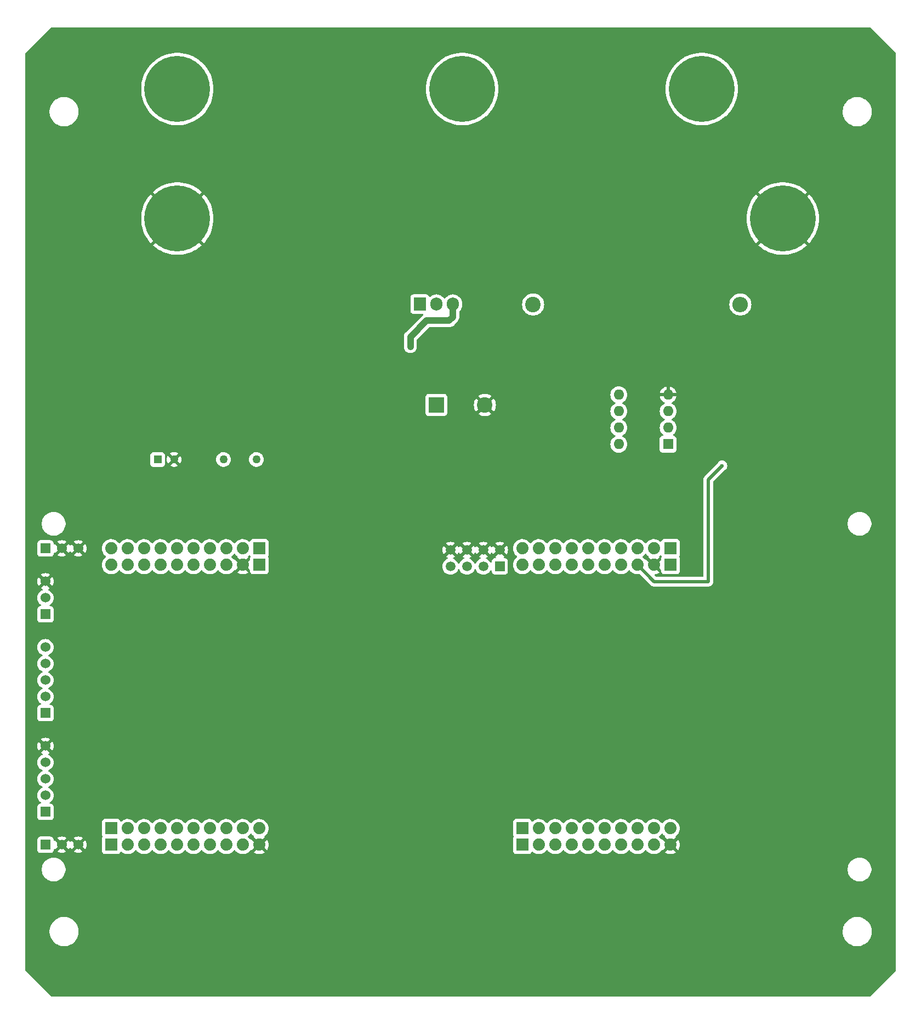
<source format=gbr>
%TF.GenerationSoftware,KiCad,Pcbnew,8.0.8*%
%TF.CreationDate,2025-03-01T18:28:42-05:00*%
%TF.ProjectId,NEW1,4e455731-2e6b-4696-9361-645f70636258,rev?*%
%TF.SameCoordinates,Original*%
%TF.FileFunction,Copper,L2,Bot*%
%TF.FilePolarity,Positive*%
%FSLAX46Y46*%
G04 Gerber Fmt 4.6, Leading zero omitted, Abs format (unit mm)*
G04 Created by KiCad (PCBNEW 8.0.8) date 2025-03-01 18:28:42*
%MOMM*%
%LPD*%
G01*
G04 APERTURE LIST*
%TA.AperFunction,ComponentPad*%
%ADD10C,10.160000*%
%TD*%
%TA.AperFunction,ComponentPad*%
%ADD11R,1.600000X1.600000*%
%TD*%
%TA.AperFunction,ComponentPad*%
%ADD12O,1.600000X1.600000*%
%TD*%
%TA.AperFunction,ComponentPad*%
%ADD13R,1.270000X1.270000*%
%TD*%
%TA.AperFunction,ComponentPad*%
%ADD14C,1.270000*%
%TD*%
%TA.AperFunction,ComponentPad*%
%ADD15R,2.400000X2.400000*%
%TD*%
%TA.AperFunction,ComponentPad*%
%ADD16C,2.400000*%
%TD*%
%TA.AperFunction,ComponentPad*%
%ADD17R,1.905000X2.000000*%
%TD*%
%TA.AperFunction,ComponentPad*%
%ADD18O,1.905000X2.000000*%
%TD*%
%TA.AperFunction,ComponentPad*%
%ADD19R,1.879600X1.879600*%
%TD*%
%TA.AperFunction,ComponentPad*%
%ADD20C,1.879600*%
%TD*%
%TA.AperFunction,ComponentPad*%
%ADD21R,1.524000X1.524000*%
%TD*%
%TA.AperFunction,ComponentPad*%
%ADD22C,1.524000*%
%TD*%
%TA.AperFunction,ComponentPad*%
%ADD23R,1.500000X1.500000*%
%TD*%
%TA.AperFunction,ComponentPad*%
%ADD24C,1.500000*%
%TD*%
%TA.AperFunction,ComponentPad*%
%ADD25O,2.400000X2.400000*%
%TD*%
%TA.AperFunction,ViaPad*%
%ADD26C,0.600000*%
%TD*%
%TA.AperFunction,Conductor*%
%ADD27C,0.500000*%
%TD*%
%TA.AperFunction,Conductor*%
%ADD28C,0.200000*%
%TD*%
%TA.AperFunction,Conductor*%
%ADD29C,1.000000*%
%TD*%
G04 APERTURE END LIST*
D10*
%TO.P,J5,1,Pin_1*%
%TO.N,/VSW*%
X94000000Y-33000000D03*
%TD*%
D11*
%TO.P,U1,1*%
%TO.N,/VFILT*%
X125800000Y-87800000D03*
D12*
%TO.P,U1,2,-*%
%TO.N,Net-(U1A--)*%
X125800000Y-85260000D03*
%TO.P,U1,3,+*%
%TO.N,Net-(U1A-+)*%
X125800000Y-82720000D03*
%TO.P,U1,4,V-*%
%TO.N,GND*%
X125800000Y-80180000D03*
%TO.P,U1,5,+*%
%TO.N,unconnected-(U1B-+-Pad5)*%
X118180000Y-80180000D03*
%TO.P,U1,6,-*%
%TO.N,unconnected-(U1B---Pad6)*%
X118180000Y-82720000D03*
%TO.P,U1,7*%
%TO.N,unconnected-(U1-Pad7)*%
X118180000Y-85260000D03*
%TO.P,U1,8,V+*%
%TO.N,+3.3V*%
X118180000Y-87800000D03*
%TD*%
D10*
%TO.P,J4,1,Pin_1*%
%TO.N,GND*%
X50000000Y-53000000D03*
%TD*%
D13*
%TO.P,U4,1,+VIN(VCC)*%
%TO.N,+5V*%
X46965200Y-90175000D03*
D14*
%TO.P,U4,2,-VIN(GGND)*%
%TO.N,GND*%
X49505200Y-90175000D03*
%TO.P,U4,5,-VOUT*%
%TO.N,/VSW*%
X57125200Y-90175000D03*
%TO.P,U4,7,+VOUT*%
%TO.N,/GD/ISO_12*%
X62205200Y-90175000D03*
%TD*%
D10*
%TO.P,J1,1,Pin_1*%
%TO.N,/PowerStage/VIN*%
X50000000Y-33000000D03*
%TD*%
D15*
%TO.P,C3,1*%
%TO.N,/PowerStage/VIN*%
X90000000Y-81750000D03*
D16*
%TO.P,C3,2*%
%TO.N,GND*%
X97500000Y-81750000D03*
%TD*%
D17*
%TO.P,Q1,1,G*%
%TO.N,/VG*%
X87460000Y-66195000D03*
D18*
%TO.P,Q1,2,D*%
%TO.N,/PowerStage/VIN*%
X90000000Y-66195000D03*
%TO.P,Q1,3,S*%
%TO.N,/VSW*%
X92540000Y-66195000D03*
%TD*%
D19*
%TO.P,U2,J1_1,3.3V_J1*%
%TO.N,+3.3V*%
X126147000Y-103890000D03*
D20*
%TO.P,U2,J1_2,GPIO32*%
%TO.N,unconnected-(U2A-GPIO32-PadJ1_2)*%
X123607000Y-103890000D03*
%TO.P,U2,J1_3,GPIO19/SCIRXDB*%
%TO.N,unconnected-(U2A-GPIO19{slash}SCIRXDB-PadJ1_3)*%
X121067000Y-103890000D03*
%TO.P,U2,J1_4,GPIO18/SCITXDB*%
%TO.N,unconnected-(U2A-GPIO18{slash}SCITXDB-PadJ1_4)*%
X118527000Y-103890000D03*
%TO.P,U2,J1_5,GPIO67*%
%TO.N,unconnected-(U2A-GPIO67-PadJ1_5)*%
X115987000Y-103890000D03*
%TO.P,U2,J1_6,GPIO111*%
%TO.N,unconnected-(U2A-GPIO111-PadJ1_6)*%
X113447000Y-103890000D03*
%TO.P,U2,J1_7,GPIO60/SPICLKA*%
%TO.N,unconnected-(U2A-GPIO60{slash}SPICLKA-PadJ1_7)*%
X110907000Y-103890000D03*
%TO.P,U2,J1_8,GPIO22*%
%TO.N,unconnected-(U2A-GPIO22-PadJ1_8)*%
X108367000Y-103890000D03*
%TO.P,U2,J1_9,GPIO105/I2CSCLA*%
%TO.N,unconnected-(U2A-GPIO105{slash}I2CSCLA-PadJ1_9)*%
X105827000Y-103890000D03*
%TO.P,U2,J1_10,GPIO104/I2CSDAA*%
%TO.N,unconnected-(U2A-GPIO104{slash}I2CSDAA-PadJ1_10)*%
X103287000Y-103890000D03*
D19*
%TO.P,U2,J2_1,GPIO29/OPXBAR6*%
%TO.N,unconnected-(U2B-GPIO29{slash}OPXBAR6-PadJ2_1)*%
X103287000Y-149610000D03*
D20*
%TO.P,U2,J2_2,GPIO125/SD1CLK2*%
%TO.N,unconnected-(U2B-GPIO125{slash}SD1CLK2-PadJ2_2)*%
X105827000Y-149610000D03*
%TO.P,U2,J2_3,GPIO124/SD1D2*%
%TO.N,unconnected-(U2B-GPIO124{slash}SD1D2-PadJ2_3)*%
X108367000Y-149610000D03*
%TO.P,U2,J2_4,GPIO59/SPIAMISO*%
%TO.N,unconnected-(U2B-GPIO59{slash}SPIAMISO-PadJ2_4)*%
X110907000Y-149610000D03*
%TO.P,U2,J2_5,GPIO58/SPIAMOSI*%
%TO.N,unconnected-(U2B-GPIO58{slash}SPIAMOSI-PadJ2_5)*%
X113447000Y-149610000D03*
%TO.P,U2,J2_6,~{RESET_J2}*%
%TO.N,unconnected-(U2B-~{RESET_J2}-PadJ2_6)*%
X115987000Y-149610000D03*
%TO.P,U2,J2_7,GPIO122/SD1D1*%
%TO.N,unconnected-(U2B-GPIO122{slash}SD1D1-PadJ2_7)*%
X118527000Y-149610000D03*
%TO.P,U2,J2_8,GPIO123/SD1CLK1*%
%TO.N,unconnected-(U2B-GPIO123{slash}SD1CLK1-PadJ2_8)*%
X121067000Y-149610000D03*
%TO.P,U2,J2_9,GPIO61/SPIACS*%
%TO.N,unconnected-(U2B-GPIO61{slash}SPIACS-PadJ2_9)*%
X123607000Y-149610000D03*
%TO.P,U2,J2_10,GND_J2*%
%TO.N,GND*%
X126147000Y-149610000D03*
D19*
%TO.P,U2,J3_1,+5V_J3*%
%TO.N,unconnected-(U2C-+5V_J3-PadJ3_1)*%
X126147000Y-106430000D03*
D20*
%TO.P,U2,J3_2,GND_J3*%
%TO.N,GND*%
X123607000Y-106430000D03*
%TO.P,U2,J3_3,ADCIN14/ANALOGIN*%
%TO.N,/VFILT*%
X121067000Y-106430000D03*
%TO.P,U2,J3_4,ADCINC3/ANALOGIN*%
%TO.N,unconnected-(U2C-ADCINC3{slash}ANALOGIN-PadJ3_4)*%
X118527000Y-106430000D03*
%TO.P,U2,J3_5,ADCINB3/ANALOGIN*%
%TO.N,unconnected-(U2C-ADCINB3{slash}ANALOGIN-PadJ3_5)*%
X115987000Y-106430000D03*
%TO.P,U2,J3_6,ADCINA3/ANALOGIN*%
%TO.N,unconnected-(U2C-ADCINA3{slash}ANALOGIN-PadJ3_6)*%
X113447000Y-106430000D03*
%TO.P,U2,J3_7,ADCINC2/ANALOGIN*%
%TO.N,unconnected-(U2C-ADCINC2{slash}ANALOGIN-PadJ3_7)*%
X110907000Y-106430000D03*
%TO.P,U2,J3_8,ADCINB2/ANALOGIN*%
%TO.N,unconnected-(U2C-ADCINB2{slash}ANALOGIN-PadJ3_8)*%
X108367000Y-106430000D03*
%TO.P,U2,J3_9,ADCINA2/ANALOGIN*%
%TO.N,unconnected-(U2C-ADCINA2{slash}ANALOGIN-PadJ3_9)*%
X105827000Y-106430000D03*
%TO.P,U2,J3_10,ADCINA0/ANALOGIN(DACA)*%
%TO.N,unconnected-(U2C-ADCINA0{slash}ANALOGIN(DACA)-PadJ3_10)*%
X103287000Y-106430000D03*
D19*
%TO.P,U2,J4_1,PWM/BASED/DAC2*%
%TO.N,unconnected-(U2D-PWM{slash}BASED{slash}DAC2-PadJ4_1)*%
X103287000Y-147070000D03*
D20*
%TO.P,U2,J4_2,PWM/BASED/DAC1*%
%TO.N,unconnected-(U2D-PWM{slash}BASED{slash}DAC1-PadJ4_2)*%
X105827000Y-147070000D03*
%TO.P,U2,J4_3,GPIO16/OPXBAR7*%
%TO.N,unconnected-(U2D-GPIO16{slash}OPXBAR7-PadJ4_3)*%
X108367000Y-147070000D03*
%TO.P,U2,J4_4,GPIO24/OPXBAR1*%
%TO.N,unconnected-(U2D-GPIO24{slash}OPXBAR1-PadJ4_4)*%
X110907000Y-147070000D03*
%TO.P,U2,J4_5,GPIO5/PWMOUT3B*%
%TO.N,unconnected-(U2D-GPIO5{slash}PWMOUT3B-PadJ4_5)*%
X113447000Y-147070000D03*
%TO.P,U2,J4_6,GPIO4/PWMOUT3A*%
%TO.N,unconnected-(U2D-GPIO4{slash}PWMOUT3A-PadJ4_6)*%
X115987000Y-147070000D03*
%TO.P,U2,J4_7,GPIO3/PWMOUT2B*%
%TO.N,unconnected-(U2D-GPIO3{slash}PWMOUT2B-PadJ4_7)*%
X118527000Y-147070000D03*
%TO.P,U2,J4_8,GPIO2//PWMOUT2A*%
%TO.N,unconnected-(U2D-GPIO2{slash}{slash}PWMOUT2A-PadJ4_8)*%
X121067000Y-147070000D03*
%TO.P,U2,J4_9,GPIO1/PWMOUT1B*%
%TO.N,unconnected-(U2D-GPIO1{slash}PWMOUT1B-PadJ4_9)*%
X123607000Y-147070000D03*
%TO.P,U2,J4_10,GPIO0/PWMOUT1A*%
%TO.N,unconnected-(U2D-GPIO0{slash}PWMOUT1A-PadJ4_10)*%
X126147000Y-147070000D03*
D19*
%TO.P,U2,J5_1,3.3V_J5*%
%TO.N,unconnected-(U2E-3.3V_J5-PadJ5_1)*%
X62647000Y-103890000D03*
D20*
%TO.P,U2,J5_2,GPIO95*%
%TO.N,unconnected-(U2E-GPIO95-PadJ5_2)*%
X60107000Y-103890000D03*
%TO.P,U2,J5_3,GPIO139/SCICRX*%
%TO.N,unconnected-(U2E-GPIO139{slash}SCICRX-PadJ5_3)*%
X57567000Y-103890000D03*
%TO.P,U2,J5_4,GPIO56/SCICIX*%
%TO.N,unconnected-(U2E-GPIO56{slash}SCICIX-PadJ5_4)*%
X55027000Y-103890000D03*
%TO.P,U2,J5_5,GPIO97*%
%TO.N,unconnected-(U2E-GPIO97-PadJ5_5)*%
X52487000Y-103890000D03*
%TO.P,U2,J5_6,GPIO94*%
%TO.N,unconnected-(U2E-GPIO94-PadJ5_6)*%
X49947000Y-103890000D03*
%TO.P,U2,J5_7,GPIO65/SPIBCLK*%
%TO.N,unconnected-(U2E-GPIO65{slash}SPIBCLK-PadJ5_7)*%
X47407000Y-103890000D03*
%TO.P,U2,J5_8,GPIO52*%
%TO.N,unconnected-(U2E-GPIO52-PadJ5_8)*%
X44867000Y-103890000D03*
%TO.P,U2,J5_9,GPIO41/I2CSCLB/J5*%
%TO.N,unconnected-(U2E-GPIO41{slash}I2CSCLB{slash}J5-PadJ5_9)*%
X42327000Y-103890000D03*
%TO.P,U2,J5_10,GPIO40/I2CSDAB/J5*%
%TO.N,unconnected-(U2E-GPIO40{slash}I2CSDAB{slash}J5-PadJ5_10)*%
X39787000Y-103890000D03*
D19*
%TO.P,U2,J6_1,GPIO25/OPXBAR2*%
%TO.N,unconnected-(U2F-GPIO25{slash}OPXBAR2-PadJ6_1)*%
X39787000Y-149610000D03*
D20*
%TO.P,U2,J6_2,GPIO27/SD2CLK2*%
%TO.N,unconnected-(U2F-GPIO27{slash}SD2CLK2-PadJ6_2)*%
X42327000Y-149610000D03*
%TO.P,U2,J6_3,GPIO26/SD2D2*%
%TO.N,unconnected-(U2F-GPIO26{slash}SD2D2-PadJ6_3)*%
X44867000Y-149610000D03*
%TO.P,U2,J6_4,GPIO64/SPIBMISO*%
%TO.N,unconnected-(U2F-GPIO64{slash}SPIBMISO-PadJ6_4)*%
X47407000Y-149610000D03*
%TO.P,U2,J6_5,GPIO63/SPIBMOSI*%
%TO.N,unconnected-(U2F-GPIO63{slash}SPIBMOSI-PadJ6_5)*%
X49947000Y-149610000D03*
%TO.P,U2,J6_6,~{RESET_J6}*%
%TO.N,unconnected-(U2F-~{RESET_J6}-PadJ6_6)*%
X52487000Y-149610000D03*
%TO.P,U2,J6_7,GPIO130/SD2D1*%
%TO.N,unconnected-(U2F-GPIO130{slash}SD2D1-PadJ6_7)*%
X55027000Y-149610000D03*
%TO.P,U2,J6_8,GPIO131/SD2CLK1*%
%TO.N,unconnected-(U2F-GPIO131{slash}SD2CLK1-PadJ6_8)*%
X57567000Y-149610000D03*
%TO.P,U2,J6_9,GPIO66/SPIBCS*%
%TO.N,unconnected-(U2F-GPIO66{slash}SPIBCS-PadJ6_9)*%
X60107000Y-149610000D03*
%TO.P,U2,J6_10,GND_J6*%
%TO.N,GND*%
X62647000Y-149610000D03*
D19*
%TO.P,U2,J7_1,+5V_J7*%
%TO.N,+5V*%
X62647000Y-106430000D03*
D20*
%TO.P,U2,J7_2,GND_J7*%
%TO.N,GND*%
X60107000Y-106430000D03*
%TO.P,U2,J7_3,ADCIN15/ANALOGIN*%
%TO.N,unconnected-(U2G-ADCIN15{slash}ANALOGIN-PadJ7_3)*%
X57567000Y-106430000D03*
%TO.P,U2,J7_4,ADCINC5/ANALOGIN*%
%TO.N,unconnected-(U2G-ADCINC5{slash}ANALOGIN-PadJ7_4)*%
X55027000Y-106430000D03*
%TO.P,U2,J7_5,ADCINB5/ANALOGIN*%
%TO.N,unconnected-(U2G-ADCINB5{slash}ANALOGIN-PadJ7_5)*%
X52487000Y-106430000D03*
%TO.P,U2,J7_6,ADCINA5/ANALOGIN*%
%TO.N,unconnected-(U2G-ADCINA5{slash}ANALOGIN-PadJ7_6)*%
X49947000Y-106430000D03*
%TO.P,U2,J7_7,ADCINC4/ANALOGIN*%
%TO.N,unconnected-(U2G-ADCINC4{slash}ANALOGIN-PadJ7_7)*%
X47407000Y-106430000D03*
%TO.P,U2,J7_8,ADCINB4/ANALOGIN*%
%TO.N,unconnected-(U2G-ADCINB4{slash}ANALOGIN-PadJ7_8)*%
X44867000Y-106430000D03*
%TO.P,U2,J7_9,ADCINA4/ANALOGIN*%
%TO.N,unconnected-(U2G-ADCINA4{slash}ANALOGIN-PadJ7_9)*%
X42327000Y-106430000D03*
%TO.P,U2,J7_10,ADCINA1/ANALOGIN(DACB)*%
%TO.N,unconnected-(U2G-ADCINA1{slash}ANALOGIN(DACB)-PadJ7_10)*%
X39787000Y-106430000D03*
D19*
%TO.P,U2,J8_1,PWM/BASED/DAC4*%
%TO.N,unconnected-(U2H-PWM{slash}BASED{slash}DAC4-PadJ8_1)*%
X39787000Y-147070000D03*
D20*
%TO.P,U2,J8_2,PWM/BASED/DAC3*%
%TO.N,unconnected-(U2H-PWM{slash}BASED{slash}DAC3-PadJ8_2)*%
X42327000Y-147070000D03*
%TO.P,U2,J8_3,GPIO15/OPXBAR4*%
%TO.N,unconnected-(U2H-GPIO15{slash}OPXBAR4-PadJ8_3)*%
X44867000Y-147070000D03*
%TO.P,U2,J8_4,GPIO14/OPXBAR3*%
%TO.N,unconnected-(U2H-GPIO14{slash}OPXBAR3-PadJ8_4)*%
X47407000Y-147070000D03*
%TO.P,U2,J8_5,GPIO11/PWMOUT6B*%
%TO.N,/PWM*%
X49947000Y-147070000D03*
%TO.P,U2,J8_6,GPIO10/PWMOUT6A*%
%TO.N,unconnected-(U2H-GPIO10{slash}PWMOUT6A-PadJ8_6)*%
X52487000Y-147070000D03*
%TO.P,U2,J8_7,GPIO9/PWMOUT5B*%
%TO.N,unconnected-(U2H-GPIO9{slash}PWMOUT5B-PadJ8_7)*%
X55027000Y-147070000D03*
%TO.P,U2,J8_8,GPIO8/PWMOUT5A*%
%TO.N,unconnected-(U2H-GPIO8{slash}PWMOUT5A-PadJ8_8)*%
X57567000Y-147070000D03*
%TO.P,U2,J8_9,GPIO7/PWMOUT4B*%
%TO.N,unconnected-(U2H-GPIO7{slash}PWMOUT4B-PadJ8_9)*%
X60107000Y-147070000D03*
%TO.P,U2,J8_10,GPIO6/PWMOUT4A*%
%TO.N,unconnected-(U2H-GPIO6{slash}PWMOUT4A-PadJ8_10)*%
X62647000Y-147070000D03*
D21*
%TO.P,U2,J10_1,+3V_J10*%
%TO.N,unconnected-(U2I-+3V_J10-PadJ10_1)*%
X29627000Y-149610000D03*
D22*
%TO.P,U2,J10_2,GND_J10*%
%TO.N,GND*%
X32167000Y-149610000D03*
%TO.P,U2,J10_3,GND_J10__1*%
X34707000Y-149610000D03*
D21*
%TO.P,U2,J12_1,CANH*%
%TO.N,unconnected-(U2J-CANH-PadJ12_1)*%
X29627000Y-114050000D03*
D22*
%TO.P,U2,J12_2,CANL*%
%TO.N,unconnected-(U2J-CANL-PadJ12_2)*%
X29627000Y-111510000D03*
%TO.P,U2,J12_3,GND_J12*%
%TO.N,GND*%
X29627000Y-108970000D03*
D21*
%TO.P,U2,J14_1,EQEP1A*%
%TO.N,unconnected-(U2K-EQEP1A-PadJ14_1)*%
X29627000Y-144530000D03*
D22*
%TO.P,U2,J14_2,EQEP1B*%
%TO.N,unconnected-(U2K-EQEP1B-PadJ14_2)*%
X29627000Y-141990000D03*
%TO.P,U2,J14_3,EQEP1I*%
%TO.N,unconnected-(U2K-EQEP1I-PadJ14_3)*%
X29627000Y-139450000D03*
%TO.P,U2,J14_4,+5V_J14*%
%TO.N,unconnected-(U2K-+5V_J14-PadJ14_4)*%
X29627000Y-136910000D03*
%TO.P,U2,J14_5,GND_J14*%
%TO.N,GND*%
X29627000Y-134370000D03*
D21*
%TO.P,U2,J15_1,EQEP2A*%
%TO.N,unconnected-(U2L-EQEP2A-PadJ15_1)*%
X29627000Y-129290000D03*
D22*
%TO.P,U2,J15_2,EQEP2B*%
%TO.N,unconnected-(U2L-EQEP2B-PadJ15_2)*%
X29627000Y-126750000D03*
%TO.P,U2,J15_3,EQEP2I*%
%TO.N,unconnected-(U2L-EQEP2I-PadJ15_3)*%
X29627000Y-124210000D03*
%TO.P,U2,J15_4,+5V_J15*%
%TO.N,unconnected-(U2L-+5V_J15-PadJ15_4)*%
X29627000Y-121670000D03*
%TO.P,U2,J15_5,GND_J15*%
%TO.N,unconnected-(U2L-GND_J15-PadJ15_5)*%
X29627000Y-119130000D03*
D21*
%TO.P,U2,J16_1,+5V_J16*%
%TO.N,unconnected-(U2N-+5V_J16-PadJ16_1)*%
X29627000Y-103890000D03*
D22*
%TO.P,U2,J16_2,GND_J16*%
%TO.N,GND*%
X32167000Y-103890000D03*
%TO.P,U2,J16_3,GND_J16__1*%
X34707000Y-103890000D03*
D23*
%TO.P,U2,J21_1,ADCIND0*%
%TO.N,unconnected-(U2M-ADCIND0-PadJ21_1)*%
X99803000Y-106664000D03*
D24*
%TO.P,U2,J21_2,TP21/GND*%
%TO.N,GND*%
X99803000Y-104124000D03*
%TO.P,U2,J21_3,ADCIND1*%
%TO.N,unconnected-(U2M-ADCIND1-PadJ21_3)*%
X97263000Y-106664000D03*
%TO.P,U2,J21_4,TP22/GND*%
%TO.N,GND*%
X97263000Y-104124000D03*
%TO.P,U2,J21_5,ADCIND2*%
%TO.N,unconnected-(U2M-ADCIND2-PadJ21_5)*%
X94723000Y-106664000D03*
%TO.P,U2,J21_6,TP23/GND*%
%TO.N,GND*%
X94723000Y-104124000D03*
%TO.P,U2,J21_7,ADCIND3*%
%TO.N,unconnected-(U2M-ADCIND3-PadJ21_7)*%
X92183000Y-106664000D03*
%TO.P,U2,J21_8,TP24/GND*%
%TO.N,GND*%
X92183000Y-104124000D03*
%TD*%
D16*
%TO.P,L1,1,1*%
%TO.N,/VSW*%
X104950000Y-66250000D03*
D25*
%TO.P,L1,2,2*%
%TO.N,/VOUT*%
X136950000Y-66250000D03*
%TD*%
D10*
%TO.P,J2,1,Pin_1*%
%TO.N,GND*%
X143500000Y-53000000D03*
%TD*%
%TO.P,J3,1,Pin_1*%
%TO.N,/VOUT*%
X131000000Y-33000000D03*
%TD*%
D26*
%TO.N,GND*%
X46000000Y-95250000D03*
X50000000Y-78750000D03*
X45000000Y-100750000D03*
X39000000Y-90250000D03*
X47500000Y-81750000D03*
%TO.N,/VFILT*%
X134125000Y-91125000D03*
%TO.N,/VSW*%
X86000000Y-72750000D03*
%TD*%
D27*
%TO.N,/VFILT*%
X121067000Y-106430000D02*
X123637000Y-109000000D01*
X132000000Y-93250000D02*
X132000000Y-109000000D01*
X134125000Y-91125000D02*
X132000000Y-93250000D01*
D28*
X121067000Y-106317000D02*
X121000000Y-106250000D01*
X121067000Y-106430000D02*
X121067000Y-106317000D01*
D27*
X123637000Y-109000000D02*
X132000000Y-109000000D01*
D29*
%TO.N,/VSW*%
X92540000Y-66195000D02*
X92540000Y-68195000D01*
X91985000Y-68750000D02*
X88500000Y-68750000D01*
X92540000Y-65926248D02*
X92540000Y-66710000D01*
X88500000Y-68750000D02*
X86000000Y-71250000D01*
X86000000Y-71250000D02*
X86000000Y-72750000D01*
X92540000Y-66195000D02*
X92540000Y-65926248D01*
X92540000Y-68195000D02*
X91985000Y-68750000D01*
%TD*%
%TA.AperFunction,Conductor*%
%TO.N,GND*%
G36*
X61458904Y-147893071D02*
G01*
X61480809Y-147918350D01*
X61506506Y-147957682D01*
X61668168Y-148133295D01*
X61808021Y-148242146D01*
X61808427Y-148242462D01*
X61849240Y-148299173D01*
X61852915Y-148368946D01*
X61820006Y-148426610D01*
X61819840Y-148429287D01*
X62511058Y-149120504D01*
X62450919Y-149136619D01*
X62335080Y-149203498D01*
X62240498Y-149298080D01*
X62173619Y-149413919D01*
X62157504Y-149474057D01*
X61467057Y-148783609D01*
X61454366Y-148784925D01*
X61427955Y-148807464D01*
X61358723Y-148816885D01*
X61295388Y-148787381D01*
X61273488Y-148762105D01*
X61247495Y-148722320D01*
X61247494Y-148722318D01*
X61085832Y-148546705D01*
X60945978Y-148437853D01*
X60905166Y-148381143D01*
X60901491Y-148311370D01*
X60936122Y-148250687D01*
X60945979Y-148242146D01*
X61085832Y-148133295D01*
X61247494Y-147957682D01*
X61273191Y-147918350D01*
X61326337Y-147872993D01*
X61395568Y-147863569D01*
X61458904Y-147893071D01*
G37*
%TD.AperFunction*%
%TA.AperFunction,Conductor*%
G36*
X124958904Y-147893071D02*
G01*
X124980809Y-147918350D01*
X125006506Y-147957682D01*
X125168168Y-148133295D01*
X125308021Y-148242146D01*
X125308427Y-148242462D01*
X125349240Y-148299173D01*
X125352915Y-148368946D01*
X125320006Y-148426610D01*
X125319840Y-148429287D01*
X126011058Y-149120504D01*
X125950919Y-149136619D01*
X125835080Y-149203498D01*
X125740498Y-149298080D01*
X125673619Y-149413919D01*
X125657504Y-149474057D01*
X124967057Y-148783609D01*
X124954366Y-148784925D01*
X124927955Y-148807464D01*
X124858723Y-148816885D01*
X124795388Y-148787381D01*
X124773488Y-148762105D01*
X124747495Y-148722320D01*
X124747494Y-148722318D01*
X124585832Y-148546705D01*
X124445978Y-148437853D01*
X124405166Y-148381143D01*
X124401491Y-148311370D01*
X124436122Y-148250687D01*
X124445979Y-148242146D01*
X124585832Y-148133295D01*
X124747494Y-147957682D01*
X124773191Y-147918350D01*
X124826337Y-147872993D01*
X124895568Y-147863569D01*
X124958904Y-147893071D01*
G37*
%TD.AperFunction*%
%TA.AperFunction,Conductor*%
G36*
X122418904Y-104713071D02*
G01*
X122440809Y-104738350D01*
X122466506Y-104777682D01*
X122628168Y-104953295D01*
X122704965Y-105013068D01*
X122768427Y-105062462D01*
X122809240Y-105119173D01*
X122812915Y-105188946D01*
X122780006Y-105246610D01*
X122779840Y-105249287D01*
X123471058Y-105940504D01*
X123410919Y-105956619D01*
X123295080Y-106023498D01*
X123200498Y-106118080D01*
X123133619Y-106233919D01*
X123117504Y-106294058D01*
X122427057Y-105603609D01*
X122414366Y-105604925D01*
X122387955Y-105627464D01*
X122318723Y-105636885D01*
X122255388Y-105607381D01*
X122233488Y-105582105D01*
X122233192Y-105581652D01*
X122207494Y-105542318D01*
X122045832Y-105366705D01*
X121905978Y-105257853D01*
X121865166Y-105201143D01*
X121861491Y-105131370D01*
X121896122Y-105070687D01*
X121905979Y-105062146D01*
X122045832Y-104953295D01*
X122207494Y-104777682D01*
X122233191Y-104738350D01*
X122286337Y-104692993D01*
X122355568Y-104683569D01*
X122418904Y-104713071D01*
G37*
%TD.AperFunction*%
%TA.AperFunction,Conductor*%
G36*
X124689326Y-104964600D02*
G01*
X124739651Y-105013068D01*
X124748136Y-105031196D01*
X124763402Y-105072128D01*
X124763405Y-105072134D01*
X124773554Y-105085691D01*
X124797970Y-105151155D01*
X124783117Y-105219428D01*
X124773554Y-105234309D01*
X124763405Y-105247865D01*
X124763402Y-105247871D01*
X124713108Y-105382717D01*
X124706701Y-105442316D01*
X124706701Y-105442323D01*
X124706700Y-105442335D01*
X124706700Y-105632491D01*
X124687015Y-105699530D01*
X124670381Y-105720172D01*
X124096495Y-106294057D01*
X124080381Y-106233919D01*
X124013502Y-106118080D01*
X123918920Y-106023498D01*
X123803081Y-105956619D01*
X123742941Y-105940504D01*
X124434159Y-105249287D01*
X124433685Y-105241653D01*
X124404757Y-105201456D01*
X124401085Y-105131683D01*
X124435718Y-105071000D01*
X124445559Y-105062473D01*
X124555794Y-104976674D01*
X124620786Y-104951033D01*
X124689326Y-104964600D01*
G37*
%TD.AperFunction*%
%TA.AperFunction,Conductor*%
G36*
X94257075Y-104316993D02*
G01*
X94322901Y-104431007D01*
X94415993Y-104524099D01*
X94530007Y-104589925D01*
X94593590Y-104606962D01*
X94033427Y-105167124D01*
X94095613Y-105210667D01*
X94095615Y-105210668D01*
X94247174Y-105281341D01*
X94299614Y-105327513D01*
X94318766Y-105394706D01*
X94298551Y-105461588D01*
X94247176Y-105506105D01*
X94095358Y-105576900D01*
X94095357Y-105576900D01*
X93916121Y-105702402D01*
X93761402Y-105857121D01*
X93635900Y-106036357D01*
X93635898Y-106036361D01*
X93565382Y-106187583D01*
X93519209Y-106240022D01*
X93452016Y-106259174D01*
X93385135Y-106238958D01*
X93340618Y-106187583D01*
X93308208Y-106118080D01*
X93270102Y-106036362D01*
X93270100Y-106036359D01*
X93270099Y-106036357D01*
X93144599Y-105857124D01*
X93093991Y-105806516D01*
X92989877Y-105702402D01*
X92848786Y-105603609D01*
X92810638Y-105576897D01*
X92658824Y-105506105D01*
X92606385Y-105459932D01*
X92587233Y-105392739D01*
X92607449Y-105325858D01*
X92658825Y-105281340D01*
X92810388Y-105210666D01*
X92872571Y-105167124D01*
X92312410Y-104606962D01*
X92375993Y-104589925D01*
X92490007Y-104524099D01*
X92583099Y-104431007D01*
X92648925Y-104316993D01*
X92665962Y-104253409D01*
X93226124Y-104813570D01*
X93269668Y-104751385D01*
X93269669Y-104751383D01*
X93340618Y-104599233D01*
X93386790Y-104546793D01*
X93453983Y-104527641D01*
X93520865Y-104547856D01*
X93565382Y-104599232D01*
X93636333Y-104751387D01*
X93679874Y-104813571D01*
X94240037Y-104253408D01*
X94257075Y-104316993D01*
G37*
%TD.AperFunction*%
%TA.AperFunction,Conductor*%
G36*
X96797075Y-104316993D02*
G01*
X96862901Y-104431007D01*
X96955993Y-104524099D01*
X97070007Y-104589925D01*
X97133590Y-104606962D01*
X96573427Y-105167124D01*
X96635613Y-105210667D01*
X96635615Y-105210668D01*
X96787174Y-105281341D01*
X96839614Y-105327513D01*
X96858766Y-105394706D01*
X96838551Y-105461588D01*
X96787176Y-105506105D01*
X96635358Y-105576900D01*
X96635357Y-105576900D01*
X96456121Y-105702402D01*
X96301402Y-105857121D01*
X96175900Y-106036357D01*
X96175898Y-106036361D01*
X96105382Y-106187583D01*
X96059209Y-106240022D01*
X95992016Y-106259174D01*
X95925135Y-106238958D01*
X95880618Y-106187583D01*
X95848208Y-106118080D01*
X95810102Y-106036362D01*
X95810100Y-106036359D01*
X95810099Y-106036357D01*
X95684599Y-105857124D01*
X95633991Y-105806516D01*
X95529877Y-105702402D01*
X95388786Y-105603609D01*
X95350638Y-105576897D01*
X95198824Y-105506105D01*
X95146385Y-105459932D01*
X95127233Y-105392739D01*
X95147449Y-105325858D01*
X95198825Y-105281340D01*
X95350388Y-105210666D01*
X95412571Y-105167124D01*
X94852410Y-104606962D01*
X94915993Y-104589925D01*
X95030007Y-104524099D01*
X95123099Y-104431007D01*
X95188925Y-104316993D01*
X95205962Y-104253409D01*
X95766124Y-104813570D01*
X95809668Y-104751385D01*
X95809669Y-104751383D01*
X95880618Y-104599233D01*
X95926790Y-104546793D01*
X95993983Y-104527641D01*
X96060865Y-104547856D01*
X96105382Y-104599232D01*
X96176333Y-104751387D01*
X96219874Y-104813571D01*
X96780037Y-104253408D01*
X96797075Y-104316993D01*
G37*
%TD.AperFunction*%
%TA.AperFunction,Conductor*%
G36*
X99337075Y-104316993D02*
G01*
X99402901Y-104431007D01*
X99495993Y-104524099D01*
X99610007Y-104589925D01*
X99673590Y-104606962D01*
X99113427Y-105167124D01*
X99143134Y-105187925D01*
X99186759Y-105242502D01*
X99193953Y-105312000D01*
X99162430Y-105374355D01*
X99102201Y-105409769D01*
X99072013Y-105413500D01*
X99005130Y-105413500D01*
X99005123Y-105413501D01*
X98945516Y-105419908D01*
X98810671Y-105470202D01*
X98810664Y-105470206D01*
X98695455Y-105556452D01*
X98695452Y-105556455D01*
X98609206Y-105671664D01*
X98609202Y-105671671D01*
X98558908Y-105806517D01*
X98553468Y-105857121D01*
X98552501Y-105866123D01*
X98552500Y-105866135D01*
X98552500Y-105932138D01*
X98532815Y-105999177D01*
X98480011Y-106044932D01*
X98410853Y-106054876D01*
X98347297Y-106025851D01*
X98326925Y-106003261D01*
X98224599Y-105857124D01*
X98173991Y-105806516D01*
X98069877Y-105702402D01*
X97928786Y-105603609D01*
X97890638Y-105576897D01*
X97738824Y-105506105D01*
X97686385Y-105459932D01*
X97667233Y-105392739D01*
X97687449Y-105325858D01*
X97738825Y-105281340D01*
X97890388Y-105210666D01*
X97952571Y-105167124D01*
X97392410Y-104606962D01*
X97455993Y-104589925D01*
X97570007Y-104524099D01*
X97663099Y-104431007D01*
X97728925Y-104316993D01*
X97745962Y-104253409D01*
X98306124Y-104813570D01*
X98349668Y-104751385D01*
X98349669Y-104751383D01*
X98420618Y-104599233D01*
X98466790Y-104546793D01*
X98533983Y-104527641D01*
X98600865Y-104547856D01*
X98645382Y-104599232D01*
X98716333Y-104751387D01*
X98759874Y-104813571D01*
X99320037Y-104253408D01*
X99337075Y-104316993D01*
G37*
%TD.AperFunction*%
%TA.AperFunction,Conductor*%
G36*
X58918904Y-104713071D02*
G01*
X58940809Y-104738350D01*
X58966506Y-104777682D01*
X59128168Y-104953295D01*
X59204965Y-105013068D01*
X59268427Y-105062462D01*
X59309240Y-105119173D01*
X59312915Y-105188946D01*
X59280006Y-105246610D01*
X59279840Y-105249287D01*
X59971058Y-105940504D01*
X59910919Y-105956619D01*
X59795080Y-106023498D01*
X59700498Y-106118080D01*
X59633619Y-106233919D01*
X59617504Y-106294057D01*
X58927057Y-105603609D01*
X58914366Y-105604925D01*
X58887955Y-105627464D01*
X58818723Y-105636885D01*
X58755388Y-105607381D01*
X58733488Y-105582105D01*
X58733192Y-105581652D01*
X58707494Y-105542318D01*
X58545832Y-105366705D01*
X58405978Y-105257853D01*
X58365166Y-105201143D01*
X58361491Y-105131370D01*
X58396122Y-105070687D01*
X58405979Y-105062146D01*
X58545832Y-104953295D01*
X58707494Y-104777682D01*
X58733191Y-104738350D01*
X58786337Y-104692993D01*
X58855568Y-104683569D01*
X58918904Y-104713071D01*
G37*
%TD.AperFunction*%
%TA.AperFunction,Conductor*%
G36*
X61189326Y-104964600D02*
G01*
X61239651Y-105013068D01*
X61248136Y-105031196D01*
X61263402Y-105072128D01*
X61263405Y-105072134D01*
X61273554Y-105085691D01*
X61297970Y-105151155D01*
X61283117Y-105219428D01*
X61273554Y-105234309D01*
X61263405Y-105247865D01*
X61263402Y-105247871D01*
X61213108Y-105382717D01*
X61206701Y-105442316D01*
X61206701Y-105442323D01*
X61206700Y-105442335D01*
X61206700Y-105632491D01*
X61187015Y-105699530D01*
X61170381Y-105720172D01*
X60596495Y-106294057D01*
X60580381Y-106233919D01*
X60513502Y-106118080D01*
X60418920Y-106023498D01*
X60303081Y-105956619D01*
X60242941Y-105940504D01*
X60934159Y-105249287D01*
X60933685Y-105241653D01*
X60904757Y-105201456D01*
X60901085Y-105131683D01*
X60935718Y-105071000D01*
X60945559Y-105062473D01*
X61055794Y-104976674D01*
X61120786Y-104951033D01*
X61189326Y-104964600D01*
G37*
%TD.AperFunction*%
%TA.AperFunction,Conductor*%
G36*
X157016177Y-23520185D02*
G01*
X157036819Y-23536819D01*
X160963181Y-27463181D01*
X160996666Y-27524504D01*
X160999500Y-27550862D01*
X160999500Y-168949138D01*
X160979815Y-169016177D01*
X160963181Y-169036819D01*
X157036819Y-172963181D01*
X156975496Y-172996666D01*
X156949138Y-172999500D01*
X30550862Y-172999500D01*
X30483823Y-172979815D01*
X30463181Y-172963181D01*
X26536819Y-169036819D01*
X26503334Y-168975496D01*
X26500500Y-168949138D01*
X26500500Y-162852486D01*
X30249500Y-162852486D01*
X30249500Y-163147513D01*
X30281571Y-163391113D01*
X30288007Y-163439993D01*
X30288008Y-163439995D01*
X30364361Y-163724951D01*
X30364364Y-163724961D01*
X30477254Y-163997500D01*
X30477258Y-163997510D01*
X30624761Y-164252993D01*
X30804352Y-164487040D01*
X30804358Y-164487047D01*
X31012952Y-164695641D01*
X31012959Y-164695647D01*
X31247006Y-164875238D01*
X31502489Y-165022741D01*
X31502490Y-165022741D01*
X31502493Y-165022743D01*
X31775048Y-165135639D01*
X32060007Y-165211993D01*
X32352494Y-165250500D01*
X32352501Y-165250500D01*
X32647499Y-165250500D01*
X32647506Y-165250500D01*
X32939993Y-165211993D01*
X33224952Y-165135639D01*
X33497507Y-165022743D01*
X33752994Y-164875238D01*
X33987042Y-164695646D01*
X34195646Y-164487042D01*
X34375238Y-164252994D01*
X34522743Y-163997507D01*
X34635639Y-163724952D01*
X34711993Y-163439993D01*
X34750500Y-163147506D01*
X34750500Y-162852494D01*
X34750499Y-162852486D01*
X152749500Y-162852486D01*
X152749500Y-163147513D01*
X152781571Y-163391113D01*
X152788007Y-163439993D01*
X152788008Y-163439995D01*
X152864361Y-163724951D01*
X152864364Y-163724961D01*
X152977254Y-163997500D01*
X152977258Y-163997510D01*
X153124761Y-164252993D01*
X153304352Y-164487040D01*
X153304358Y-164487047D01*
X153512952Y-164695641D01*
X153512959Y-164695647D01*
X153747006Y-164875238D01*
X154002489Y-165022741D01*
X154002490Y-165022741D01*
X154002493Y-165022743D01*
X154275048Y-165135639D01*
X154560007Y-165211993D01*
X154852494Y-165250500D01*
X154852501Y-165250500D01*
X155147499Y-165250500D01*
X155147506Y-165250500D01*
X155439993Y-165211993D01*
X155724952Y-165135639D01*
X155997507Y-165022743D01*
X156252994Y-164875238D01*
X156487042Y-164695646D01*
X156695646Y-164487042D01*
X156875238Y-164252994D01*
X157022743Y-163997507D01*
X157135639Y-163724952D01*
X157211993Y-163439993D01*
X157250500Y-163147506D01*
X157250500Y-162852494D01*
X157211993Y-162560007D01*
X157135639Y-162275048D01*
X157022743Y-162002493D01*
X156875238Y-161747006D01*
X156695646Y-161512958D01*
X156695641Y-161512952D01*
X156487047Y-161304358D01*
X156487040Y-161304352D01*
X156252993Y-161124761D01*
X155997510Y-160977258D01*
X155997500Y-160977254D01*
X155724961Y-160864364D01*
X155724954Y-160864362D01*
X155724952Y-160864361D01*
X155439993Y-160788007D01*
X155391113Y-160781571D01*
X155147513Y-160749500D01*
X155147506Y-160749500D01*
X154852494Y-160749500D01*
X154852486Y-160749500D01*
X154574085Y-160786153D01*
X154560007Y-160788007D01*
X154275048Y-160864361D01*
X154275038Y-160864364D01*
X154002499Y-160977254D01*
X154002489Y-160977258D01*
X153747006Y-161124761D01*
X153512959Y-161304352D01*
X153512952Y-161304358D01*
X153304358Y-161512952D01*
X153304352Y-161512959D01*
X153124761Y-161747006D01*
X152977258Y-162002489D01*
X152977254Y-162002499D01*
X152864364Y-162275038D01*
X152864361Y-162275048D01*
X152788008Y-162560004D01*
X152788006Y-162560015D01*
X152749500Y-162852486D01*
X34750499Y-162852486D01*
X34711993Y-162560007D01*
X34635639Y-162275048D01*
X34522743Y-162002493D01*
X34375238Y-161747006D01*
X34195646Y-161512958D01*
X34195641Y-161512952D01*
X33987047Y-161304358D01*
X33987040Y-161304352D01*
X33752993Y-161124761D01*
X33497510Y-160977258D01*
X33497500Y-160977254D01*
X33224961Y-160864364D01*
X33224954Y-160864362D01*
X33224952Y-160864361D01*
X32939993Y-160788007D01*
X32891113Y-160781571D01*
X32647513Y-160749500D01*
X32647506Y-160749500D01*
X32352494Y-160749500D01*
X32352486Y-160749500D01*
X32074085Y-160786153D01*
X32060007Y-160788007D01*
X31775048Y-160864361D01*
X31775038Y-160864364D01*
X31502499Y-160977254D01*
X31502489Y-160977258D01*
X31247006Y-161124761D01*
X31012959Y-161304352D01*
X31012952Y-161304358D01*
X30804358Y-161512952D01*
X30804352Y-161512959D01*
X30624761Y-161747006D01*
X30477258Y-162002489D01*
X30477254Y-162002499D01*
X30364364Y-162275038D01*
X30364361Y-162275048D01*
X30288008Y-162560004D01*
X30288006Y-162560015D01*
X30249500Y-162852486D01*
X26500500Y-162852486D01*
X26500500Y-153299530D01*
X29059000Y-153299530D01*
X29059000Y-153540469D01*
X29090447Y-153779341D01*
X29152808Y-154012073D01*
X29245006Y-154234662D01*
X29245011Y-154234671D01*
X29365480Y-154443329D01*
X29365483Y-154443334D01*
X29365485Y-154443336D01*
X29512151Y-154634476D01*
X29512157Y-154634483D01*
X29682516Y-154804842D01*
X29682522Y-154804847D01*
X29873671Y-154951520D01*
X30082329Y-155071989D01*
X30082332Y-155071990D01*
X30082337Y-155071993D01*
X30202424Y-155121734D01*
X30304927Y-155164192D01*
X30537655Y-155226552D01*
X30716812Y-155250138D01*
X30776530Y-155258000D01*
X30776531Y-155258000D01*
X31017470Y-155258000D01*
X31065244Y-155251710D01*
X31256345Y-155226552D01*
X31489073Y-155164192D01*
X31664053Y-155091712D01*
X31711662Y-155071993D01*
X31711663Y-155071991D01*
X31711671Y-155071989D01*
X31920329Y-154951520D01*
X32111478Y-154804847D01*
X32281847Y-154634478D01*
X32428520Y-154443329D01*
X32548989Y-154234671D01*
X32641192Y-154012073D01*
X32703552Y-153779345D01*
X32735000Y-153540469D01*
X32735000Y-153299531D01*
X32735000Y-153299530D01*
X153519000Y-153299530D01*
X153519000Y-153540469D01*
X153550447Y-153779341D01*
X153612808Y-154012073D01*
X153705006Y-154234662D01*
X153705011Y-154234671D01*
X153825480Y-154443329D01*
X153825483Y-154443334D01*
X153825485Y-154443336D01*
X153972151Y-154634476D01*
X153972157Y-154634483D01*
X154142516Y-154804842D01*
X154142522Y-154804847D01*
X154333671Y-154951520D01*
X154542329Y-155071989D01*
X154542332Y-155071990D01*
X154542337Y-155071993D01*
X154662424Y-155121734D01*
X154764927Y-155164192D01*
X154997655Y-155226552D01*
X155176812Y-155250138D01*
X155236530Y-155258000D01*
X155236531Y-155258000D01*
X155477470Y-155258000D01*
X155525244Y-155251710D01*
X155716345Y-155226552D01*
X155949073Y-155164192D01*
X156124053Y-155091712D01*
X156171662Y-155071993D01*
X156171663Y-155071991D01*
X156171671Y-155071989D01*
X156380329Y-154951520D01*
X156571478Y-154804847D01*
X156741847Y-154634478D01*
X156888520Y-154443329D01*
X157008989Y-154234671D01*
X157101192Y-154012073D01*
X157163552Y-153779345D01*
X157195000Y-153540469D01*
X157195000Y-153299531D01*
X157163552Y-153060655D01*
X157101192Y-152827927D01*
X157058734Y-152725424D01*
X157008993Y-152605337D01*
X157008988Y-152605328D01*
X156888520Y-152396671D01*
X156741847Y-152205522D01*
X156741842Y-152205516D01*
X156571483Y-152035157D01*
X156571476Y-152035151D01*
X156380336Y-151888485D01*
X156380334Y-151888483D01*
X156380329Y-151888480D01*
X156171671Y-151768011D01*
X156171662Y-151768006D01*
X155949073Y-151675808D01*
X155716341Y-151613447D01*
X155477470Y-151582000D01*
X155477469Y-151582000D01*
X155236531Y-151582000D01*
X155236530Y-151582000D01*
X154997658Y-151613447D01*
X154764926Y-151675808D01*
X154542337Y-151768006D01*
X154542328Y-151768011D01*
X154416644Y-151840575D01*
X154333671Y-151888480D01*
X154333668Y-151888481D01*
X154333663Y-151888485D01*
X154142523Y-152035151D01*
X154142516Y-152035157D01*
X153972157Y-152205516D01*
X153972151Y-152205523D01*
X153825485Y-152396663D01*
X153705011Y-152605328D01*
X153705006Y-152605337D01*
X153612808Y-152827926D01*
X153550447Y-153060658D01*
X153519000Y-153299530D01*
X32735000Y-153299530D01*
X32703552Y-153060655D01*
X32641192Y-152827927D01*
X32598734Y-152725424D01*
X32548993Y-152605337D01*
X32548988Y-152605328D01*
X32428520Y-152396671D01*
X32281847Y-152205522D01*
X32281842Y-152205516D01*
X32111483Y-152035157D01*
X32111476Y-152035151D01*
X31920336Y-151888485D01*
X31920334Y-151888483D01*
X31920329Y-151888480D01*
X31711671Y-151768011D01*
X31711662Y-151768006D01*
X31489073Y-151675808D01*
X31256341Y-151613447D01*
X31017470Y-151582000D01*
X31017469Y-151582000D01*
X30776531Y-151582000D01*
X30776530Y-151582000D01*
X30537658Y-151613447D01*
X30304926Y-151675808D01*
X30082337Y-151768006D01*
X30082328Y-151768011D01*
X29956644Y-151840575D01*
X29873671Y-151888480D01*
X29873668Y-151888481D01*
X29873663Y-151888485D01*
X29682523Y-152035151D01*
X29682516Y-152035157D01*
X29512157Y-152205516D01*
X29512151Y-152205523D01*
X29365485Y-152396663D01*
X29245011Y-152605328D01*
X29245006Y-152605337D01*
X29152808Y-152827926D01*
X29090447Y-153060658D01*
X29059000Y-153299530D01*
X26500500Y-153299530D01*
X26500500Y-148800135D01*
X28364500Y-148800135D01*
X28364500Y-150419870D01*
X28364501Y-150419876D01*
X28370908Y-150479483D01*
X28421202Y-150614328D01*
X28421206Y-150614335D01*
X28507452Y-150729544D01*
X28507455Y-150729547D01*
X28622664Y-150815793D01*
X28622671Y-150815797D01*
X28757517Y-150866091D01*
X28757516Y-150866091D01*
X28764444Y-150866835D01*
X28817127Y-150872500D01*
X30436872Y-150872499D01*
X30496483Y-150866091D01*
X30631331Y-150815796D01*
X30746546Y-150729546D01*
X30832796Y-150614331D01*
X30883091Y-150479483D01*
X30889500Y-150419873D01*
X30889499Y-150379048D01*
X30909182Y-150312012D01*
X30961985Y-150266256D01*
X31031143Y-150256311D01*
X31094700Y-150285334D01*
X31115074Y-150307925D01*
X31115258Y-150308187D01*
X31115258Y-150308188D01*
X31677504Y-149745941D01*
X31693619Y-149806081D01*
X31760498Y-149921920D01*
X31855080Y-150016502D01*
X31970919Y-150083381D01*
X32031057Y-150099494D01*
X31468810Y-150661740D01*
X31533590Y-150707099D01*
X31533592Y-150707100D01*
X31733715Y-150800419D01*
X31733729Y-150800424D01*
X31947013Y-150857573D01*
X31947023Y-150857575D01*
X32166999Y-150876821D01*
X32167001Y-150876821D01*
X32386976Y-150857575D01*
X32386986Y-150857573D01*
X32600270Y-150800424D01*
X32600284Y-150800419D01*
X32800407Y-150707100D01*
X32800417Y-150707094D01*
X32865188Y-150661741D01*
X32302942Y-150099494D01*
X32363081Y-150083381D01*
X32478920Y-150016502D01*
X32573502Y-149921920D01*
X32640381Y-149806081D01*
X32656495Y-149745942D01*
X33218741Y-150308188D01*
X33264094Y-150243417D01*
X33264100Y-150243407D01*
X33324618Y-150113627D01*
X33370790Y-150061187D01*
X33437983Y-150042035D01*
X33504865Y-150062251D01*
X33549382Y-150113627D01*
X33609898Y-150243405D01*
X33609901Y-150243411D01*
X33655258Y-150308187D01*
X33655258Y-150308188D01*
X34217504Y-149745941D01*
X34233619Y-149806081D01*
X34300498Y-149921920D01*
X34395080Y-150016502D01*
X34510919Y-150083381D01*
X34571057Y-150099494D01*
X34008810Y-150661740D01*
X34073590Y-150707099D01*
X34073592Y-150707100D01*
X34273715Y-150800419D01*
X34273729Y-150800424D01*
X34487013Y-150857573D01*
X34487023Y-150857575D01*
X34706999Y-150876821D01*
X34707001Y-150876821D01*
X34926976Y-150857575D01*
X34926986Y-150857573D01*
X35140270Y-150800424D01*
X35140284Y-150800419D01*
X35340407Y-150707100D01*
X35340417Y-150707094D01*
X35405188Y-150661741D01*
X34842942Y-150099494D01*
X34903081Y-150083381D01*
X35018920Y-150016502D01*
X35113502Y-149921920D01*
X35180381Y-149806081D01*
X35196495Y-149745942D01*
X35758741Y-150308188D01*
X35804094Y-150243417D01*
X35804100Y-150243407D01*
X35897419Y-150043284D01*
X35897424Y-150043270D01*
X35954573Y-149829986D01*
X35954575Y-149829976D01*
X35973821Y-149610000D01*
X35973821Y-149609999D01*
X35954575Y-149390023D01*
X35954573Y-149390013D01*
X35897424Y-149176729D01*
X35897420Y-149176720D01*
X35804096Y-148976586D01*
X35758741Y-148911811D01*
X35758740Y-148911810D01*
X35196494Y-149474056D01*
X35180381Y-149413919D01*
X35113502Y-149298080D01*
X35018920Y-149203498D01*
X34903081Y-149136619D01*
X34842941Y-149120504D01*
X35405188Y-148558258D01*
X35340411Y-148512901D01*
X35340405Y-148512898D01*
X35140284Y-148419580D01*
X35140270Y-148419575D01*
X34926986Y-148362426D01*
X34926976Y-148362424D01*
X34707001Y-148343179D01*
X34706999Y-148343179D01*
X34487023Y-148362424D01*
X34487013Y-148362426D01*
X34273729Y-148419575D01*
X34273720Y-148419579D01*
X34073590Y-148512901D01*
X34008811Y-148558258D01*
X34571058Y-149120504D01*
X34510919Y-149136619D01*
X34395080Y-149203498D01*
X34300498Y-149298080D01*
X34233619Y-149413919D01*
X34217504Y-149474057D01*
X33655258Y-148911811D01*
X33609901Y-148976590D01*
X33549382Y-149106373D01*
X33503209Y-149158812D01*
X33436016Y-149177964D01*
X33369135Y-149157748D01*
X33324618Y-149106373D01*
X33264096Y-148976586D01*
X33218741Y-148911811D01*
X33218740Y-148911810D01*
X32656494Y-149474056D01*
X32640381Y-149413919D01*
X32573502Y-149298080D01*
X32478920Y-149203498D01*
X32363081Y-149136619D01*
X32302941Y-149120504D01*
X32865188Y-148558258D01*
X32800411Y-148512901D01*
X32800405Y-148512898D01*
X32600284Y-148419580D01*
X32600270Y-148419575D01*
X32386986Y-148362426D01*
X32386976Y-148362424D01*
X32167001Y-148343179D01*
X32166999Y-148343179D01*
X31947023Y-148362424D01*
X31947013Y-148362426D01*
X31733729Y-148419575D01*
X31733720Y-148419579D01*
X31533590Y-148512901D01*
X31468811Y-148558258D01*
X32031058Y-149120504D01*
X31970919Y-149136619D01*
X31855080Y-149203498D01*
X31760498Y-149298080D01*
X31693619Y-149413919D01*
X31677504Y-149474057D01*
X31115257Y-148911810D01*
X31115075Y-148912072D01*
X31060498Y-148955698D01*
X30991000Y-148962892D01*
X30928645Y-148931370D01*
X30893230Y-148871141D01*
X30889499Y-148840950D01*
X30889499Y-148800129D01*
X30889498Y-148800123D01*
X30889497Y-148800116D01*
X30883091Y-148740517D01*
X30876303Y-148722318D01*
X30832797Y-148605671D01*
X30832793Y-148605664D01*
X30746547Y-148490455D01*
X30746544Y-148490452D01*
X30631335Y-148404206D01*
X30631328Y-148404202D01*
X30496482Y-148353908D01*
X30496483Y-148353908D01*
X30436883Y-148347501D01*
X30436881Y-148347500D01*
X30436873Y-148347500D01*
X30436864Y-148347500D01*
X28817129Y-148347500D01*
X28817123Y-148347501D01*
X28757516Y-148353908D01*
X28622671Y-148404202D01*
X28622664Y-148404206D01*
X28507455Y-148490452D01*
X28507452Y-148490455D01*
X28421206Y-148605664D01*
X28421202Y-148605671D01*
X28370908Y-148740517D01*
X28366276Y-148783609D01*
X28364501Y-148800123D01*
X28364500Y-148800135D01*
X26500500Y-148800135D01*
X26500500Y-146082335D01*
X38346700Y-146082335D01*
X38346700Y-148057670D01*
X38346701Y-148057676D01*
X38353108Y-148117283D01*
X38403402Y-148252128D01*
X38403405Y-148252134D01*
X38413554Y-148265691D01*
X38437970Y-148331155D01*
X38423117Y-148399428D01*
X38413554Y-148414309D01*
X38403405Y-148427865D01*
X38403402Y-148427871D01*
X38353108Y-148562717D01*
X38346701Y-148622316D01*
X38346700Y-148622335D01*
X38346700Y-150597670D01*
X38346701Y-150597676D01*
X38353108Y-150657283D01*
X38403402Y-150792128D01*
X38403406Y-150792135D01*
X38489652Y-150907344D01*
X38489655Y-150907347D01*
X38604864Y-150993593D01*
X38604871Y-150993597D01*
X38739717Y-151043891D01*
X38739716Y-151043891D01*
X38746644Y-151044635D01*
X38799327Y-151050300D01*
X40774672Y-151050299D01*
X40834283Y-151043891D01*
X40969131Y-150993596D01*
X41084346Y-150907346D01*
X41170596Y-150792131D01*
X41185864Y-150751196D01*
X41227735Y-150695262D01*
X41293199Y-150670845D01*
X41361472Y-150685696D01*
X41378203Y-150696672D01*
X41448256Y-150751196D01*
X41535988Y-150819481D01*
X41536531Y-150819903D01*
X41746455Y-150933509D01*
X41972216Y-151011012D01*
X42207653Y-151050300D01*
X42207654Y-151050300D01*
X42446346Y-151050300D01*
X42446347Y-151050300D01*
X42681784Y-151011012D01*
X42907545Y-150933509D01*
X43117469Y-150819903D01*
X43305832Y-150673295D01*
X43467494Y-150497682D01*
X43493191Y-150458350D01*
X43546337Y-150412993D01*
X43615568Y-150403569D01*
X43678904Y-150433071D01*
X43700809Y-150458350D01*
X43726506Y-150497682D01*
X43888168Y-150673295D01*
X44076531Y-150819903D01*
X44286455Y-150933509D01*
X44512216Y-151011012D01*
X44747653Y-151050300D01*
X44747654Y-151050300D01*
X44986346Y-151050300D01*
X44986347Y-151050300D01*
X45221784Y-151011012D01*
X45447545Y-150933509D01*
X45657469Y-150819903D01*
X45845832Y-150673295D01*
X46007494Y-150497682D01*
X46033191Y-150458350D01*
X46086337Y-150412993D01*
X46155568Y-150403569D01*
X46218904Y-150433071D01*
X46240809Y-150458350D01*
X46266506Y-150497682D01*
X46428168Y-150673295D01*
X46616531Y-150819903D01*
X46826455Y-150933509D01*
X47052216Y-151011012D01*
X47287653Y-151050300D01*
X47287654Y-151050300D01*
X47526346Y-151050300D01*
X47526347Y-151050300D01*
X47761784Y-151011012D01*
X47987545Y-150933509D01*
X48197469Y-150819903D01*
X48385832Y-150673295D01*
X48547494Y-150497682D01*
X48573191Y-150458350D01*
X48626337Y-150412993D01*
X48695568Y-150403569D01*
X48758904Y-150433071D01*
X48780809Y-150458350D01*
X48806506Y-150497682D01*
X48968168Y-150673295D01*
X49156531Y-150819903D01*
X49366455Y-150933509D01*
X49592216Y-151011012D01*
X49827653Y-151050300D01*
X49827654Y-151050300D01*
X50066346Y-151050300D01*
X50066347Y-151050300D01*
X50301784Y-151011012D01*
X50527545Y-150933509D01*
X50737469Y-150819903D01*
X50925832Y-150673295D01*
X51087494Y-150497682D01*
X51113191Y-150458350D01*
X51166337Y-150412993D01*
X51235568Y-150403569D01*
X51298904Y-150433071D01*
X51320809Y-150458350D01*
X51346506Y-150497682D01*
X51508168Y-150673295D01*
X51696531Y-150819903D01*
X51906455Y-150933509D01*
X52132216Y-151011012D01*
X52367653Y-151050300D01*
X52367654Y-151050300D01*
X52606346Y-151050300D01*
X52606347Y-151050300D01*
X52841784Y-151011012D01*
X53067545Y-150933509D01*
X53277469Y-150819903D01*
X53465832Y-150673295D01*
X53627494Y-150497682D01*
X53653191Y-150458350D01*
X53706337Y-150412993D01*
X53775568Y-150403569D01*
X53838904Y-150433071D01*
X53860809Y-150458350D01*
X53886506Y-150497682D01*
X54048168Y-150673295D01*
X54236531Y-150819903D01*
X54446455Y-150933509D01*
X54672216Y-151011012D01*
X54907653Y-151050300D01*
X54907654Y-151050300D01*
X55146346Y-151050300D01*
X55146347Y-151050300D01*
X55381784Y-151011012D01*
X55607545Y-150933509D01*
X55817469Y-150819903D01*
X56005832Y-150673295D01*
X56167494Y-150497682D01*
X56193191Y-150458350D01*
X56246337Y-150412993D01*
X56315568Y-150403569D01*
X56378904Y-150433071D01*
X56400809Y-150458350D01*
X56426506Y-150497682D01*
X56588168Y-150673295D01*
X56776531Y-150819903D01*
X56986455Y-150933509D01*
X57212216Y-151011012D01*
X57447653Y-151050300D01*
X57447654Y-151050300D01*
X57686346Y-151050300D01*
X57686347Y-151050300D01*
X57921784Y-151011012D01*
X58147545Y-150933509D01*
X58357469Y-150819903D01*
X58545832Y-150673295D01*
X58707494Y-150497682D01*
X58733191Y-150458350D01*
X58786337Y-150412993D01*
X58855568Y-150403569D01*
X58918904Y-150433071D01*
X58940809Y-150458350D01*
X58966506Y-150497682D01*
X59128168Y-150673295D01*
X59316531Y-150819903D01*
X59526455Y-150933509D01*
X59752216Y-151011012D01*
X59987653Y-151050300D01*
X59987654Y-151050300D01*
X60226346Y-151050300D01*
X60226347Y-151050300D01*
X60461784Y-151011012D01*
X60687545Y-150933509D01*
X60897469Y-150819903D01*
X61085832Y-150673295D01*
X61247494Y-150497682D01*
X61273489Y-150457892D01*
X61326634Y-150412536D01*
X61395865Y-150403112D01*
X61459201Y-150432613D01*
X61462020Y-150435867D01*
X61467057Y-150436389D01*
X62157504Y-149745941D01*
X62173619Y-149806081D01*
X62240498Y-149921920D01*
X62335080Y-150016502D01*
X62450919Y-150083381D01*
X62511057Y-150099494D01*
X61819839Y-150790711D01*
X61819840Y-150790712D01*
X61856802Y-150819481D01*
X61856808Y-150819486D01*
X62066650Y-150933046D01*
X62066660Y-150933051D01*
X62292335Y-151010525D01*
X62527696Y-151049800D01*
X62766304Y-151049800D01*
X63001664Y-151010525D01*
X63227339Y-150933051D01*
X63227344Y-150933049D01*
X63437197Y-150819481D01*
X63437200Y-150819480D01*
X63474158Y-150790712D01*
X63474158Y-150790711D01*
X62782942Y-150099495D01*
X62843081Y-150083381D01*
X62958920Y-150016502D01*
X63053502Y-149921920D01*
X63120381Y-149806081D01*
X63136495Y-149745942D01*
X63826941Y-150436389D01*
X63917604Y-150297621D01*
X63917609Y-150297613D01*
X64013454Y-150079104D01*
X64072030Y-149847796D01*
X64072032Y-149847788D01*
X64091735Y-149610006D01*
X64091735Y-149609993D01*
X64072032Y-149372211D01*
X64072030Y-149372203D01*
X64013454Y-149140895D01*
X63917606Y-148922380D01*
X63826941Y-148783609D01*
X63136494Y-149474056D01*
X63120381Y-149413919D01*
X63053502Y-149298080D01*
X62958920Y-149203498D01*
X62843081Y-149136619D01*
X62782941Y-149120504D01*
X63474159Y-148429287D01*
X63473685Y-148421653D01*
X63444757Y-148381456D01*
X63441085Y-148311683D01*
X63475718Y-148251000D01*
X63485559Y-148242473D01*
X63625832Y-148133295D01*
X63787494Y-147957682D01*
X63918047Y-147757856D01*
X64013929Y-147539267D01*
X64072525Y-147307878D01*
X64092236Y-147070000D01*
X64072525Y-146832122D01*
X64013929Y-146600733D01*
X63918047Y-146382144D01*
X63787494Y-146182318D01*
X63695454Y-146082335D01*
X101846700Y-146082335D01*
X101846700Y-148057670D01*
X101846701Y-148057676D01*
X101853108Y-148117283D01*
X101903402Y-148252128D01*
X101903405Y-148252134D01*
X101913554Y-148265691D01*
X101937970Y-148331155D01*
X101923117Y-148399428D01*
X101913554Y-148414309D01*
X101903405Y-148427865D01*
X101903402Y-148427871D01*
X101853108Y-148562717D01*
X101846701Y-148622316D01*
X101846700Y-148622335D01*
X101846700Y-150597670D01*
X101846701Y-150597676D01*
X101853108Y-150657283D01*
X101903402Y-150792128D01*
X101903406Y-150792135D01*
X101989652Y-150907344D01*
X101989655Y-150907347D01*
X102104864Y-150993593D01*
X102104871Y-150993597D01*
X102239717Y-151043891D01*
X102239716Y-151043891D01*
X102246644Y-151044635D01*
X102299327Y-151050300D01*
X104274672Y-151050299D01*
X104334283Y-151043891D01*
X104469131Y-150993596D01*
X104584346Y-150907346D01*
X104670596Y-150792131D01*
X104685864Y-150751196D01*
X104727735Y-150695262D01*
X104793199Y-150670845D01*
X104861472Y-150685696D01*
X104878203Y-150696672D01*
X104948256Y-150751196D01*
X105035988Y-150819481D01*
X105036531Y-150819903D01*
X105246455Y-150933509D01*
X105472216Y-151011012D01*
X105707653Y-151050300D01*
X105707654Y-151050300D01*
X105946346Y-151050300D01*
X105946347Y-151050300D01*
X106181784Y-151011012D01*
X106407545Y-150933509D01*
X106617469Y-150819903D01*
X106805832Y-150673295D01*
X106967494Y-150497682D01*
X106993191Y-150458350D01*
X107046337Y-150412993D01*
X107115568Y-150403569D01*
X107178904Y-150433071D01*
X107200809Y-150458350D01*
X107226506Y-150497682D01*
X107388168Y-150673295D01*
X107576531Y-150819903D01*
X107786455Y-150933509D01*
X108012216Y-151011012D01*
X108247653Y-151050300D01*
X108247654Y-151050300D01*
X108486346Y-151050300D01*
X108486347Y-151050300D01*
X108721784Y-151011012D01*
X108947545Y-150933509D01*
X109157469Y-150819903D01*
X109345832Y-150673295D01*
X109507494Y-150497682D01*
X109533191Y-150458350D01*
X109586337Y-150412993D01*
X109655568Y-150403569D01*
X109718904Y-150433071D01*
X109740809Y-150458350D01*
X109766506Y-150497682D01*
X109928168Y-150673295D01*
X110116531Y-150819903D01*
X110326455Y-150933509D01*
X110552216Y-151011012D01*
X110787653Y-151050300D01*
X110787654Y-151050300D01*
X111026346Y-151050300D01*
X111026347Y-151050300D01*
X111261784Y-151011012D01*
X111487545Y-150933509D01*
X111697469Y-150819903D01*
X111885832Y-150673295D01*
X112047494Y-150497682D01*
X112073191Y-150458350D01*
X112126337Y-150412993D01*
X112195568Y-150403569D01*
X112258904Y-150433071D01*
X112280809Y-150458350D01*
X112306506Y-150497682D01*
X112468168Y-150673295D01*
X112656531Y-150819903D01*
X112866455Y-150933509D01*
X113092216Y-151011012D01*
X113327653Y-151050300D01*
X113327654Y-151050300D01*
X113566346Y-151050300D01*
X113566347Y-151050300D01*
X113801784Y-151011012D01*
X114027545Y-150933509D01*
X114237469Y-150819903D01*
X114425832Y-150673295D01*
X114587494Y-150497682D01*
X114613191Y-150458350D01*
X114666337Y-150412993D01*
X114735568Y-150403569D01*
X114798904Y-150433071D01*
X114820809Y-150458350D01*
X114846506Y-150497682D01*
X115008168Y-150673295D01*
X115196531Y-150819903D01*
X115406455Y-150933509D01*
X115632216Y-151011012D01*
X115867653Y-151050300D01*
X115867654Y-151050300D01*
X116106346Y-151050300D01*
X116106347Y-151050300D01*
X116341784Y-151011012D01*
X116567545Y-150933509D01*
X116777469Y-150819903D01*
X116965832Y-150673295D01*
X117127494Y-150497682D01*
X117153191Y-150458350D01*
X117206337Y-150412993D01*
X117275568Y-150403569D01*
X117338904Y-150433071D01*
X117360809Y-150458350D01*
X117386506Y-150497682D01*
X117548168Y-150673295D01*
X117736531Y-150819903D01*
X117946455Y-150933509D01*
X118172216Y-151011012D01*
X118407653Y-151050300D01*
X118407654Y-151050300D01*
X118646346Y-151050300D01*
X118646347Y-151050300D01*
X118881784Y-151011012D01*
X119107545Y-150933509D01*
X119317469Y-150819903D01*
X119505832Y-150673295D01*
X119667494Y-150497682D01*
X119693191Y-150458350D01*
X119746337Y-150412993D01*
X119815568Y-150403569D01*
X119878904Y-150433071D01*
X119900809Y-150458350D01*
X119926506Y-150497682D01*
X120088168Y-150673295D01*
X120276531Y-150819903D01*
X120486455Y-150933509D01*
X120712216Y-151011012D01*
X120947653Y-151050300D01*
X120947654Y-151050300D01*
X121186346Y-151050300D01*
X121186347Y-151050300D01*
X121421784Y-151011012D01*
X121647545Y-150933509D01*
X121857469Y-150819903D01*
X122045832Y-150673295D01*
X122207494Y-150497682D01*
X122233191Y-150458350D01*
X122286337Y-150412993D01*
X122355568Y-150403569D01*
X122418904Y-150433071D01*
X122440809Y-150458350D01*
X122466506Y-150497682D01*
X122628168Y-150673295D01*
X122816531Y-150819903D01*
X123026455Y-150933509D01*
X123252216Y-151011012D01*
X123487653Y-151050300D01*
X123487654Y-151050300D01*
X123726346Y-151050300D01*
X123726347Y-151050300D01*
X123961784Y-151011012D01*
X124187545Y-150933509D01*
X124397469Y-150819903D01*
X124585832Y-150673295D01*
X124747494Y-150497682D01*
X124773489Y-150457892D01*
X124826634Y-150412536D01*
X124895865Y-150403112D01*
X124959201Y-150432613D01*
X124962020Y-150435867D01*
X124967057Y-150436389D01*
X125657504Y-149745941D01*
X125673619Y-149806081D01*
X125740498Y-149921920D01*
X125835080Y-150016502D01*
X125950919Y-150083381D01*
X126011057Y-150099494D01*
X125319839Y-150790711D01*
X125319840Y-150790712D01*
X125356802Y-150819481D01*
X125356808Y-150819486D01*
X125566650Y-150933046D01*
X125566660Y-150933051D01*
X125792335Y-151010525D01*
X126027696Y-151049800D01*
X126266304Y-151049800D01*
X126501664Y-151010525D01*
X126727339Y-150933051D01*
X126727344Y-150933049D01*
X126937197Y-150819481D01*
X126937200Y-150819480D01*
X126974158Y-150790712D01*
X126974158Y-150790711D01*
X126282942Y-150099495D01*
X126343081Y-150083381D01*
X126458920Y-150016502D01*
X126553502Y-149921920D01*
X126620381Y-149806081D01*
X126636494Y-149745942D01*
X127326941Y-150436389D01*
X127417604Y-150297621D01*
X127417609Y-150297613D01*
X127513454Y-150079104D01*
X127572030Y-149847796D01*
X127572032Y-149847788D01*
X127591735Y-149610006D01*
X127591735Y-149609993D01*
X127572032Y-149372211D01*
X127572030Y-149372203D01*
X127513454Y-149140895D01*
X127417606Y-148922380D01*
X127326941Y-148783609D01*
X126636494Y-149474056D01*
X126620381Y-149413919D01*
X126553502Y-149298080D01*
X126458920Y-149203498D01*
X126343081Y-149136619D01*
X126282941Y-149120504D01*
X126974159Y-148429287D01*
X126973685Y-148421653D01*
X126944757Y-148381456D01*
X126941085Y-148311683D01*
X126975718Y-148251000D01*
X126985559Y-148242473D01*
X127125832Y-148133295D01*
X127287494Y-147957682D01*
X127418047Y-147757856D01*
X127513929Y-147539267D01*
X127572525Y-147307878D01*
X127592236Y-147070000D01*
X127572525Y-146832122D01*
X127513929Y-146600733D01*
X127418047Y-146382144D01*
X127287494Y-146182318D01*
X127125832Y-146006705D01*
X126937469Y-145860097D01*
X126800719Y-145786091D01*
X126727546Y-145746491D01*
X126727541Y-145746489D01*
X126501786Y-145668988D01*
X126344826Y-145642796D01*
X126266347Y-145629700D01*
X126027653Y-145629700D01*
X125968793Y-145639522D01*
X125792213Y-145668988D01*
X125566458Y-145746489D01*
X125566453Y-145746491D01*
X125356529Y-145860098D01*
X125168169Y-146006704D01*
X125006508Y-146182315D01*
X124980808Y-146221652D01*
X124927661Y-146267008D01*
X124858430Y-146276431D01*
X124795094Y-146246928D01*
X124773192Y-146221652D01*
X124747494Y-146182318D01*
X124585832Y-146006705D01*
X124397469Y-145860097D01*
X124260719Y-145786091D01*
X124187546Y-145746491D01*
X124187541Y-145746489D01*
X123961786Y-145668988D01*
X123804826Y-145642796D01*
X123726347Y-145629700D01*
X123487653Y-145629700D01*
X123428793Y-145639522D01*
X123252213Y-145668988D01*
X123026458Y-145746489D01*
X123026453Y-145746491D01*
X122816529Y-145860098D01*
X122628169Y-146006704D01*
X122466508Y-146182315D01*
X122440808Y-146221652D01*
X122387661Y-146267008D01*
X122318430Y-146276431D01*
X122255094Y-146246928D01*
X122233192Y-146221652D01*
X122207494Y-146182318D01*
X122045832Y-146006705D01*
X121857469Y-145860097D01*
X121720719Y-145786091D01*
X121647546Y-145746491D01*
X121647541Y-145746489D01*
X121421786Y-145668988D01*
X121264826Y-145642796D01*
X121186347Y-145629700D01*
X120947653Y-145629700D01*
X120888793Y-145639522D01*
X120712213Y-145668988D01*
X120486458Y-145746489D01*
X120486453Y-145746491D01*
X120276529Y-145860098D01*
X120088169Y-146006704D01*
X119926508Y-146182315D01*
X119900808Y-146221652D01*
X119847661Y-146267008D01*
X119778430Y-146276431D01*
X119715094Y-146246928D01*
X119693192Y-146221652D01*
X119667494Y-146182318D01*
X119505832Y-146006705D01*
X119317469Y-145860097D01*
X119180719Y-145786091D01*
X119107546Y-145746491D01*
X119107541Y-145746489D01*
X118881786Y-145668988D01*
X118724826Y-145642796D01*
X118646347Y-145629700D01*
X118407653Y-145629700D01*
X118348793Y-145639522D01*
X118172213Y-145668988D01*
X117946458Y-145746489D01*
X117946453Y-145746491D01*
X117736529Y-145860098D01*
X117548169Y-146006704D01*
X117386508Y-146182315D01*
X117360808Y-146221652D01*
X117307661Y-146267008D01*
X117238430Y-146276431D01*
X117175094Y-146246928D01*
X117153192Y-146221652D01*
X117127494Y-146182318D01*
X116965832Y-146006705D01*
X116777469Y-145860097D01*
X116640719Y-145786091D01*
X116567546Y-145746491D01*
X116567541Y-145746489D01*
X116341786Y-145668988D01*
X116184826Y-145642796D01*
X116106347Y-145629700D01*
X115867653Y-145629700D01*
X115808793Y-145639522D01*
X115632213Y-145668988D01*
X115406458Y-145746489D01*
X115406453Y-145746491D01*
X115196529Y-145860098D01*
X115008169Y-146006704D01*
X114846508Y-146182315D01*
X114820808Y-146221652D01*
X114767661Y-146267008D01*
X114698430Y-146276431D01*
X114635094Y-146246928D01*
X114613192Y-146221652D01*
X114587494Y-146182318D01*
X114425832Y-146006705D01*
X114237469Y-145860097D01*
X114100719Y-145786091D01*
X114027546Y-145746491D01*
X114027541Y-145746489D01*
X113801786Y-145668988D01*
X113644826Y-145642796D01*
X113566347Y-145629700D01*
X113327653Y-145629700D01*
X113268793Y-145639522D01*
X113092213Y-145668988D01*
X112866458Y-145746489D01*
X112866453Y-145746491D01*
X112656529Y-145860098D01*
X112468169Y-146006704D01*
X112306508Y-146182315D01*
X112280808Y-146221652D01*
X112227661Y-146267008D01*
X112158430Y-146276431D01*
X112095094Y-146246928D01*
X112073192Y-146221652D01*
X112047494Y-146182318D01*
X111885832Y-146006705D01*
X111697469Y-145860097D01*
X111560719Y-145786091D01*
X111487546Y-145746491D01*
X111487541Y-145746489D01*
X111261786Y-145668988D01*
X111104826Y-145642796D01*
X111026347Y-145629700D01*
X110787653Y-145629700D01*
X110728793Y-145639522D01*
X110552213Y-145668988D01*
X110326458Y-145746489D01*
X110326453Y-145746491D01*
X110116529Y-145860098D01*
X109928169Y-146006704D01*
X109766508Y-146182315D01*
X109740808Y-146221652D01*
X109687661Y-146267008D01*
X109618430Y-146276431D01*
X109555094Y-146246928D01*
X109533192Y-146221652D01*
X109507494Y-146182318D01*
X109345832Y-146006705D01*
X109157469Y-145860097D01*
X109020719Y-145786091D01*
X108947546Y-145746491D01*
X108947541Y-145746489D01*
X108721786Y-145668988D01*
X108564826Y-145642796D01*
X108486347Y-145629700D01*
X108247653Y-145629700D01*
X108188793Y-145639522D01*
X108012213Y-145668988D01*
X107786458Y-145746489D01*
X107786453Y-145746491D01*
X107576529Y-145860098D01*
X107388169Y-146006704D01*
X107226508Y-146182315D01*
X107200808Y-146221652D01*
X107147661Y-146267008D01*
X107078430Y-146276431D01*
X107015094Y-146246928D01*
X106993192Y-146221652D01*
X106967494Y-146182318D01*
X106805832Y-146006705D01*
X106617469Y-145860097D01*
X106480719Y-145786091D01*
X106407546Y-145746491D01*
X106407541Y-145746489D01*
X106181786Y-145668988D01*
X106024826Y-145642796D01*
X105946347Y-145629700D01*
X105707653Y-145629700D01*
X105648793Y-145639522D01*
X105472213Y-145668988D01*
X105246458Y-145746489D01*
X105246453Y-145746491D01*
X105036529Y-145860098D01*
X104878208Y-145983324D01*
X104813214Y-146008966D01*
X104744674Y-145995399D01*
X104694349Y-145946931D01*
X104685864Y-145928803D01*
X104670597Y-145887871D01*
X104670593Y-145887864D01*
X104584347Y-145772655D01*
X104584344Y-145772652D01*
X104469135Y-145686406D01*
X104469128Y-145686402D01*
X104334282Y-145636108D01*
X104334283Y-145636108D01*
X104274683Y-145629701D01*
X104274681Y-145629700D01*
X104274673Y-145629700D01*
X104274664Y-145629700D01*
X102299329Y-145629700D01*
X102299323Y-145629701D01*
X102239716Y-145636108D01*
X102104871Y-145686402D01*
X102104864Y-145686406D01*
X101989655Y-145772652D01*
X101989652Y-145772655D01*
X101903406Y-145887864D01*
X101903402Y-145887871D01*
X101853108Y-146022717D01*
X101846701Y-146082316D01*
X101846700Y-146082335D01*
X63695454Y-146082335D01*
X63625832Y-146006705D01*
X63437469Y-145860097D01*
X63300719Y-145786091D01*
X63227546Y-145746491D01*
X63227541Y-145746489D01*
X63001786Y-145668988D01*
X62844826Y-145642796D01*
X62766347Y-145629700D01*
X62527653Y-145629700D01*
X62468793Y-145639522D01*
X62292213Y-145668988D01*
X62066458Y-145746489D01*
X62066453Y-145746491D01*
X61856529Y-145860098D01*
X61668169Y-146006704D01*
X61506508Y-146182315D01*
X61480808Y-146221652D01*
X61427661Y-146267008D01*
X61358430Y-146276431D01*
X61295094Y-146246928D01*
X61273192Y-146221652D01*
X61247494Y-146182318D01*
X61085832Y-146006705D01*
X60897469Y-145860097D01*
X60760719Y-145786091D01*
X60687546Y-145746491D01*
X60687541Y-145746489D01*
X60461786Y-145668988D01*
X60304826Y-145642796D01*
X60226347Y-145629700D01*
X59987653Y-145629700D01*
X59928793Y-145639522D01*
X59752213Y-145668988D01*
X59526458Y-145746489D01*
X59526453Y-145746491D01*
X59316529Y-145860098D01*
X59128169Y-146006704D01*
X58966508Y-146182315D01*
X58940808Y-146221652D01*
X58887661Y-146267008D01*
X58818430Y-146276431D01*
X58755094Y-146246928D01*
X58733192Y-146221652D01*
X58707494Y-146182318D01*
X58545832Y-146006705D01*
X58357469Y-145860097D01*
X58220719Y-145786091D01*
X58147546Y-145746491D01*
X58147541Y-145746489D01*
X57921786Y-145668988D01*
X57764826Y-145642796D01*
X57686347Y-145629700D01*
X57447653Y-145629700D01*
X57388793Y-145639522D01*
X57212213Y-145668988D01*
X56986458Y-145746489D01*
X56986453Y-145746491D01*
X56776529Y-145860098D01*
X56588169Y-146006704D01*
X56426508Y-146182315D01*
X56400808Y-146221652D01*
X56347661Y-146267008D01*
X56278430Y-146276431D01*
X56215094Y-146246928D01*
X56193192Y-146221652D01*
X56167494Y-146182318D01*
X56005832Y-146006705D01*
X55817469Y-145860097D01*
X55680719Y-145786091D01*
X55607546Y-145746491D01*
X55607541Y-145746489D01*
X55381786Y-145668988D01*
X55224826Y-145642796D01*
X55146347Y-145629700D01*
X54907653Y-145629700D01*
X54848793Y-145639522D01*
X54672213Y-145668988D01*
X54446458Y-145746489D01*
X54446453Y-145746491D01*
X54236529Y-145860098D01*
X54048169Y-146006704D01*
X53886508Y-146182315D01*
X53860808Y-146221652D01*
X53807661Y-146267008D01*
X53738430Y-146276431D01*
X53675094Y-146246928D01*
X53653192Y-146221652D01*
X53627494Y-146182318D01*
X53465832Y-146006705D01*
X53277469Y-145860097D01*
X53140719Y-145786091D01*
X53067546Y-145746491D01*
X53067541Y-145746489D01*
X52841786Y-145668988D01*
X52684826Y-145642796D01*
X52606347Y-145629700D01*
X52367653Y-145629700D01*
X52308793Y-145639522D01*
X52132213Y-145668988D01*
X51906458Y-145746489D01*
X51906453Y-145746491D01*
X51696529Y-145860098D01*
X51508169Y-146006704D01*
X51346508Y-146182315D01*
X51320808Y-146221652D01*
X51267661Y-146267008D01*
X51198430Y-146276431D01*
X51135094Y-146246928D01*
X51113192Y-146221652D01*
X51087494Y-146182318D01*
X50925832Y-146006705D01*
X50737469Y-145860097D01*
X50600719Y-145786091D01*
X50527546Y-145746491D01*
X50527541Y-145746489D01*
X50301786Y-145668988D01*
X50144826Y-145642796D01*
X50066347Y-145629700D01*
X49827653Y-145629700D01*
X49768793Y-145639522D01*
X49592213Y-145668988D01*
X49366458Y-145746489D01*
X49366453Y-145746491D01*
X49156529Y-145860098D01*
X48968169Y-146006704D01*
X48806508Y-146182315D01*
X48780808Y-146221652D01*
X48727661Y-146267008D01*
X48658430Y-146276431D01*
X48595094Y-146246928D01*
X48573192Y-146221652D01*
X48547494Y-146182318D01*
X48385832Y-146006705D01*
X48197469Y-145860097D01*
X48060719Y-145786091D01*
X47987546Y-145746491D01*
X47987541Y-145746489D01*
X47761786Y-145668988D01*
X47604826Y-145642796D01*
X47526347Y-145629700D01*
X47287653Y-145629700D01*
X47228793Y-145639522D01*
X47052213Y-145668988D01*
X46826458Y-145746489D01*
X46826453Y-145746491D01*
X46616529Y-145860098D01*
X46428169Y-146006704D01*
X46266508Y-146182315D01*
X46240808Y-146221652D01*
X46187661Y-146267008D01*
X46118430Y-146276431D01*
X46055094Y-146246928D01*
X46033192Y-146221652D01*
X46007494Y-146182318D01*
X45845832Y-146006705D01*
X45657469Y-145860097D01*
X45520719Y-145786091D01*
X45447546Y-145746491D01*
X45447541Y-145746489D01*
X45221786Y-145668988D01*
X45064826Y-145642796D01*
X44986347Y-145629700D01*
X44747653Y-145629700D01*
X44688793Y-145639522D01*
X44512213Y-145668988D01*
X44286458Y-145746489D01*
X44286453Y-145746491D01*
X44076529Y-145860098D01*
X43888169Y-146006704D01*
X43726508Y-146182315D01*
X43700808Y-146221652D01*
X43647661Y-146267008D01*
X43578430Y-146276431D01*
X43515094Y-146246928D01*
X43493192Y-146221652D01*
X43467494Y-146182318D01*
X43305832Y-146006705D01*
X43117469Y-145860097D01*
X42980719Y-145786091D01*
X42907546Y-145746491D01*
X42907541Y-145746489D01*
X42681786Y-145668988D01*
X42524826Y-145642796D01*
X42446347Y-145629700D01*
X42207653Y-145629700D01*
X42148793Y-145639522D01*
X41972213Y-145668988D01*
X41746458Y-145746489D01*
X41746453Y-145746491D01*
X41536529Y-145860098D01*
X41378208Y-145983324D01*
X41313214Y-146008966D01*
X41244674Y-145995399D01*
X41194349Y-145946931D01*
X41185864Y-145928803D01*
X41170597Y-145887871D01*
X41170593Y-145887864D01*
X41084347Y-145772655D01*
X41084344Y-145772652D01*
X40969135Y-145686406D01*
X40969128Y-145686402D01*
X40834282Y-145636108D01*
X40834283Y-145636108D01*
X40774683Y-145629701D01*
X40774681Y-145629700D01*
X40774673Y-145629700D01*
X40774664Y-145629700D01*
X38799329Y-145629700D01*
X38799323Y-145629701D01*
X38739716Y-145636108D01*
X38604871Y-145686402D01*
X38604864Y-145686406D01*
X38489655Y-145772652D01*
X38489652Y-145772655D01*
X38403406Y-145887864D01*
X38403402Y-145887871D01*
X38353108Y-146022717D01*
X38346701Y-146082316D01*
X38346700Y-146082335D01*
X26500500Y-146082335D01*
X26500500Y-136909997D01*
X28359677Y-136909997D01*
X28359677Y-136910002D01*
X28378929Y-137130062D01*
X28378930Y-137130070D01*
X28436104Y-137343445D01*
X28436105Y-137343447D01*
X28436106Y-137343450D01*
X28529466Y-137543662D01*
X28529468Y-137543666D01*
X28656170Y-137724615D01*
X28656175Y-137724621D01*
X28812378Y-137880824D01*
X28812384Y-137880829D01*
X28993333Y-138007531D01*
X28993335Y-138007532D01*
X28993338Y-138007534D01*
X29112748Y-138063215D01*
X29122189Y-138067618D01*
X29174628Y-138113790D01*
X29193780Y-138180984D01*
X29173564Y-138247865D01*
X29122189Y-138292382D01*
X28993340Y-138352465D01*
X28993338Y-138352466D01*
X28812377Y-138479175D01*
X28656175Y-138635377D01*
X28529466Y-138816338D01*
X28529465Y-138816340D01*
X28436107Y-139016548D01*
X28436104Y-139016554D01*
X28378930Y-139229929D01*
X28378929Y-139229937D01*
X28359677Y-139449997D01*
X28359677Y-139450002D01*
X28378929Y-139670062D01*
X28378930Y-139670070D01*
X28436104Y-139883445D01*
X28436105Y-139883447D01*
X28436106Y-139883450D01*
X28529466Y-140083662D01*
X28529468Y-140083666D01*
X28656170Y-140264615D01*
X28656175Y-140264621D01*
X28812378Y-140420824D01*
X28812384Y-140420829D01*
X28993333Y-140547531D01*
X28993335Y-140547532D01*
X28993338Y-140547534D01*
X29112748Y-140603215D01*
X29122189Y-140607618D01*
X29174628Y-140653790D01*
X29193780Y-140720984D01*
X29173564Y-140787865D01*
X29122189Y-140832382D01*
X28993340Y-140892465D01*
X28993338Y-140892466D01*
X28812377Y-141019175D01*
X28656175Y-141175377D01*
X28529466Y-141356338D01*
X28529465Y-141356340D01*
X28436107Y-141556548D01*
X28436104Y-141556554D01*
X28378930Y-141769929D01*
X28378929Y-141769937D01*
X28359677Y-141989997D01*
X28359677Y-141990002D01*
X28378929Y-142210062D01*
X28378930Y-142210070D01*
X28436104Y-142423445D01*
X28436105Y-142423447D01*
X28436106Y-142423450D01*
X28529466Y-142623662D01*
X28529468Y-142623666D01*
X28656170Y-142804615D01*
X28656175Y-142804621D01*
X28812378Y-142960824D01*
X28812384Y-142960829D01*
X28928202Y-143041925D01*
X28971827Y-143096502D01*
X28979021Y-143166000D01*
X28947498Y-143228355D01*
X28887269Y-143263769D01*
X28857082Y-143267500D01*
X28817131Y-143267500D01*
X28817123Y-143267501D01*
X28757516Y-143273908D01*
X28622671Y-143324202D01*
X28622664Y-143324206D01*
X28507455Y-143410452D01*
X28507452Y-143410455D01*
X28421206Y-143525664D01*
X28421202Y-143525671D01*
X28370908Y-143660517D01*
X28364501Y-143720116D01*
X28364501Y-143720123D01*
X28364500Y-143720135D01*
X28364500Y-145339870D01*
X28364501Y-145339876D01*
X28370908Y-145399483D01*
X28421202Y-145534328D01*
X28421206Y-145534335D01*
X28507452Y-145649544D01*
X28507455Y-145649547D01*
X28622664Y-145735793D01*
X28622671Y-145735797D01*
X28757517Y-145786091D01*
X28757516Y-145786091D01*
X28764444Y-145786835D01*
X28817127Y-145792500D01*
X30436872Y-145792499D01*
X30496483Y-145786091D01*
X30631331Y-145735796D01*
X30746546Y-145649546D01*
X30832796Y-145534331D01*
X30883091Y-145399483D01*
X30889500Y-145339873D01*
X30889499Y-143720128D01*
X30883091Y-143660517D01*
X30832796Y-143525669D01*
X30832795Y-143525668D01*
X30832793Y-143525664D01*
X30746547Y-143410455D01*
X30746544Y-143410452D01*
X30631335Y-143324206D01*
X30631328Y-143324202D01*
X30496482Y-143273908D01*
X30496483Y-143273908D01*
X30436883Y-143267501D01*
X30436881Y-143267500D01*
X30436873Y-143267500D01*
X30436865Y-143267500D01*
X30396921Y-143267500D01*
X30329882Y-143247815D01*
X30284127Y-143195011D01*
X30274183Y-143125853D01*
X30303208Y-143062297D01*
X30325798Y-143041925D01*
X30441620Y-142960826D01*
X30597826Y-142804620D01*
X30724534Y-142623662D01*
X30817894Y-142423450D01*
X30875070Y-142210068D01*
X30894323Y-141990000D01*
X30875070Y-141769932D01*
X30817894Y-141556550D01*
X30724534Y-141356339D01*
X30597826Y-141175380D01*
X30441620Y-141019174D01*
X30441616Y-141019171D01*
X30441615Y-141019170D01*
X30260666Y-140892468D01*
X30260658Y-140892464D01*
X30131811Y-140832382D01*
X30079371Y-140786210D01*
X30060219Y-140719017D01*
X30080435Y-140652135D01*
X30131811Y-140607618D01*
X30137802Y-140604824D01*
X30260662Y-140547534D01*
X30441620Y-140420826D01*
X30597826Y-140264620D01*
X30724534Y-140083662D01*
X30817894Y-139883450D01*
X30875070Y-139670068D01*
X30894323Y-139450000D01*
X30875070Y-139229932D01*
X30817894Y-139016550D01*
X30724534Y-138816339D01*
X30597826Y-138635380D01*
X30441620Y-138479174D01*
X30441616Y-138479171D01*
X30441615Y-138479170D01*
X30260666Y-138352468D01*
X30260658Y-138352464D01*
X30131811Y-138292382D01*
X30079371Y-138246210D01*
X30060219Y-138179017D01*
X30080435Y-138112135D01*
X30131811Y-138067618D01*
X30137802Y-138064824D01*
X30260662Y-138007534D01*
X30441620Y-137880826D01*
X30597826Y-137724620D01*
X30724534Y-137543662D01*
X30817894Y-137343450D01*
X30875070Y-137130068D01*
X30894323Y-136910000D01*
X30875070Y-136689932D01*
X30817894Y-136476550D01*
X30724534Y-136276339D01*
X30597826Y-136095380D01*
X30441620Y-135939174D01*
X30441616Y-135939171D01*
X30441615Y-135939170D01*
X30260666Y-135812468D01*
X30260662Y-135812466D01*
X30131218Y-135752105D01*
X30078779Y-135705932D01*
X30059627Y-135638739D01*
X30079843Y-135571858D01*
X30131219Y-135527340D01*
X30260416Y-135467095D01*
X30260417Y-135467094D01*
X30325188Y-135421741D01*
X29762942Y-134859494D01*
X29823081Y-134843381D01*
X29938920Y-134776502D01*
X30033502Y-134681920D01*
X30100381Y-134566081D01*
X30116495Y-134505942D01*
X30678741Y-135068188D01*
X30724094Y-135003417D01*
X30724100Y-135003407D01*
X30817419Y-134803284D01*
X30817424Y-134803270D01*
X30874573Y-134589986D01*
X30874575Y-134589976D01*
X30893821Y-134370000D01*
X30893821Y-134369999D01*
X30874575Y-134150023D01*
X30874573Y-134150013D01*
X30817424Y-133936729D01*
X30817420Y-133936720D01*
X30724096Y-133736586D01*
X30678741Y-133671811D01*
X30678740Y-133671810D01*
X30116494Y-134234056D01*
X30100381Y-134173919D01*
X30033502Y-134058080D01*
X29938920Y-133963498D01*
X29823081Y-133896619D01*
X29762941Y-133880504D01*
X30325188Y-133318258D01*
X30260411Y-133272901D01*
X30260405Y-133272898D01*
X30060284Y-133179580D01*
X30060270Y-133179575D01*
X29846986Y-133122426D01*
X29846976Y-133122424D01*
X29627001Y-133103179D01*
X29626999Y-133103179D01*
X29407023Y-133122424D01*
X29407013Y-133122426D01*
X29193729Y-133179575D01*
X29193720Y-133179579D01*
X28993590Y-133272901D01*
X28928811Y-133318258D01*
X29491058Y-133880504D01*
X29430919Y-133896619D01*
X29315080Y-133963498D01*
X29220498Y-134058080D01*
X29153619Y-134173919D01*
X29137504Y-134234057D01*
X28575258Y-133671811D01*
X28529901Y-133736590D01*
X28436579Y-133936720D01*
X28436575Y-133936729D01*
X28379426Y-134150013D01*
X28379424Y-134150023D01*
X28360179Y-134369999D01*
X28360179Y-134370000D01*
X28379424Y-134589976D01*
X28379426Y-134589986D01*
X28436575Y-134803270D01*
X28436580Y-134803284D01*
X28529898Y-135003405D01*
X28529901Y-135003411D01*
X28575258Y-135068187D01*
X28575258Y-135068188D01*
X29137504Y-134505941D01*
X29153619Y-134566081D01*
X29220498Y-134681920D01*
X29315080Y-134776502D01*
X29430919Y-134843381D01*
X29491057Y-134859494D01*
X28928810Y-135421740D01*
X28993589Y-135467098D01*
X29122781Y-135527342D01*
X29175220Y-135573514D01*
X29194372Y-135640708D01*
X29174156Y-135707589D01*
X29122781Y-135752106D01*
X28993340Y-135812465D01*
X28993338Y-135812466D01*
X28812377Y-135939175D01*
X28656175Y-136095377D01*
X28529466Y-136276338D01*
X28529465Y-136276340D01*
X28436107Y-136476548D01*
X28436104Y-136476554D01*
X28378930Y-136689929D01*
X28378929Y-136689937D01*
X28359677Y-136909997D01*
X26500500Y-136909997D01*
X26500500Y-119129997D01*
X28359677Y-119129997D01*
X28359677Y-119130002D01*
X28378929Y-119350062D01*
X28378930Y-119350070D01*
X28436104Y-119563445D01*
X28436105Y-119563447D01*
X28436106Y-119563450D01*
X28529466Y-119763662D01*
X28529468Y-119763666D01*
X28656170Y-119944615D01*
X28656175Y-119944621D01*
X28812378Y-120100824D01*
X28812384Y-120100829D01*
X28993333Y-120227531D01*
X28993335Y-120227532D01*
X28993338Y-120227534D01*
X29112748Y-120283215D01*
X29122189Y-120287618D01*
X29174628Y-120333790D01*
X29193780Y-120400984D01*
X29173564Y-120467865D01*
X29122189Y-120512382D01*
X28993340Y-120572465D01*
X28993338Y-120572466D01*
X28812377Y-120699175D01*
X28656175Y-120855377D01*
X28529466Y-121036338D01*
X28529465Y-121036340D01*
X28436107Y-121236548D01*
X28436104Y-121236554D01*
X28378930Y-121449929D01*
X28378929Y-121449937D01*
X28359677Y-121669997D01*
X28359677Y-121670002D01*
X28378929Y-121890062D01*
X28378930Y-121890070D01*
X28436104Y-122103445D01*
X28436105Y-122103447D01*
X28436106Y-122103450D01*
X28529466Y-122303662D01*
X28529468Y-122303666D01*
X28656170Y-122484615D01*
X28656175Y-122484621D01*
X28812378Y-122640824D01*
X28812384Y-122640829D01*
X28993333Y-122767531D01*
X28993335Y-122767532D01*
X28993338Y-122767534D01*
X29112748Y-122823215D01*
X29122189Y-122827618D01*
X29174628Y-122873790D01*
X29193780Y-122940984D01*
X29173564Y-123007865D01*
X29122189Y-123052382D01*
X28993340Y-123112465D01*
X28993338Y-123112466D01*
X28812377Y-123239175D01*
X28656175Y-123395377D01*
X28529466Y-123576338D01*
X28529465Y-123576340D01*
X28436107Y-123776548D01*
X28436104Y-123776554D01*
X28378930Y-123989929D01*
X28378929Y-123989937D01*
X28359677Y-124209997D01*
X28359677Y-124210002D01*
X28378929Y-124430062D01*
X28378930Y-124430070D01*
X28436104Y-124643445D01*
X28436105Y-124643447D01*
X28436106Y-124643450D01*
X28529466Y-124843662D01*
X28529468Y-124843666D01*
X28656170Y-125024615D01*
X28656175Y-125024621D01*
X28812378Y-125180824D01*
X28812384Y-125180829D01*
X28993333Y-125307531D01*
X28993335Y-125307532D01*
X28993338Y-125307534D01*
X29112748Y-125363215D01*
X29122189Y-125367618D01*
X29174628Y-125413790D01*
X29193780Y-125480984D01*
X29173564Y-125547865D01*
X29122189Y-125592382D01*
X28993340Y-125652465D01*
X28993338Y-125652466D01*
X28812377Y-125779175D01*
X28656175Y-125935377D01*
X28529466Y-126116338D01*
X28529465Y-126116340D01*
X28436107Y-126316548D01*
X28436104Y-126316554D01*
X28378930Y-126529929D01*
X28378929Y-126529937D01*
X28359677Y-126749997D01*
X28359677Y-126750002D01*
X28378929Y-126970062D01*
X28378930Y-126970070D01*
X28436104Y-127183445D01*
X28436105Y-127183447D01*
X28436106Y-127183450D01*
X28529466Y-127383662D01*
X28529468Y-127383666D01*
X28656170Y-127564615D01*
X28656175Y-127564621D01*
X28812378Y-127720824D01*
X28812384Y-127720829D01*
X28928202Y-127801925D01*
X28971827Y-127856502D01*
X28979021Y-127926000D01*
X28947498Y-127988355D01*
X28887269Y-128023769D01*
X28857082Y-128027500D01*
X28817131Y-128027500D01*
X28817123Y-128027501D01*
X28757516Y-128033908D01*
X28622671Y-128084202D01*
X28622664Y-128084206D01*
X28507455Y-128170452D01*
X28507452Y-128170455D01*
X28421206Y-128285664D01*
X28421202Y-128285671D01*
X28370908Y-128420517D01*
X28364501Y-128480116D01*
X28364501Y-128480123D01*
X28364500Y-128480135D01*
X28364500Y-130099870D01*
X28364501Y-130099876D01*
X28370908Y-130159483D01*
X28421202Y-130294328D01*
X28421206Y-130294335D01*
X28507452Y-130409544D01*
X28507455Y-130409547D01*
X28622664Y-130495793D01*
X28622671Y-130495797D01*
X28757517Y-130546091D01*
X28757516Y-130546091D01*
X28764444Y-130546835D01*
X28817127Y-130552500D01*
X30436872Y-130552499D01*
X30496483Y-130546091D01*
X30631331Y-130495796D01*
X30746546Y-130409546D01*
X30832796Y-130294331D01*
X30883091Y-130159483D01*
X30889500Y-130099873D01*
X30889499Y-128480128D01*
X30883091Y-128420517D01*
X30832796Y-128285669D01*
X30832795Y-128285668D01*
X30832793Y-128285664D01*
X30746547Y-128170455D01*
X30746544Y-128170452D01*
X30631335Y-128084206D01*
X30631328Y-128084202D01*
X30496482Y-128033908D01*
X30496483Y-128033908D01*
X30436883Y-128027501D01*
X30436881Y-128027500D01*
X30436873Y-128027500D01*
X30436865Y-128027500D01*
X30396921Y-128027500D01*
X30329882Y-128007815D01*
X30284127Y-127955011D01*
X30274183Y-127885853D01*
X30303208Y-127822297D01*
X30325798Y-127801925D01*
X30441620Y-127720826D01*
X30597826Y-127564620D01*
X30724534Y-127383662D01*
X30817894Y-127183450D01*
X30875070Y-126970068D01*
X30894323Y-126750000D01*
X30875070Y-126529932D01*
X30817894Y-126316550D01*
X30724534Y-126116339D01*
X30597826Y-125935380D01*
X30441620Y-125779174D01*
X30441616Y-125779171D01*
X30441615Y-125779170D01*
X30260666Y-125652468D01*
X30260658Y-125652464D01*
X30131811Y-125592382D01*
X30079371Y-125546210D01*
X30060219Y-125479017D01*
X30080435Y-125412135D01*
X30131811Y-125367618D01*
X30137802Y-125364824D01*
X30260662Y-125307534D01*
X30441620Y-125180826D01*
X30597826Y-125024620D01*
X30724534Y-124843662D01*
X30817894Y-124643450D01*
X30875070Y-124430068D01*
X30894323Y-124210000D01*
X30875070Y-123989932D01*
X30817894Y-123776550D01*
X30724534Y-123576339D01*
X30597826Y-123395380D01*
X30441620Y-123239174D01*
X30441616Y-123239171D01*
X30441615Y-123239170D01*
X30260666Y-123112468D01*
X30260658Y-123112464D01*
X30131811Y-123052382D01*
X30079371Y-123006210D01*
X30060219Y-122939017D01*
X30080435Y-122872135D01*
X30131811Y-122827618D01*
X30137802Y-122824824D01*
X30260662Y-122767534D01*
X30441620Y-122640826D01*
X30597826Y-122484620D01*
X30724534Y-122303662D01*
X30817894Y-122103450D01*
X30875070Y-121890068D01*
X30894323Y-121670000D01*
X30875070Y-121449932D01*
X30817894Y-121236550D01*
X30724534Y-121036339D01*
X30597826Y-120855380D01*
X30441620Y-120699174D01*
X30441616Y-120699171D01*
X30441615Y-120699170D01*
X30260666Y-120572468D01*
X30260658Y-120572464D01*
X30131811Y-120512382D01*
X30079371Y-120466210D01*
X30060219Y-120399017D01*
X30080435Y-120332135D01*
X30131811Y-120287618D01*
X30137802Y-120284824D01*
X30260662Y-120227534D01*
X30441620Y-120100826D01*
X30597826Y-119944620D01*
X30724534Y-119763662D01*
X30817894Y-119563450D01*
X30875070Y-119350068D01*
X30894323Y-119130000D01*
X30875070Y-118909932D01*
X30817894Y-118696550D01*
X30724534Y-118496339D01*
X30597826Y-118315380D01*
X30441620Y-118159174D01*
X30441616Y-118159171D01*
X30441615Y-118159170D01*
X30260666Y-118032468D01*
X30260662Y-118032466D01*
X30260660Y-118032465D01*
X30060450Y-117939106D01*
X30060447Y-117939105D01*
X30060445Y-117939104D01*
X29847070Y-117881930D01*
X29847062Y-117881929D01*
X29627002Y-117862677D01*
X29626998Y-117862677D01*
X29406937Y-117881929D01*
X29406929Y-117881930D01*
X29193554Y-117939104D01*
X29193548Y-117939107D01*
X28993340Y-118032465D01*
X28993338Y-118032466D01*
X28812377Y-118159175D01*
X28656175Y-118315377D01*
X28529466Y-118496338D01*
X28529465Y-118496340D01*
X28436107Y-118696548D01*
X28436104Y-118696554D01*
X28378930Y-118909929D01*
X28378929Y-118909937D01*
X28359677Y-119129997D01*
X26500500Y-119129997D01*
X26500500Y-111509997D01*
X28359677Y-111509997D01*
X28359677Y-111510002D01*
X28378929Y-111730062D01*
X28378930Y-111730070D01*
X28436104Y-111943445D01*
X28436105Y-111943447D01*
X28436106Y-111943450D01*
X28529466Y-112143662D01*
X28529468Y-112143666D01*
X28656170Y-112324615D01*
X28656175Y-112324621D01*
X28812378Y-112480824D01*
X28812384Y-112480829D01*
X28928202Y-112561925D01*
X28971827Y-112616502D01*
X28979021Y-112686000D01*
X28947498Y-112748355D01*
X28887269Y-112783769D01*
X28857082Y-112787500D01*
X28817131Y-112787500D01*
X28817123Y-112787501D01*
X28757516Y-112793908D01*
X28622671Y-112844202D01*
X28622664Y-112844206D01*
X28507455Y-112930452D01*
X28507452Y-112930455D01*
X28421206Y-113045664D01*
X28421202Y-113045671D01*
X28370908Y-113180517D01*
X28364501Y-113240116D01*
X28364501Y-113240123D01*
X28364500Y-113240135D01*
X28364500Y-114859870D01*
X28364501Y-114859876D01*
X28370908Y-114919483D01*
X28421202Y-115054328D01*
X28421206Y-115054335D01*
X28507452Y-115169544D01*
X28507455Y-115169547D01*
X28622664Y-115255793D01*
X28622671Y-115255797D01*
X28757517Y-115306091D01*
X28757516Y-115306091D01*
X28764444Y-115306835D01*
X28817127Y-115312500D01*
X30436872Y-115312499D01*
X30496483Y-115306091D01*
X30631331Y-115255796D01*
X30746546Y-115169546D01*
X30832796Y-115054331D01*
X30883091Y-114919483D01*
X30889500Y-114859873D01*
X30889499Y-113240128D01*
X30883091Y-113180517D01*
X30832796Y-113045669D01*
X30832795Y-113045668D01*
X30832793Y-113045664D01*
X30746547Y-112930455D01*
X30746544Y-112930452D01*
X30631335Y-112844206D01*
X30631328Y-112844202D01*
X30496482Y-112793908D01*
X30496483Y-112793908D01*
X30436883Y-112787501D01*
X30436881Y-112787500D01*
X30436873Y-112787500D01*
X30436865Y-112787500D01*
X30396921Y-112787500D01*
X30329882Y-112767815D01*
X30284127Y-112715011D01*
X30274183Y-112645853D01*
X30303208Y-112582297D01*
X30325798Y-112561925D01*
X30441620Y-112480826D01*
X30597826Y-112324620D01*
X30724534Y-112143662D01*
X30817894Y-111943450D01*
X30875070Y-111730068D01*
X30894323Y-111510000D01*
X30875070Y-111289932D01*
X30817894Y-111076550D01*
X30724534Y-110876339D01*
X30597826Y-110695380D01*
X30441620Y-110539174D01*
X30441616Y-110539171D01*
X30441615Y-110539170D01*
X30260666Y-110412468D01*
X30260662Y-110412466D01*
X30131218Y-110352105D01*
X30078779Y-110305932D01*
X30059627Y-110238739D01*
X30079843Y-110171858D01*
X30131219Y-110127340D01*
X30260416Y-110067095D01*
X30260417Y-110067094D01*
X30325188Y-110021741D01*
X29762942Y-109459494D01*
X29823081Y-109443381D01*
X29938920Y-109376502D01*
X30033502Y-109281920D01*
X30100381Y-109166081D01*
X30116495Y-109105942D01*
X30678741Y-109668188D01*
X30724094Y-109603417D01*
X30724100Y-109603407D01*
X30817419Y-109403284D01*
X30817424Y-109403270D01*
X30874573Y-109189986D01*
X30874575Y-109189976D01*
X30893821Y-108970000D01*
X30893821Y-108969999D01*
X30874575Y-108750023D01*
X30874573Y-108750013D01*
X30817424Y-108536729D01*
X30817420Y-108536720D01*
X30724096Y-108336586D01*
X30678741Y-108271811D01*
X30678740Y-108271810D01*
X30116494Y-108834056D01*
X30100381Y-108773919D01*
X30033502Y-108658080D01*
X29938920Y-108563498D01*
X29823081Y-108496619D01*
X29762941Y-108480504D01*
X30325188Y-107918258D01*
X30260411Y-107872901D01*
X30260405Y-107872898D01*
X30060284Y-107779580D01*
X30060270Y-107779575D01*
X29846986Y-107722426D01*
X29846976Y-107722424D01*
X29627001Y-107703179D01*
X29626999Y-107703179D01*
X29407023Y-107722424D01*
X29407013Y-107722426D01*
X29193729Y-107779575D01*
X29193720Y-107779579D01*
X28993590Y-107872901D01*
X28928811Y-107918258D01*
X29491058Y-108480504D01*
X29430919Y-108496619D01*
X29315080Y-108563498D01*
X29220498Y-108658080D01*
X29153619Y-108773919D01*
X29137504Y-108834057D01*
X28575258Y-108271811D01*
X28529901Y-108336590D01*
X28436579Y-108536720D01*
X28436575Y-108536729D01*
X28379426Y-108750013D01*
X28379424Y-108750023D01*
X28360179Y-108969999D01*
X28360179Y-108970000D01*
X28379424Y-109189976D01*
X28379426Y-109189986D01*
X28436575Y-109403270D01*
X28436580Y-109403284D01*
X28529898Y-109603405D01*
X28529901Y-109603411D01*
X28575258Y-109668187D01*
X28575258Y-109668188D01*
X29137504Y-109105941D01*
X29153619Y-109166081D01*
X29220498Y-109281920D01*
X29315080Y-109376502D01*
X29430919Y-109443381D01*
X29491057Y-109459494D01*
X28928810Y-110021740D01*
X28993589Y-110067098D01*
X29122781Y-110127342D01*
X29175220Y-110173514D01*
X29194372Y-110240708D01*
X29174156Y-110307589D01*
X29122781Y-110352106D01*
X28993340Y-110412465D01*
X28993338Y-110412466D01*
X28812377Y-110539175D01*
X28656175Y-110695377D01*
X28529466Y-110876338D01*
X28529465Y-110876340D01*
X28436107Y-111076548D01*
X28436104Y-111076554D01*
X28378930Y-111289929D01*
X28378929Y-111289937D01*
X28359677Y-111509997D01*
X26500500Y-111509997D01*
X26500500Y-103080135D01*
X28364500Y-103080135D01*
X28364500Y-104699870D01*
X28364501Y-104699876D01*
X28370908Y-104759483D01*
X28421202Y-104894328D01*
X28421206Y-104894335D01*
X28507452Y-105009544D01*
X28507455Y-105009547D01*
X28622664Y-105095793D01*
X28622671Y-105095797D01*
X28757517Y-105146091D01*
X28757516Y-105146091D01*
X28764444Y-105146835D01*
X28817127Y-105152500D01*
X30436872Y-105152499D01*
X30496483Y-105146091D01*
X30631331Y-105095796D01*
X30746546Y-105009546D01*
X30832796Y-104894331D01*
X30883091Y-104759483D01*
X30889500Y-104699873D01*
X30889499Y-104659048D01*
X30909182Y-104592012D01*
X30961985Y-104546256D01*
X31031143Y-104536311D01*
X31094700Y-104565334D01*
X31115074Y-104587925D01*
X31115258Y-104588187D01*
X31115258Y-104588188D01*
X31677504Y-104025941D01*
X31693619Y-104086081D01*
X31760498Y-104201920D01*
X31855080Y-104296502D01*
X31970919Y-104363381D01*
X32031057Y-104379494D01*
X31468810Y-104941740D01*
X31533590Y-104987099D01*
X31533592Y-104987100D01*
X31733715Y-105080419D01*
X31733729Y-105080424D01*
X31947013Y-105137573D01*
X31947023Y-105137575D01*
X32166999Y-105156821D01*
X32167001Y-105156821D01*
X32386976Y-105137575D01*
X32386986Y-105137573D01*
X32600270Y-105080424D01*
X32600284Y-105080419D01*
X32800407Y-104987100D01*
X32800417Y-104987094D01*
X32865188Y-104941741D01*
X32302942Y-104379494D01*
X32363081Y-104363381D01*
X32478920Y-104296502D01*
X32573502Y-104201920D01*
X32640381Y-104086081D01*
X32656495Y-104025942D01*
X33218741Y-104588188D01*
X33264094Y-104523417D01*
X33264100Y-104523407D01*
X33324618Y-104393627D01*
X33370790Y-104341187D01*
X33437983Y-104322035D01*
X33504865Y-104342251D01*
X33549382Y-104393627D01*
X33609898Y-104523405D01*
X33609901Y-104523411D01*
X33655258Y-104588187D01*
X33655258Y-104588188D01*
X34217504Y-104025941D01*
X34233619Y-104086081D01*
X34300498Y-104201920D01*
X34395080Y-104296502D01*
X34510919Y-104363381D01*
X34571057Y-104379494D01*
X34008810Y-104941740D01*
X34073590Y-104987099D01*
X34073592Y-104987100D01*
X34273715Y-105080419D01*
X34273729Y-105080424D01*
X34487013Y-105137573D01*
X34487023Y-105137575D01*
X34706999Y-105156821D01*
X34707001Y-105156821D01*
X34926976Y-105137575D01*
X34926986Y-105137573D01*
X35140270Y-105080424D01*
X35140284Y-105080419D01*
X35340407Y-104987100D01*
X35340417Y-104987094D01*
X35405188Y-104941741D01*
X34842942Y-104379494D01*
X34903081Y-104363381D01*
X35018920Y-104296502D01*
X35113502Y-104201920D01*
X35180381Y-104086081D01*
X35196495Y-104025942D01*
X35758741Y-104588188D01*
X35804094Y-104523417D01*
X35804100Y-104523407D01*
X35897419Y-104323284D01*
X35897424Y-104323270D01*
X35954573Y-104109986D01*
X35954575Y-104109976D01*
X35973821Y-103890000D01*
X35973821Y-103889999D01*
X35973821Y-103889994D01*
X38341764Y-103889994D01*
X38341764Y-103890005D01*
X38361473Y-104127869D01*
X38361475Y-104127881D01*
X38420070Y-104359267D01*
X38505116Y-104553150D01*
X38515953Y-104577856D01*
X38646506Y-104777682D01*
X38808168Y-104953295D01*
X38808171Y-104953297D01*
X38808174Y-104953300D01*
X38948020Y-105062147D01*
X38988833Y-105118857D01*
X38992508Y-105188630D01*
X38957876Y-105249313D01*
X38948020Y-105257853D01*
X38808174Y-105366699D01*
X38808171Y-105366702D01*
X38808168Y-105366704D01*
X38808168Y-105366705D01*
X38774924Y-105402817D01*
X38646506Y-105542317D01*
X38515951Y-105742147D01*
X38420070Y-105960732D01*
X38361475Y-106192118D01*
X38361473Y-106192130D01*
X38341764Y-106429994D01*
X38341764Y-106430005D01*
X38361473Y-106667869D01*
X38361475Y-106667881D01*
X38420070Y-106899267D01*
X38505191Y-107093322D01*
X38515953Y-107117856D01*
X38646506Y-107317682D01*
X38808168Y-107493295D01*
X38996531Y-107639903D01*
X39206455Y-107753509D01*
X39432216Y-107831012D01*
X39667653Y-107870300D01*
X39667654Y-107870300D01*
X39906346Y-107870300D01*
X39906347Y-107870300D01*
X40141784Y-107831012D01*
X40367545Y-107753509D01*
X40577469Y-107639903D01*
X40765832Y-107493295D01*
X40927494Y-107317682D01*
X40953191Y-107278350D01*
X41006337Y-107232993D01*
X41075568Y-107223569D01*
X41138904Y-107253071D01*
X41160809Y-107278350D01*
X41186504Y-107317679D01*
X41186506Y-107317682D01*
X41348168Y-107493295D01*
X41536531Y-107639903D01*
X41746455Y-107753509D01*
X41972216Y-107831012D01*
X42207653Y-107870300D01*
X42207654Y-107870300D01*
X42446346Y-107870300D01*
X42446347Y-107870300D01*
X42681784Y-107831012D01*
X42907545Y-107753509D01*
X43117469Y-107639903D01*
X43305832Y-107493295D01*
X43467494Y-107317682D01*
X43493191Y-107278350D01*
X43546337Y-107232993D01*
X43615568Y-107223569D01*
X43678904Y-107253071D01*
X43700809Y-107278350D01*
X43726504Y-107317679D01*
X43726506Y-107317682D01*
X43888168Y-107493295D01*
X44076531Y-107639903D01*
X44286455Y-107753509D01*
X44512216Y-107831012D01*
X44747653Y-107870300D01*
X44747654Y-107870300D01*
X44986346Y-107870300D01*
X44986347Y-107870300D01*
X45221784Y-107831012D01*
X45447545Y-107753509D01*
X45657469Y-107639903D01*
X45845832Y-107493295D01*
X46007494Y-107317682D01*
X46033191Y-107278350D01*
X46086337Y-107232993D01*
X46155568Y-107223569D01*
X46218904Y-107253071D01*
X46240809Y-107278350D01*
X46266504Y-107317679D01*
X46266506Y-107317682D01*
X46428168Y-107493295D01*
X46616531Y-107639903D01*
X46826455Y-107753509D01*
X47052216Y-107831012D01*
X47287653Y-107870300D01*
X47287654Y-107870300D01*
X47526346Y-107870300D01*
X47526347Y-107870300D01*
X47761784Y-107831012D01*
X47987545Y-107753509D01*
X48197469Y-107639903D01*
X48385832Y-107493295D01*
X48547494Y-107317682D01*
X48573191Y-107278350D01*
X48626337Y-107232993D01*
X48695568Y-107223569D01*
X48758904Y-107253071D01*
X48780809Y-107278350D01*
X48806504Y-107317679D01*
X48806506Y-107317682D01*
X48968168Y-107493295D01*
X49156531Y-107639903D01*
X49366455Y-107753509D01*
X49592216Y-107831012D01*
X49827653Y-107870300D01*
X49827654Y-107870300D01*
X50066346Y-107870300D01*
X50066347Y-107870300D01*
X50301784Y-107831012D01*
X50527545Y-107753509D01*
X50737469Y-107639903D01*
X50925832Y-107493295D01*
X51087494Y-107317682D01*
X51113191Y-107278350D01*
X51166337Y-107232993D01*
X51235568Y-107223569D01*
X51298904Y-107253071D01*
X51320809Y-107278350D01*
X51346504Y-107317679D01*
X51346506Y-107317682D01*
X51508168Y-107493295D01*
X51696531Y-107639903D01*
X51906455Y-107753509D01*
X52132216Y-107831012D01*
X52367653Y-107870300D01*
X52367654Y-107870300D01*
X52606346Y-107870300D01*
X52606347Y-107870300D01*
X52841784Y-107831012D01*
X53067545Y-107753509D01*
X53277469Y-107639903D01*
X53465832Y-107493295D01*
X53627494Y-107317682D01*
X53653191Y-107278350D01*
X53706337Y-107232993D01*
X53775568Y-107223569D01*
X53838904Y-107253071D01*
X53860809Y-107278350D01*
X53886504Y-107317679D01*
X53886506Y-107317682D01*
X54048168Y-107493295D01*
X54236531Y-107639903D01*
X54446455Y-107753509D01*
X54672216Y-107831012D01*
X54907653Y-107870300D01*
X54907654Y-107870300D01*
X55146346Y-107870300D01*
X55146347Y-107870300D01*
X55381784Y-107831012D01*
X55607545Y-107753509D01*
X55817469Y-107639903D01*
X56005832Y-107493295D01*
X56167494Y-107317682D01*
X56193191Y-107278350D01*
X56246337Y-107232993D01*
X56315568Y-107223569D01*
X56378904Y-107253071D01*
X56400809Y-107278350D01*
X56426504Y-107317679D01*
X56426506Y-107317682D01*
X56588168Y-107493295D01*
X56776531Y-107639903D01*
X56986455Y-107753509D01*
X57212216Y-107831012D01*
X57447653Y-107870300D01*
X57447654Y-107870300D01*
X57686346Y-107870300D01*
X57686347Y-107870300D01*
X57921784Y-107831012D01*
X58147545Y-107753509D01*
X58357469Y-107639903D01*
X58545832Y-107493295D01*
X58707494Y-107317682D01*
X58733489Y-107277892D01*
X58786634Y-107232536D01*
X58855865Y-107223112D01*
X58919201Y-107252613D01*
X58922020Y-107255867D01*
X58927057Y-107256389D01*
X59617504Y-106565941D01*
X59633619Y-106626081D01*
X59700498Y-106741920D01*
X59795080Y-106836502D01*
X59910919Y-106903381D01*
X59971057Y-106919494D01*
X59279839Y-107610711D01*
X59279840Y-107610712D01*
X59316802Y-107639481D01*
X59316808Y-107639486D01*
X59526650Y-107753046D01*
X59526660Y-107753051D01*
X59752335Y-107830525D01*
X59987696Y-107869800D01*
X60226304Y-107869800D01*
X60461664Y-107830525D01*
X60687339Y-107753051D01*
X60687344Y-107753049D01*
X60897197Y-107639481D01*
X60897200Y-107639480D01*
X60934158Y-107610712D01*
X60934158Y-107610711D01*
X60242942Y-106919495D01*
X60303081Y-106903381D01*
X60418920Y-106836502D01*
X60513502Y-106741920D01*
X60580381Y-106626081D01*
X60596495Y-106565942D01*
X61170381Y-107139828D01*
X61203866Y-107201151D01*
X61206700Y-107227508D01*
X61206700Y-107417669D01*
X61206701Y-107417676D01*
X61213108Y-107477283D01*
X61263402Y-107612128D01*
X61263406Y-107612135D01*
X61349652Y-107727344D01*
X61349655Y-107727347D01*
X61464864Y-107813593D01*
X61464871Y-107813597D01*
X61599717Y-107863891D01*
X61599716Y-107863891D01*
X61606644Y-107864635D01*
X61659327Y-107870300D01*
X63634672Y-107870299D01*
X63694283Y-107863891D01*
X63829131Y-107813596D01*
X63944346Y-107727346D01*
X64030596Y-107612131D01*
X64080891Y-107477283D01*
X64087300Y-107417673D01*
X64087300Y-106663997D01*
X90927723Y-106663997D01*
X90927723Y-106664002D01*
X90946793Y-106881975D01*
X90946793Y-106881979D01*
X91003422Y-107093322D01*
X91003424Y-107093326D01*
X91003425Y-107093330D01*
X91025382Y-107140416D01*
X91095897Y-107291638D01*
X91120998Y-107327486D01*
X91221402Y-107470877D01*
X91376123Y-107625598D01*
X91555361Y-107751102D01*
X91753670Y-107843575D01*
X91965023Y-107900207D01*
X92147926Y-107916208D01*
X92182998Y-107919277D01*
X92183000Y-107919277D01*
X92183002Y-107919277D01*
X92211254Y-107916805D01*
X92400977Y-107900207D01*
X92612330Y-107843575D01*
X92810639Y-107751102D01*
X92989877Y-107625598D01*
X93144598Y-107470877D01*
X93270102Y-107291639D01*
X93340618Y-107140414D01*
X93386790Y-107087977D01*
X93453984Y-107068825D01*
X93520865Y-107089041D01*
X93565381Y-107140414D01*
X93635898Y-107291639D01*
X93761402Y-107470877D01*
X93916123Y-107625598D01*
X94095361Y-107751102D01*
X94293670Y-107843575D01*
X94505023Y-107900207D01*
X94687926Y-107916208D01*
X94722998Y-107919277D01*
X94723000Y-107919277D01*
X94723002Y-107919277D01*
X94751254Y-107916805D01*
X94940977Y-107900207D01*
X95152330Y-107843575D01*
X95350639Y-107751102D01*
X95529877Y-107625598D01*
X95684598Y-107470877D01*
X95810102Y-107291639D01*
X95880618Y-107140414D01*
X95926790Y-107087977D01*
X95993984Y-107068825D01*
X96060865Y-107089041D01*
X96105381Y-107140414D01*
X96175898Y-107291639D01*
X96301402Y-107470877D01*
X96456123Y-107625598D01*
X96635361Y-107751102D01*
X96833670Y-107843575D01*
X97045023Y-107900207D01*
X97227926Y-107916208D01*
X97262998Y-107919277D01*
X97263000Y-107919277D01*
X97263002Y-107919277D01*
X97291254Y-107916805D01*
X97480977Y-107900207D01*
X97692330Y-107843575D01*
X97890639Y-107751102D01*
X98069877Y-107625598D01*
X98224598Y-107470877D01*
X98326928Y-107324734D01*
X98381502Y-107281112D01*
X98451000Y-107273918D01*
X98513355Y-107305441D01*
X98548769Y-107365670D01*
X98552500Y-107395858D01*
X98552500Y-107461869D01*
X98552501Y-107461876D01*
X98558908Y-107521483D01*
X98609202Y-107656328D01*
X98609206Y-107656335D01*
X98695452Y-107771544D01*
X98695455Y-107771547D01*
X98810664Y-107857793D01*
X98810671Y-107857797D01*
X98945517Y-107908091D01*
X98945516Y-107908091D01*
X98952444Y-107908835D01*
X99005127Y-107914500D01*
X100600872Y-107914499D01*
X100660483Y-107908091D01*
X100795331Y-107857796D01*
X100910546Y-107771546D01*
X100996796Y-107656331D01*
X101047091Y-107521483D01*
X101053500Y-107461873D01*
X101053499Y-105866128D01*
X101047091Y-105806517D01*
X101023081Y-105742144D01*
X100996797Y-105671671D01*
X100996793Y-105671664D01*
X100910547Y-105556455D01*
X100910544Y-105556452D01*
X100795335Y-105470206D01*
X100795328Y-105470202D01*
X100660482Y-105419908D01*
X100660483Y-105419908D01*
X100600883Y-105413501D01*
X100600881Y-105413500D01*
X100600873Y-105413500D01*
X100600865Y-105413500D01*
X100533989Y-105413500D01*
X100466950Y-105393815D01*
X100421195Y-105341011D01*
X100411251Y-105271853D01*
X100440276Y-105208297D01*
X100462864Y-105187926D01*
X100492571Y-105167124D01*
X99932410Y-104606962D01*
X99995993Y-104589925D01*
X100110007Y-104524099D01*
X100203099Y-104431007D01*
X100268925Y-104316993D01*
X100285962Y-104253409D01*
X100846124Y-104813570D01*
X100889668Y-104751385D01*
X100889669Y-104751383D01*
X100982100Y-104553164D01*
X100982105Y-104553150D01*
X101038710Y-104341894D01*
X101038712Y-104341884D01*
X101057775Y-104124000D01*
X101057775Y-104123999D01*
X101038712Y-103906115D01*
X101038710Y-103906105D01*
X101034393Y-103889994D01*
X101841764Y-103889994D01*
X101841764Y-103890005D01*
X101861473Y-104127869D01*
X101861475Y-104127881D01*
X101920070Y-104359267D01*
X102005116Y-104553150D01*
X102015953Y-104577856D01*
X102146506Y-104777682D01*
X102308168Y-104953295D01*
X102308171Y-104953297D01*
X102308174Y-104953300D01*
X102448020Y-105062147D01*
X102488833Y-105118857D01*
X102492508Y-105188630D01*
X102457876Y-105249313D01*
X102448020Y-105257853D01*
X102308174Y-105366699D01*
X102308171Y-105366702D01*
X102308168Y-105366704D01*
X102308168Y-105366705D01*
X102274924Y-105402817D01*
X102146506Y-105542317D01*
X102015951Y-105742147D01*
X101920070Y-105960732D01*
X101861475Y-106192118D01*
X101861473Y-106192130D01*
X101841764Y-106429994D01*
X101841764Y-106430005D01*
X101861473Y-106667869D01*
X101861475Y-106667881D01*
X101920070Y-106899267D01*
X102005191Y-107093322D01*
X102015953Y-107117856D01*
X102146506Y-107317682D01*
X102308168Y-107493295D01*
X102496531Y-107639903D01*
X102706455Y-107753509D01*
X102932216Y-107831012D01*
X103167653Y-107870300D01*
X103167654Y-107870300D01*
X103406346Y-107870300D01*
X103406347Y-107870300D01*
X103641784Y-107831012D01*
X103867545Y-107753509D01*
X104077469Y-107639903D01*
X104265832Y-107493295D01*
X104427494Y-107317682D01*
X104453191Y-107278350D01*
X104506337Y-107232993D01*
X104575568Y-107223569D01*
X104638904Y-107253071D01*
X104660809Y-107278350D01*
X104686504Y-107317679D01*
X104686506Y-107317682D01*
X104848168Y-107493295D01*
X105036531Y-107639903D01*
X105246455Y-107753509D01*
X105472216Y-107831012D01*
X105707653Y-107870300D01*
X105707654Y-107870300D01*
X105946346Y-107870300D01*
X105946347Y-107870300D01*
X106181784Y-107831012D01*
X106407545Y-107753509D01*
X106617469Y-107639903D01*
X106805832Y-107493295D01*
X106967494Y-107317682D01*
X106993191Y-107278350D01*
X107046337Y-107232993D01*
X107115568Y-107223569D01*
X107178904Y-107253071D01*
X107200809Y-107278350D01*
X107226504Y-107317679D01*
X107226506Y-107317682D01*
X107388168Y-107493295D01*
X107576531Y-107639903D01*
X107786455Y-107753509D01*
X108012216Y-107831012D01*
X108247653Y-107870300D01*
X108247654Y-107870300D01*
X108486346Y-107870300D01*
X108486347Y-107870300D01*
X108721784Y-107831012D01*
X108947545Y-107753509D01*
X109157469Y-107639903D01*
X109345832Y-107493295D01*
X109507494Y-107317682D01*
X109533191Y-107278350D01*
X109586337Y-107232993D01*
X109655568Y-107223569D01*
X109718904Y-107253071D01*
X109740809Y-107278350D01*
X109766504Y-107317679D01*
X109766506Y-107317682D01*
X109928168Y-107493295D01*
X110116531Y-107639903D01*
X110326455Y-107753509D01*
X110552216Y-107831012D01*
X110787653Y-107870300D01*
X110787654Y-107870300D01*
X111026346Y-107870300D01*
X111026347Y-107870300D01*
X111261784Y-107831012D01*
X111487545Y-107753509D01*
X111697469Y-107639903D01*
X111885832Y-107493295D01*
X112047494Y-107317682D01*
X112073191Y-107278350D01*
X112126337Y-107232993D01*
X112195568Y-107223569D01*
X112258904Y-107253071D01*
X112280809Y-107278350D01*
X112306504Y-107317679D01*
X112306506Y-107317682D01*
X112468168Y-107493295D01*
X112656531Y-107639903D01*
X112866455Y-107753509D01*
X113092216Y-107831012D01*
X113327653Y-107870300D01*
X113327654Y-107870300D01*
X113566346Y-107870300D01*
X113566347Y-107870300D01*
X113801784Y-107831012D01*
X114027545Y-107753509D01*
X114237469Y-107639903D01*
X114425832Y-107493295D01*
X114587494Y-107317682D01*
X114613191Y-107278350D01*
X114666337Y-107232993D01*
X114735568Y-107223569D01*
X114798904Y-107253071D01*
X114820809Y-107278350D01*
X114846504Y-107317679D01*
X114846506Y-107317682D01*
X115008168Y-107493295D01*
X115196531Y-107639903D01*
X115406455Y-107753509D01*
X115632216Y-107831012D01*
X115867653Y-107870300D01*
X115867654Y-107870300D01*
X116106346Y-107870300D01*
X116106347Y-107870300D01*
X116341784Y-107831012D01*
X116567545Y-107753509D01*
X116777469Y-107639903D01*
X116965832Y-107493295D01*
X117127494Y-107317682D01*
X117153191Y-107278350D01*
X117206337Y-107232993D01*
X117275568Y-107223569D01*
X117338904Y-107253071D01*
X117360809Y-107278350D01*
X117386504Y-107317679D01*
X117386506Y-107317682D01*
X117548168Y-107493295D01*
X117736531Y-107639903D01*
X117946455Y-107753509D01*
X118172216Y-107831012D01*
X118407653Y-107870300D01*
X118407654Y-107870300D01*
X118646346Y-107870300D01*
X118646347Y-107870300D01*
X118881784Y-107831012D01*
X119107545Y-107753509D01*
X119317469Y-107639903D01*
X119505832Y-107493295D01*
X119667494Y-107317682D01*
X119693191Y-107278350D01*
X119746337Y-107232993D01*
X119815568Y-107223569D01*
X119878904Y-107253071D01*
X119900809Y-107278350D01*
X119926504Y-107317679D01*
X119926506Y-107317682D01*
X120088168Y-107493295D01*
X120276531Y-107639903D01*
X120486455Y-107753509D01*
X120712216Y-107831012D01*
X120947653Y-107870300D01*
X120947654Y-107870300D01*
X121186345Y-107870300D01*
X121186347Y-107870300D01*
X121345854Y-107843682D01*
X121415216Y-107852064D01*
X121453942Y-107878310D01*
X123158586Y-109582954D01*
X123188058Y-109602645D01*
X123232270Y-109632186D01*
X123281505Y-109665084D01*
X123281506Y-109665084D01*
X123281507Y-109665085D01*
X123281509Y-109665086D01*
X123418082Y-109721656D01*
X123418087Y-109721658D01*
X123418091Y-109721658D01*
X123418092Y-109721659D01*
X123563079Y-109750500D01*
X123563082Y-109750500D01*
X132073920Y-109750500D01*
X132171462Y-109731096D01*
X132218913Y-109721658D01*
X132355495Y-109665084D01*
X132478416Y-109582951D01*
X132582951Y-109478416D01*
X132665084Y-109355495D01*
X132721658Y-109218913D01*
X132750500Y-109073918D01*
X132750500Y-99959530D01*
X153519000Y-99959530D01*
X153519000Y-100200469D01*
X153550447Y-100439341D01*
X153612808Y-100672073D01*
X153705006Y-100894662D01*
X153705011Y-100894671D01*
X153825480Y-101103329D01*
X153825483Y-101103334D01*
X153825485Y-101103336D01*
X153972151Y-101294476D01*
X153972157Y-101294483D01*
X154142516Y-101464842D01*
X154142522Y-101464847D01*
X154333671Y-101611520D01*
X154542329Y-101731989D01*
X154542332Y-101731990D01*
X154542337Y-101731993D01*
X154662424Y-101781734D01*
X154764927Y-101824192D01*
X154997655Y-101886552D01*
X155176812Y-101910138D01*
X155236530Y-101918000D01*
X155236531Y-101918000D01*
X155477470Y-101918000D01*
X155525244Y-101911710D01*
X155716345Y-101886552D01*
X155949073Y-101824192D01*
X156124053Y-101751712D01*
X156171662Y-101731993D01*
X156171663Y-101731991D01*
X156171671Y-101731989D01*
X156380329Y-101611520D01*
X156571478Y-101464847D01*
X156741847Y-101294478D01*
X156888520Y-101103329D01*
X157008989Y-100894671D01*
X157101192Y-100672073D01*
X157163552Y-100439345D01*
X157195000Y-100200469D01*
X157195000Y-99959531D01*
X157163552Y-99720655D01*
X157101192Y-99487927D01*
X157058734Y-99385424D01*
X157008993Y-99265337D01*
X157008988Y-99265328D01*
X156888520Y-99056671D01*
X156741847Y-98865522D01*
X156741842Y-98865516D01*
X156571483Y-98695157D01*
X156571476Y-98695151D01*
X156380336Y-98548485D01*
X156380334Y-98548483D01*
X156380329Y-98548480D01*
X156171671Y-98428011D01*
X156171662Y-98428006D01*
X155949073Y-98335808D01*
X155716341Y-98273447D01*
X155477470Y-98242000D01*
X155477469Y-98242000D01*
X155236531Y-98242000D01*
X155236530Y-98242000D01*
X154997658Y-98273447D01*
X154764926Y-98335808D01*
X154542337Y-98428006D01*
X154542328Y-98428011D01*
X154416644Y-98500575D01*
X154333671Y-98548480D01*
X154333668Y-98548481D01*
X154333663Y-98548485D01*
X154142523Y-98695151D01*
X154142516Y-98695157D01*
X153972157Y-98865516D01*
X153972151Y-98865523D01*
X153825485Y-99056663D01*
X153705011Y-99265328D01*
X153705006Y-99265337D01*
X153612808Y-99487926D01*
X153550447Y-99720658D01*
X153519000Y-99959530D01*
X132750500Y-99959530D01*
X132750500Y-93612229D01*
X132770185Y-93545190D01*
X132786814Y-93524553D01*
X134433061Y-91878305D01*
X134469134Y-91855655D01*
X134468246Y-91853811D01*
X134474518Y-91850790D01*
X134474522Y-91850789D01*
X134627262Y-91754816D01*
X134754816Y-91627262D01*
X134850789Y-91474522D01*
X134910368Y-91304255D01*
X134910369Y-91304249D01*
X134930565Y-91125003D01*
X134930565Y-91124996D01*
X134910369Y-90945750D01*
X134910368Y-90945745D01*
X134865296Y-90816937D01*
X134850789Y-90775478D01*
X134754816Y-90622738D01*
X134627262Y-90495184D01*
X134474523Y-90399211D01*
X134304254Y-90339631D01*
X134304249Y-90339630D01*
X134125004Y-90319435D01*
X134124996Y-90319435D01*
X133945750Y-90339630D01*
X133945745Y-90339631D01*
X133775476Y-90399211D01*
X133622737Y-90495184D01*
X133495184Y-90622737D01*
X133399211Y-90775478D01*
X133396188Y-90781756D01*
X133394362Y-90780876D01*
X133371693Y-90816937D01*
X131417050Y-92771580D01*
X131417044Y-92771588D01*
X131367812Y-92845268D01*
X131367813Y-92845269D01*
X131334921Y-92894496D01*
X131334914Y-92894508D01*
X131278342Y-93031086D01*
X131278340Y-93031092D01*
X131249500Y-93176079D01*
X131249500Y-108125500D01*
X131229815Y-108192539D01*
X131177011Y-108238294D01*
X131125500Y-108249500D01*
X123999230Y-108249500D01*
X123932191Y-108229815D01*
X123911549Y-108213181D01*
X123761122Y-108062754D01*
X123727637Y-108001431D01*
X123732621Y-107931739D01*
X123774493Y-107875806D01*
X123828394Y-107852764D01*
X123961663Y-107830525D01*
X124187339Y-107753051D01*
X124187344Y-107753049D01*
X124397197Y-107639481D01*
X124397200Y-107639480D01*
X124434158Y-107610712D01*
X124434158Y-107610711D01*
X123742941Y-106919495D01*
X123803081Y-106903381D01*
X123918920Y-106836502D01*
X124013502Y-106741920D01*
X124080381Y-106626081D01*
X124096495Y-106565942D01*
X124670381Y-107139828D01*
X124703866Y-107201151D01*
X124706700Y-107227508D01*
X124706700Y-107417669D01*
X124706701Y-107417676D01*
X124713108Y-107477283D01*
X124763402Y-107612128D01*
X124763406Y-107612135D01*
X124849652Y-107727344D01*
X124849655Y-107727347D01*
X124964864Y-107813593D01*
X124964871Y-107813597D01*
X125099717Y-107863891D01*
X125099716Y-107863891D01*
X125106644Y-107864635D01*
X125159327Y-107870300D01*
X127134672Y-107870299D01*
X127194283Y-107863891D01*
X127329131Y-107813596D01*
X127444346Y-107727346D01*
X127530596Y-107612131D01*
X127580891Y-107477283D01*
X127587300Y-107417673D01*
X127587299Y-105442328D01*
X127580891Y-105382717D01*
X127577772Y-105374355D01*
X127530597Y-105247871D01*
X127530595Y-105247868D01*
X127529653Y-105246610D01*
X127520446Y-105234311D01*
X127496029Y-105168848D01*
X127510880Y-105100575D01*
X127520447Y-105085688D01*
X127530596Y-105072131D01*
X127580891Y-104937283D01*
X127587300Y-104877673D01*
X127587299Y-102902328D01*
X127580891Y-102842717D01*
X127575832Y-102829154D01*
X127530597Y-102707871D01*
X127530593Y-102707864D01*
X127444347Y-102592655D01*
X127444344Y-102592652D01*
X127329135Y-102506406D01*
X127329128Y-102506402D01*
X127194282Y-102456108D01*
X127194283Y-102456108D01*
X127134683Y-102449701D01*
X127134681Y-102449700D01*
X127134673Y-102449700D01*
X127134664Y-102449700D01*
X125159329Y-102449700D01*
X125159323Y-102449701D01*
X125099716Y-102456108D01*
X124964871Y-102506402D01*
X124964864Y-102506406D01*
X124849655Y-102592652D01*
X124849652Y-102592655D01*
X124763406Y-102707864D01*
X124763402Y-102707872D01*
X124748134Y-102748806D01*
X124706262Y-102804738D01*
X124640797Y-102829154D01*
X124572524Y-102814301D01*
X124555791Y-102803323D01*
X124397477Y-102680102D01*
X124397471Y-102680098D01*
X124187546Y-102566491D01*
X124187541Y-102566489D01*
X123961786Y-102488988D01*
X123804826Y-102462796D01*
X123726347Y-102449700D01*
X123487653Y-102449700D01*
X123428793Y-102459522D01*
X123252213Y-102488988D01*
X123026458Y-102566489D01*
X123026453Y-102566491D01*
X122816529Y-102680098D01*
X122628169Y-102826704D01*
X122466508Y-103002315D01*
X122466506Y-103002317D01*
X122466506Y-103002318D01*
X122443630Y-103037333D01*
X122440808Y-103041652D01*
X122387661Y-103087008D01*
X122318430Y-103096431D01*
X122255094Y-103066928D01*
X122233192Y-103041652D01*
X122207494Y-103002318D01*
X122045832Y-102826705D01*
X121857469Y-102680097D01*
X121752295Y-102623179D01*
X121647546Y-102566491D01*
X121647541Y-102566489D01*
X121421786Y-102488988D01*
X121264826Y-102462796D01*
X121186347Y-102449700D01*
X120947653Y-102449700D01*
X120888793Y-102459522D01*
X120712213Y-102488988D01*
X120486458Y-102566489D01*
X120486453Y-102566491D01*
X120276529Y-102680098D01*
X120088169Y-102826704D01*
X119926508Y-103002315D01*
X119926506Y-103002317D01*
X119926506Y-103002318D01*
X119903630Y-103037333D01*
X119900808Y-103041652D01*
X119847661Y-103087008D01*
X119778430Y-103096431D01*
X119715094Y-103066928D01*
X119693192Y-103041652D01*
X119667494Y-103002318D01*
X119505832Y-102826705D01*
X119317469Y-102680097D01*
X119212295Y-102623179D01*
X119107546Y-102566491D01*
X119107541Y-102566489D01*
X118881786Y-102488988D01*
X118724826Y-102462796D01*
X118646347Y-102449700D01*
X118407653Y-102449700D01*
X118348793Y-102459522D01*
X118172213Y-102488988D01*
X117946458Y-102566489D01*
X117946453Y-102566491D01*
X117736529Y-102680098D01*
X117548169Y-102826704D01*
X117386508Y-103002315D01*
X117386506Y-103002317D01*
X117386506Y-103002318D01*
X117363630Y-103037333D01*
X117360808Y-103041652D01*
X117307661Y-103087008D01*
X117238430Y-103096431D01*
X117175094Y-103066928D01*
X117153192Y-103041652D01*
X117127494Y-103002318D01*
X116965832Y-102826705D01*
X116777469Y-102680097D01*
X116672295Y-102623179D01*
X116567546Y-102566491D01*
X116567541Y-102566489D01*
X116341786Y-102488988D01*
X116184826Y-102462796D01*
X116106347Y-102449700D01*
X115867653Y-102449700D01*
X115808793Y-102459522D01*
X115632213Y-102488988D01*
X115406458Y-102566489D01*
X115406453Y-102566491D01*
X115196529Y-102680098D01*
X115008169Y-102826704D01*
X114846508Y-103002315D01*
X114846506Y-103002317D01*
X114846506Y-103002318D01*
X114823630Y-103037333D01*
X114820808Y-103041652D01*
X114767661Y-103087008D01*
X114698430Y-103096431D01*
X114635094Y-103066928D01*
X114613192Y-103041652D01*
X114587494Y-103002318D01*
X114425832Y-102826705D01*
X114237469Y-102680097D01*
X114132295Y-102623179D01*
X114027546Y-102566491D01*
X114027541Y-102566489D01*
X113801786Y-102488988D01*
X113644826Y-102462796D01*
X113566347Y-102449700D01*
X113327653Y-102449700D01*
X113268793Y-102459522D01*
X113092213Y-102488988D01*
X112866458Y-102566489D01*
X112866453Y-102566491D01*
X112656529Y-102680098D01*
X112468169Y-102826704D01*
X112306508Y-103002315D01*
X112306506Y-103002317D01*
X112306506Y-103002318D01*
X112283630Y-103037333D01*
X112280808Y-103041652D01*
X112227661Y-103087008D01*
X112158430Y-103096431D01*
X112095094Y-103066928D01*
X112073192Y-103041652D01*
X112047494Y-103002318D01*
X111885832Y-102826705D01*
X111697469Y-102680097D01*
X111592295Y-102623179D01*
X111487546Y-102566491D01*
X111487541Y-102566489D01*
X111261786Y-102488988D01*
X111104826Y-102462796D01*
X111026347Y-102449700D01*
X110787653Y-102449700D01*
X110728793Y-102459522D01*
X110552213Y-102488988D01*
X110326458Y-102566489D01*
X110326453Y-102566491D01*
X110116529Y-102680098D01*
X109928169Y-102826704D01*
X109766508Y-103002315D01*
X109766506Y-103002317D01*
X109766506Y-103002318D01*
X109743630Y-103037333D01*
X109740808Y-103041652D01*
X109687661Y-103087008D01*
X109618430Y-103096431D01*
X109555094Y-103066928D01*
X109533192Y-103041652D01*
X109507494Y-103002318D01*
X109345832Y-102826705D01*
X109157469Y-102680097D01*
X109052295Y-102623179D01*
X108947546Y-102566491D01*
X108947541Y-102566489D01*
X108721786Y-102488988D01*
X108564826Y-102462796D01*
X108486347Y-102449700D01*
X108247653Y-102449700D01*
X108188793Y-102459522D01*
X108012213Y-102488988D01*
X107786458Y-102566489D01*
X107786453Y-102566491D01*
X107576529Y-102680098D01*
X107388169Y-102826704D01*
X107226508Y-103002315D01*
X107226506Y-103002317D01*
X107226506Y-103002318D01*
X107203630Y-103037333D01*
X107200808Y-103041652D01*
X107147661Y-103087008D01*
X107078430Y-103096431D01*
X107015094Y-103066928D01*
X106993192Y-103041652D01*
X106967494Y-103002318D01*
X106805832Y-102826705D01*
X106617469Y-102680097D01*
X106512295Y-102623179D01*
X106407546Y-102566491D01*
X106407541Y-102566489D01*
X106181786Y-102488988D01*
X106024826Y-102462796D01*
X105946347Y-102449700D01*
X105707653Y-102449700D01*
X105648793Y-102459522D01*
X105472213Y-102488988D01*
X105246458Y-102566489D01*
X105246453Y-102566491D01*
X105036529Y-102680098D01*
X104848169Y-102826704D01*
X104686508Y-103002315D01*
X104686506Y-103002317D01*
X104686506Y-103002318D01*
X104663630Y-103037333D01*
X104660808Y-103041652D01*
X104607661Y-103087008D01*
X104538430Y-103096431D01*
X104475094Y-103066928D01*
X104453192Y-103041652D01*
X104427494Y-103002318D01*
X104265832Y-102826705D01*
X104077469Y-102680097D01*
X103972295Y-102623179D01*
X103867546Y-102566491D01*
X103867541Y-102566489D01*
X103641786Y-102488988D01*
X103484826Y-102462796D01*
X103406347Y-102449700D01*
X103167653Y-102449700D01*
X103108793Y-102459522D01*
X102932213Y-102488988D01*
X102706458Y-102566489D01*
X102706453Y-102566491D01*
X102496529Y-102680098D01*
X102308169Y-102826704D01*
X102146506Y-103002317D01*
X102015951Y-103202147D01*
X101920070Y-103420732D01*
X101861475Y-103652118D01*
X101861473Y-103652130D01*
X101841764Y-103889994D01*
X101034393Y-103889994D01*
X100982105Y-103694849D01*
X100982101Y-103694840D01*
X100889668Y-103496615D01*
X100846123Y-103434428D01*
X100285962Y-103994589D01*
X100268925Y-103931007D01*
X100203099Y-103816993D01*
X100110007Y-103723901D01*
X99995993Y-103658075D01*
X99932409Y-103641037D01*
X100492571Y-103080874D01*
X100430387Y-103037333D01*
X100232159Y-102944898D01*
X100232150Y-102944894D01*
X100020894Y-102888289D01*
X100020884Y-102888287D01*
X99803001Y-102869225D01*
X99802999Y-102869225D01*
X99585115Y-102888287D01*
X99585105Y-102888289D01*
X99373849Y-102944894D01*
X99373840Y-102944898D01*
X99175614Y-103037332D01*
X99175612Y-103037333D01*
X99113428Y-103080875D01*
X99113427Y-103080875D01*
X99673590Y-103641037D01*
X99610007Y-103658075D01*
X99495993Y-103723901D01*
X99402901Y-103816993D01*
X99337075Y-103931007D01*
X99320037Y-103994590D01*
X98759875Y-103434427D01*
X98759875Y-103434428D01*
X98716333Y-103496612D01*
X98716332Y-103496614D01*
X98645382Y-103648767D01*
X98599209Y-103701206D01*
X98532016Y-103720358D01*
X98465135Y-103700142D01*
X98420618Y-103648767D01*
X98349668Y-103496615D01*
X98306123Y-103434428D01*
X97745962Y-103994589D01*
X97728925Y-103931007D01*
X97663099Y-103816993D01*
X97570007Y-103723901D01*
X97455993Y-103658075D01*
X97392409Y-103641037D01*
X97952571Y-103080874D01*
X97890387Y-103037333D01*
X97692159Y-102944898D01*
X97692150Y-102944894D01*
X97480894Y-102888289D01*
X97480884Y-102888287D01*
X97263001Y-102869225D01*
X97262999Y-102869225D01*
X97045115Y-102888287D01*
X97045105Y-102888289D01*
X96833849Y-102944894D01*
X96833840Y-102944898D01*
X96635614Y-103037332D01*
X96635612Y-103037333D01*
X96573428Y-103080875D01*
X96573427Y-103080875D01*
X97133590Y-103641037D01*
X97070007Y-103658075D01*
X96955993Y-103723901D01*
X96862901Y-103816993D01*
X96797075Y-103931007D01*
X96780037Y-103994590D01*
X96219875Y-103434427D01*
X96219875Y-103434428D01*
X96176333Y-103496612D01*
X96176332Y-103496614D01*
X96105382Y-103648767D01*
X96059209Y-103701206D01*
X95992016Y-103720358D01*
X95925135Y-103700142D01*
X95880618Y-103648767D01*
X95809668Y-103496615D01*
X95766123Y-103434428D01*
X95205962Y-103994589D01*
X95188925Y-103931007D01*
X95123099Y-103816993D01*
X95030007Y-103723901D01*
X94915993Y-103658075D01*
X94852409Y-103641037D01*
X95412571Y-103080874D01*
X95350387Y-103037333D01*
X95152159Y-102944898D01*
X95152150Y-102944894D01*
X94940894Y-102888289D01*
X94940884Y-102888287D01*
X94723001Y-102869225D01*
X94722999Y-102869225D01*
X94505115Y-102888287D01*
X94505105Y-102888289D01*
X94293849Y-102944894D01*
X94293840Y-102944898D01*
X94095614Y-103037332D01*
X94095612Y-103037333D01*
X94033428Y-103080875D01*
X94033427Y-103080875D01*
X94593590Y-103641037D01*
X94530007Y-103658075D01*
X94415993Y-103723901D01*
X94322901Y-103816993D01*
X94257075Y-103931007D01*
X94240037Y-103994590D01*
X93679875Y-103434427D01*
X93679875Y-103434428D01*
X93636333Y-103496612D01*
X93636332Y-103496614D01*
X93565382Y-103648767D01*
X93519209Y-103701206D01*
X93452016Y-103720358D01*
X93385135Y-103700142D01*
X93340618Y-103648767D01*
X93269668Y-103496615D01*
X93226123Y-103434428D01*
X92665962Y-103994589D01*
X92648925Y-103931007D01*
X92583099Y-103816993D01*
X92490007Y-103723901D01*
X92375993Y-103658075D01*
X92312409Y-103641037D01*
X92872571Y-103080874D01*
X92810387Y-103037333D01*
X92612159Y-102944898D01*
X92612150Y-102944894D01*
X92400894Y-102888289D01*
X92400884Y-102888287D01*
X92183001Y-102869225D01*
X92182999Y-102869225D01*
X91965115Y-102888287D01*
X91965105Y-102888289D01*
X91753849Y-102944894D01*
X91753840Y-102944898D01*
X91555614Y-103037332D01*
X91555612Y-103037333D01*
X91493428Y-103080875D01*
X91493427Y-103080875D01*
X92053590Y-103641037D01*
X91990007Y-103658075D01*
X91875993Y-103723901D01*
X91782901Y-103816993D01*
X91717075Y-103931007D01*
X91700037Y-103994590D01*
X91139875Y-103434427D01*
X91139875Y-103434428D01*
X91096333Y-103496612D01*
X91096332Y-103496614D01*
X91003898Y-103694840D01*
X91003894Y-103694849D01*
X90947289Y-103906105D01*
X90947287Y-103906115D01*
X90928225Y-104123999D01*
X90928225Y-104124000D01*
X90947287Y-104341884D01*
X90947289Y-104341894D01*
X91003894Y-104553150D01*
X91003898Y-104553159D01*
X91096333Y-104751387D01*
X91139874Y-104813571D01*
X91700037Y-104253408D01*
X91717075Y-104316993D01*
X91782901Y-104431007D01*
X91875993Y-104524099D01*
X91990007Y-104589925D01*
X92053590Y-104606962D01*
X91493427Y-105167124D01*
X91555613Y-105210667D01*
X91555615Y-105210668D01*
X91707174Y-105281341D01*
X91759614Y-105327513D01*
X91778766Y-105394706D01*
X91758551Y-105461588D01*
X91707176Y-105506105D01*
X91555358Y-105576900D01*
X91555357Y-105576900D01*
X91376121Y-105702402D01*
X91221402Y-105857121D01*
X91095900Y-106036357D01*
X91095898Y-106036361D01*
X91003426Y-106234668D01*
X91003422Y-106234677D01*
X90946793Y-106446020D01*
X90946793Y-106446024D01*
X90927723Y-106663997D01*
X64087300Y-106663997D01*
X64087299Y-105442328D01*
X64080891Y-105382717D01*
X64077772Y-105374355D01*
X64030597Y-105247871D01*
X64030595Y-105247868D01*
X64029653Y-105246610D01*
X64020446Y-105234311D01*
X63996029Y-105168848D01*
X64010880Y-105100575D01*
X64020447Y-105085688D01*
X64030596Y-105072131D01*
X64080891Y-104937283D01*
X64087300Y-104877673D01*
X64087299Y-102902328D01*
X64080891Y-102842717D01*
X64075832Y-102829154D01*
X64030597Y-102707871D01*
X64030593Y-102707864D01*
X63944347Y-102592655D01*
X63944344Y-102592652D01*
X63829135Y-102506406D01*
X63829128Y-102506402D01*
X63694282Y-102456108D01*
X63694283Y-102456108D01*
X63634683Y-102449701D01*
X63634681Y-102449700D01*
X63634673Y-102449700D01*
X63634664Y-102449700D01*
X61659329Y-102449700D01*
X61659323Y-102449701D01*
X61599716Y-102456108D01*
X61464871Y-102506402D01*
X61464864Y-102506406D01*
X61349655Y-102592652D01*
X61349652Y-102592655D01*
X61263406Y-102707864D01*
X61263402Y-102707872D01*
X61248134Y-102748806D01*
X61206262Y-102804738D01*
X61140797Y-102829154D01*
X61072524Y-102814301D01*
X61055791Y-102803323D01*
X60897477Y-102680102D01*
X60897471Y-102680098D01*
X60687546Y-102566491D01*
X60687541Y-102566489D01*
X60461786Y-102488988D01*
X60304826Y-102462796D01*
X60226347Y-102449700D01*
X59987653Y-102449700D01*
X59928793Y-102459522D01*
X59752213Y-102488988D01*
X59526458Y-102566489D01*
X59526453Y-102566491D01*
X59316529Y-102680098D01*
X59128169Y-102826704D01*
X58966508Y-103002315D01*
X58966506Y-103002317D01*
X58966506Y-103002318D01*
X58943630Y-103037333D01*
X58940808Y-103041652D01*
X58887661Y-103087008D01*
X58818430Y-103096431D01*
X58755094Y-103066928D01*
X58733192Y-103041652D01*
X58707494Y-103002318D01*
X58545832Y-102826705D01*
X58357469Y-102680097D01*
X58252295Y-102623179D01*
X58147546Y-102566491D01*
X58147541Y-102566489D01*
X57921786Y-102488988D01*
X57764826Y-102462796D01*
X57686347Y-102449700D01*
X57447653Y-102449700D01*
X57388793Y-102459522D01*
X57212213Y-102488988D01*
X56986458Y-102566489D01*
X56986453Y-102566491D01*
X56776529Y-102680098D01*
X56588169Y-102826704D01*
X56426508Y-103002315D01*
X56426506Y-103002317D01*
X56426506Y-103002318D01*
X56403630Y-103037333D01*
X56400808Y-103041652D01*
X56347661Y-103087008D01*
X56278430Y-103096431D01*
X56215094Y-103066928D01*
X56193192Y-103041652D01*
X56167494Y-103002318D01*
X56005832Y-102826705D01*
X55817469Y-102680097D01*
X55712295Y-102623179D01*
X55607546Y-102566491D01*
X55607541Y-102566489D01*
X55381786Y-102488988D01*
X55224826Y-102462796D01*
X55146347Y-102449700D01*
X54907653Y-102449700D01*
X54848793Y-102459522D01*
X54672213Y-102488988D01*
X54446458Y-102566489D01*
X54446453Y-102566491D01*
X54236529Y-102680098D01*
X54048169Y-102826704D01*
X53886508Y-103002315D01*
X53886506Y-103002317D01*
X53886506Y-103002318D01*
X53863630Y-103037333D01*
X53860808Y-103041652D01*
X53807661Y-103087008D01*
X53738430Y-103096431D01*
X53675094Y-103066928D01*
X53653192Y-103041652D01*
X53627494Y-103002318D01*
X53465832Y-102826705D01*
X53277469Y-102680097D01*
X53172295Y-102623179D01*
X53067546Y-102566491D01*
X53067541Y-102566489D01*
X52841786Y-102488988D01*
X52684826Y-102462796D01*
X52606347Y-102449700D01*
X52367653Y-102449700D01*
X52308793Y-102459522D01*
X52132213Y-102488988D01*
X51906458Y-102566489D01*
X51906453Y-102566491D01*
X51696529Y-102680098D01*
X51508169Y-102826704D01*
X51346508Y-103002315D01*
X51346506Y-103002317D01*
X51346506Y-103002318D01*
X51323630Y-103037333D01*
X51320808Y-103041652D01*
X51267661Y-103087008D01*
X51198430Y-103096431D01*
X51135094Y-103066928D01*
X51113192Y-103041652D01*
X51087494Y-103002318D01*
X50925832Y-102826705D01*
X50737469Y-102680097D01*
X50632295Y-102623179D01*
X50527546Y-102566491D01*
X50527541Y-102566489D01*
X50301786Y-102488988D01*
X50144826Y-102462796D01*
X50066347Y-102449700D01*
X49827653Y-102449700D01*
X49768793Y-102459522D01*
X49592213Y-102488988D01*
X49366458Y-102566489D01*
X49366453Y-102566491D01*
X49156529Y-102680098D01*
X48968169Y-102826704D01*
X48806508Y-103002315D01*
X48806506Y-103002317D01*
X48806506Y-103002318D01*
X48783630Y-103037333D01*
X48780808Y-103041652D01*
X48727661Y-103087008D01*
X48658430Y-103096431D01*
X48595094Y-103066928D01*
X48573192Y-103041652D01*
X48547494Y-103002318D01*
X48385832Y-102826705D01*
X48197469Y-102680097D01*
X48092295Y-102623179D01*
X47987546Y-102566491D01*
X47987541Y-102566489D01*
X47761786Y-102488988D01*
X47604826Y-102462796D01*
X47526347Y-102449700D01*
X47287653Y-102449700D01*
X47228793Y-102459522D01*
X47052213Y-102488988D01*
X46826458Y-102566489D01*
X46826453Y-102566491D01*
X46616529Y-102680098D01*
X46428169Y-102826704D01*
X46266508Y-103002315D01*
X46266506Y-103002317D01*
X46266506Y-103002318D01*
X46243630Y-103037333D01*
X46240808Y-103041652D01*
X46187661Y-103087008D01*
X46118430Y-103096431D01*
X46055094Y-103066928D01*
X46033192Y-103041652D01*
X46007494Y-103002318D01*
X45845832Y-102826705D01*
X45657469Y-102680097D01*
X45552295Y-102623179D01*
X45447546Y-102566491D01*
X45447541Y-102566489D01*
X45221786Y-102488988D01*
X45064826Y-102462796D01*
X44986347Y-102449700D01*
X44747653Y-102449700D01*
X44688793Y-102459522D01*
X44512213Y-102488988D01*
X44286458Y-102566489D01*
X44286453Y-102566491D01*
X44076529Y-102680098D01*
X43888169Y-102826704D01*
X43726508Y-103002315D01*
X43726506Y-103002317D01*
X43726506Y-103002318D01*
X43703630Y-103037333D01*
X43700808Y-103041652D01*
X43647661Y-103087008D01*
X43578430Y-103096431D01*
X43515094Y-103066928D01*
X43493192Y-103041652D01*
X43467494Y-103002318D01*
X43305832Y-102826705D01*
X43117469Y-102680097D01*
X43012295Y-102623179D01*
X42907546Y-102566491D01*
X42907541Y-102566489D01*
X42681786Y-102488988D01*
X42524826Y-102462796D01*
X42446347Y-102449700D01*
X42207653Y-102449700D01*
X42148793Y-102459522D01*
X41972213Y-102488988D01*
X41746458Y-102566489D01*
X41746453Y-102566491D01*
X41536529Y-102680098D01*
X41348169Y-102826704D01*
X41186508Y-103002315D01*
X41186506Y-103002317D01*
X41186506Y-103002318D01*
X41163630Y-103037333D01*
X41160808Y-103041652D01*
X41107661Y-103087008D01*
X41038430Y-103096431D01*
X40975094Y-103066928D01*
X40953192Y-103041652D01*
X40927494Y-103002318D01*
X40765832Y-102826705D01*
X40577469Y-102680097D01*
X40472295Y-102623179D01*
X40367546Y-102566491D01*
X40367541Y-102566489D01*
X40141786Y-102488988D01*
X39984826Y-102462796D01*
X39906347Y-102449700D01*
X39667653Y-102449700D01*
X39608793Y-102459522D01*
X39432213Y-102488988D01*
X39206458Y-102566489D01*
X39206453Y-102566491D01*
X38996529Y-102680098D01*
X38808169Y-102826704D01*
X38646506Y-103002317D01*
X38515951Y-103202147D01*
X38420070Y-103420732D01*
X38361475Y-103652118D01*
X38361473Y-103652130D01*
X38341764Y-103889994D01*
X35973821Y-103889994D01*
X35954575Y-103670023D01*
X35954573Y-103670013D01*
X35897424Y-103456729D01*
X35897420Y-103456720D01*
X35804096Y-103256586D01*
X35758741Y-103191811D01*
X35758740Y-103191810D01*
X35196494Y-103754056D01*
X35180381Y-103693919D01*
X35113502Y-103578080D01*
X35018920Y-103483498D01*
X34903081Y-103416619D01*
X34842941Y-103400504D01*
X35405188Y-102838258D01*
X35340411Y-102792901D01*
X35340405Y-102792898D01*
X35140284Y-102699580D01*
X35140270Y-102699575D01*
X34926986Y-102642426D01*
X34926976Y-102642424D01*
X34707001Y-102623179D01*
X34706999Y-102623179D01*
X34487023Y-102642424D01*
X34487013Y-102642426D01*
X34273729Y-102699575D01*
X34273720Y-102699579D01*
X34073590Y-102792901D01*
X34008811Y-102838258D01*
X34571058Y-103400504D01*
X34510919Y-103416619D01*
X34395080Y-103483498D01*
X34300498Y-103578080D01*
X34233619Y-103693919D01*
X34217504Y-103754057D01*
X33655258Y-103191811D01*
X33609901Y-103256590D01*
X33549382Y-103386373D01*
X33503209Y-103438812D01*
X33436016Y-103457964D01*
X33369135Y-103437748D01*
X33324618Y-103386373D01*
X33264096Y-103256586D01*
X33218741Y-103191811D01*
X33218740Y-103191810D01*
X32656494Y-103754056D01*
X32640381Y-103693919D01*
X32573502Y-103578080D01*
X32478920Y-103483498D01*
X32363081Y-103416619D01*
X32302941Y-103400504D01*
X32865188Y-102838258D01*
X32800411Y-102792901D01*
X32800405Y-102792898D01*
X32600284Y-102699580D01*
X32600270Y-102699575D01*
X32386986Y-102642426D01*
X32386976Y-102642424D01*
X32167001Y-102623179D01*
X32166999Y-102623179D01*
X31947023Y-102642424D01*
X31947013Y-102642426D01*
X31733729Y-102699575D01*
X31733720Y-102699579D01*
X31533590Y-102792901D01*
X31468811Y-102838258D01*
X32031058Y-103400504D01*
X31970919Y-103416619D01*
X31855080Y-103483498D01*
X31760498Y-103578080D01*
X31693619Y-103693919D01*
X31677504Y-103754057D01*
X31115257Y-103191810D01*
X31115075Y-103192072D01*
X31060498Y-103235698D01*
X30991000Y-103242892D01*
X30928645Y-103211370D01*
X30893230Y-103151141D01*
X30889499Y-103120950D01*
X30889499Y-103080129D01*
X30889498Y-103080123D01*
X30889497Y-103080116D01*
X30883091Y-103020517D01*
X30876303Y-103002318D01*
X30832797Y-102885671D01*
X30832793Y-102885664D01*
X30746547Y-102770455D01*
X30746544Y-102770452D01*
X30631335Y-102684206D01*
X30631328Y-102684202D01*
X30496482Y-102633908D01*
X30496483Y-102633908D01*
X30436883Y-102627501D01*
X30436881Y-102627500D01*
X30436873Y-102627500D01*
X30436864Y-102627500D01*
X28817129Y-102627500D01*
X28817123Y-102627501D01*
X28757516Y-102633908D01*
X28622671Y-102684202D01*
X28622664Y-102684206D01*
X28507455Y-102770452D01*
X28507452Y-102770455D01*
X28421206Y-102885664D01*
X28421202Y-102885671D01*
X28370908Y-103020517D01*
X28365919Y-103066928D01*
X28364501Y-103080123D01*
X28364500Y-103080135D01*
X26500500Y-103080135D01*
X26500500Y-99959530D01*
X29059000Y-99959530D01*
X29059000Y-100200469D01*
X29090447Y-100439341D01*
X29152808Y-100672073D01*
X29245006Y-100894662D01*
X29245011Y-100894671D01*
X29365480Y-101103329D01*
X29365483Y-101103334D01*
X29365485Y-101103336D01*
X29512151Y-101294476D01*
X29512157Y-101294483D01*
X29682516Y-101464842D01*
X29682522Y-101464847D01*
X29873671Y-101611520D01*
X30082329Y-101731989D01*
X30082332Y-101731990D01*
X30082337Y-101731993D01*
X30202424Y-101781734D01*
X30304927Y-101824192D01*
X30537655Y-101886552D01*
X30716812Y-101910138D01*
X30776530Y-101918000D01*
X30776531Y-101918000D01*
X31017470Y-101918000D01*
X31065244Y-101911710D01*
X31256345Y-101886552D01*
X31489073Y-101824192D01*
X31664053Y-101751712D01*
X31711662Y-101731993D01*
X31711663Y-101731991D01*
X31711671Y-101731989D01*
X31920329Y-101611520D01*
X32111478Y-101464847D01*
X32281847Y-101294478D01*
X32428520Y-101103329D01*
X32548989Y-100894671D01*
X32641192Y-100672073D01*
X32703552Y-100439345D01*
X32735000Y-100200469D01*
X32735000Y-99959531D01*
X32703552Y-99720655D01*
X32641192Y-99487927D01*
X32598734Y-99385424D01*
X32548993Y-99265337D01*
X32548988Y-99265328D01*
X32428520Y-99056671D01*
X32281847Y-98865522D01*
X32281842Y-98865516D01*
X32111483Y-98695157D01*
X32111476Y-98695151D01*
X31920336Y-98548485D01*
X31920334Y-98548483D01*
X31920329Y-98548480D01*
X31711671Y-98428011D01*
X31711662Y-98428006D01*
X31489073Y-98335808D01*
X31256341Y-98273447D01*
X31017470Y-98242000D01*
X31017469Y-98242000D01*
X30776531Y-98242000D01*
X30776530Y-98242000D01*
X30537658Y-98273447D01*
X30304926Y-98335808D01*
X30082337Y-98428006D01*
X30082328Y-98428011D01*
X29956644Y-98500575D01*
X29873671Y-98548480D01*
X29873668Y-98548481D01*
X29873663Y-98548485D01*
X29682523Y-98695151D01*
X29682516Y-98695157D01*
X29512157Y-98865516D01*
X29512151Y-98865523D01*
X29365485Y-99056663D01*
X29245011Y-99265328D01*
X29245006Y-99265337D01*
X29152808Y-99487926D01*
X29090447Y-99720658D01*
X29059000Y-99959530D01*
X26500500Y-99959530D01*
X26500500Y-89492135D01*
X45829700Y-89492135D01*
X45829700Y-90857870D01*
X45829701Y-90857876D01*
X45836108Y-90917483D01*
X45886402Y-91052328D01*
X45886406Y-91052335D01*
X45972652Y-91167544D01*
X45972655Y-91167547D01*
X46087864Y-91253793D01*
X46087871Y-91253797D01*
X46222717Y-91304091D01*
X46222716Y-91304091D01*
X46224242Y-91304255D01*
X46282327Y-91310500D01*
X47648072Y-91310499D01*
X47707683Y-91304091D01*
X47842531Y-91253796D01*
X47957746Y-91167546D01*
X48043996Y-91052331D01*
X48094291Y-90917483D01*
X48100700Y-90857873D01*
X48100699Y-90174999D01*
X48365338Y-90174999D01*
X48365338Y-90175000D01*
X48384745Y-90384444D01*
X48442311Y-90586769D01*
X48536070Y-90775059D01*
X48542745Y-90783899D01*
X49124200Y-90202445D01*
X49124200Y-90225160D01*
X49150164Y-90322061D01*
X49200324Y-90408940D01*
X49271260Y-90479876D01*
X49358139Y-90530036D01*
X49455040Y-90556000D01*
X49477754Y-90556000D01*
X48899089Y-91134663D01*
X48899089Y-91134664D01*
X48997119Y-91195362D01*
X48997120Y-91195363D01*
X49193263Y-91271348D01*
X49400029Y-91310000D01*
X49610371Y-91310000D01*
X49817135Y-91271348D01*
X49817136Y-91271348D01*
X50013279Y-91195362D01*
X50013283Y-91195360D01*
X50111309Y-91134663D01*
X49532647Y-90556000D01*
X49555360Y-90556000D01*
X49652261Y-90530036D01*
X49739140Y-90479876D01*
X49810076Y-90408940D01*
X49860236Y-90322061D01*
X49886200Y-90225160D01*
X49886200Y-90202446D01*
X50467654Y-90783900D01*
X50474328Y-90775062D01*
X50568088Y-90586769D01*
X50625654Y-90384444D01*
X50645062Y-90175000D01*
X50645062Y-90174999D01*
X55984835Y-90174999D01*
X55984835Y-90175000D01*
X56004251Y-90384537D01*
X56004251Y-90384539D01*
X56004252Y-90384542D01*
X56061841Y-90586947D01*
X56061842Y-90586950D01*
X56155510Y-90775059D01*
X56155642Y-90775325D01*
X56217979Y-90857873D01*
X56282461Y-90943260D01*
X56437976Y-91085030D01*
X56437978Y-91085032D01*
X56616892Y-91195811D01*
X56616898Y-91195814D01*
X56658468Y-91211918D01*
X56813124Y-91271832D01*
X57019980Y-91310500D01*
X57019982Y-91310500D01*
X57230418Y-91310500D01*
X57230420Y-91310500D01*
X57437276Y-91271832D01*
X57633504Y-91195813D01*
X57812423Y-91085031D01*
X57967940Y-90943259D01*
X58094758Y-90775325D01*
X58188559Y-90586947D01*
X58246148Y-90384542D01*
X58265565Y-90175000D01*
X58265565Y-90174999D01*
X61064835Y-90174999D01*
X61064835Y-90175000D01*
X61084251Y-90384537D01*
X61084251Y-90384539D01*
X61084252Y-90384542D01*
X61141841Y-90586947D01*
X61141842Y-90586950D01*
X61235510Y-90775059D01*
X61235642Y-90775325D01*
X61297979Y-90857873D01*
X61362461Y-90943260D01*
X61517976Y-91085030D01*
X61517978Y-91085032D01*
X61696892Y-91195811D01*
X61696898Y-91195814D01*
X61738468Y-91211918D01*
X61893124Y-91271832D01*
X62099980Y-91310500D01*
X62099982Y-91310500D01*
X62310418Y-91310500D01*
X62310420Y-91310500D01*
X62517276Y-91271832D01*
X62713504Y-91195813D01*
X62892423Y-91085031D01*
X63047940Y-90943259D01*
X63174758Y-90775325D01*
X63268559Y-90586947D01*
X63326148Y-90384542D01*
X63345565Y-90175000D01*
X63326148Y-89965458D01*
X63268559Y-89763053D01*
X63174758Y-89574675D01*
X63047940Y-89406741D01*
X62892423Y-89264969D01*
X62892421Y-89264967D01*
X62713507Y-89154188D01*
X62713501Y-89154185D01*
X62558378Y-89094091D01*
X62517276Y-89078168D01*
X62310420Y-89039500D01*
X62099980Y-89039500D01*
X61893124Y-89078168D01*
X61893121Y-89078168D01*
X61893121Y-89078169D01*
X61696898Y-89154185D01*
X61696892Y-89154188D01*
X61517978Y-89264967D01*
X61517976Y-89264969D01*
X61362461Y-89406739D01*
X61235642Y-89574674D01*
X61141842Y-89763049D01*
X61084251Y-89965462D01*
X61064835Y-90174999D01*
X58265565Y-90174999D01*
X58246148Y-89965458D01*
X58188559Y-89763053D01*
X58094758Y-89574675D01*
X57967940Y-89406741D01*
X57812423Y-89264969D01*
X57812421Y-89264967D01*
X57633507Y-89154188D01*
X57633501Y-89154185D01*
X57478378Y-89094091D01*
X57437276Y-89078168D01*
X57230420Y-89039500D01*
X57019980Y-89039500D01*
X56813124Y-89078168D01*
X56813121Y-89078168D01*
X56813121Y-89078169D01*
X56616898Y-89154185D01*
X56616892Y-89154188D01*
X56437978Y-89264967D01*
X56437976Y-89264969D01*
X56282461Y-89406739D01*
X56155642Y-89574674D01*
X56061842Y-89763049D01*
X56004251Y-89965462D01*
X55984835Y-90174999D01*
X50645062Y-90174999D01*
X50625654Y-89965555D01*
X50568088Y-89763230D01*
X50474329Y-89574939D01*
X50467654Y-89566099D01*
X49886200Y-90147553D01*
X49886200Y-90124840D01*
X49860236Y-90027939D01*
X49810076Y-89941060D01*
X49739140Y-89870124D01*
X49652261Y-89819964D01*
X49555360Y-89794000D01*
X49532647Y-89794000D01*
X50111310Y-89215335D01*
X50013280Y-89154637D01*
X50013279Y-89154636D01*
X49817136Y-89078651D01*
X49610371Y-89040000D01*
X49400029Y-89040000D01*
X49193264Y-89078651D01*
X49193263Y-89078651D01*
X48997122Y-89154636D01*
X48997116Y-89154638D01*
X48899089Y-89215334D01*
X48899088Y-89215335D01*
X49477754Y-89794000D01*
X49455040Y-89794000D01*
X49358139Y-89819964D01*
X49271260Y-89870124D01*
X49200324Y-89941060D01*
X49150164Y-90027939D01*
X49124200Y-90124840D01*
X49124200Y-90147554D01*
X48542745Y-89566099D01*
X48542744Y-89566099D01*
X48536073Y-89574935D01*
X48536068Y-89574942D01*
X48442311Y-89763230D01*
X48384745Y-89965555D01*
X48365338Y-90174999D01*
X48100699Y-90174999D01*
X48100699Y-89492128D01*
X48094291Y-89432517D01*
X48084677Y-89406741D01*
X48043997Y-89297671D01*
X48043993Y-89297664D01*
X47957747Y-89182455D01*
X47957744Y-89182452D01*
X47842535Y-89096206D01*
X47842528Y-89096202D01*
X47707682Y-89045908D01*
X47707683Y-89045908D01*
X47648083Y-89039501D01*
X47648081Y-89039500D01*
X47648073Y-89039500D01*
X47648064Y-89039500D01*
X46282329Y-89039500D01*
X46282323Y-89039501D01*
X46222716Y-89045908D01*
X46087871Y-89096202D01*
X46087864Y-89096206D01*
X45972655Y-89182452D01*
X45972652Y-89182455D01*
X45886406Y-89297664D01*
X45886402Y-89297671D01*
X45836108Y-89432517D01*
X45829701Y-89492116D01*
X45829701Y-89492123D01*
X45829700Y-89492135D01*
X26500500Y-89492135D01*
X26500500Y-80502135D01*
X88299500Y-80502135D01*
X88299500Y-82997870D01*
X88299501Y-82997876D01*
X88305908Y-83057483D01*
X88356202Y-83192328D01*
X88356206Y-83192335D01*
X88442452Y-83307544D01*
X88442455Y-83307547D01*
X88557664Y-83393793D01*
X88557671Y-83393797D01*
X88692517Y-83444091D01*
X88692516Y-83444091D01*
X88699444Y-83444835D01*
X88752127Y-83450500D01*
X91247872Y-83450499D01*
X91307483Y-83444091D01*
X91442331Y-83393796D01*
X91557546Y-83307546D01*
X91643796Y-83192331D01*
X91694091Y-83057483D01*
X91700500Y-82997873D01*
X91700499Y-81749995D01*
X95795233Y-81749995D01*
X95795233Y-81750004D01*
X95814273Y-82004079D01*
X95870968Y-82252477D01*
X95870973Y-82252494D01*
X95964058Y-82489671D01*
X95964057Y-82489671D01*
X96091457Y-82710332D01*
X96133452Y-82762993D01*
X96935387Y-81961058D01*
X96940889Y-81981591D01*
X97019881Y-82118408D01*
X97131592Y-82230119D01*
X97268409Y-82309111D01*
X97288940Y-82314612D01*
X96486813Y-83116737D01*
X96647623Y-83226375D01*
X96647624Y-83226376D01*
X96877176Y-83336921D01*
X96877174Y-83336921D01*
X97120652Y-83412024D01*
X97120658Y-83412026D01*
X97372595Y-83449999D01*
X97372604Y-83450000D01*
X97627396Y-83450000D01*
X97627404Y-83449999D01*
X97879341Y-83412026D01*
X97879347Y-83412024D01*
X98122824Y-83336921D01*
X98352381Y-83226373D01*
X98513185Y-83116737D01*
X97711059Y-82314612D01*
X97731591Y-82309111D01*
X97868408Y-82230119D01*
X97980119Y-82118408D01*
X98059111Y-81981591D01*
X98064612Y-81961059D01*
X98866545Y-82762993D01*
X98908545Y-82710327D01*
X99035941Y-82489671D01*
X99129026Y-82252494D01*
X99129031Y-82252477D01*
X99185726Y-82004079D01*
X99204767Y-81750004D01*
X99204767Y-81749995D01*
X99185726Y-81495920D01*
X99129031Y-81247522D01*
X99129026Y-81247505D01*
X99035941Y-81010328D01*
X99035942Y-81010328D01*
X98908544Y-80789671D01*
X98866546Y-80737006D01*
X98064612Y-81538939D01*
X98059111Y-81518409D01*
X97980119Y-81381592D01*
X97868408Y-81269881D01*
X97731591Y-81190889D01*
X97711058Y-81185387D01*
X98513185Y-80383261D01*
X98352377Y-80273624D01*
X98352376Y-80273623D01*
X98157958Y-80179998D01*
X116874532Y-80179998D01*
X116874532Y-80180001D01*
X116894364Y-80406686D01*
X116894366Y-80406697D01*
X116953258Y-80626488D01*
X116953261Y-80626497D01*
X117049431Y-80832732D01*
X117049432Y-80832734D01*
X117179954Y-81019141D01*
X117340858Y-81180045D01*
X117340861Y-81180047D01*
X117527266Y-81310568D01*
X117584681Y-81337341D01*
X117585275Y-81337618D01*
X117637714Y-81383791D01*
X117656866Y-81450984D01*
X117636650Y-81517865D01*
X117585275Y-81562382D01*
X117527267Y-81589431D01*
X117527265Y-81589432D01*
X117340858Y-81719954D01*
X117179954Y-81880858D01*
X117049432Y-82067265D01*
X117049431Y-82067267D01*
X116953261Y-82273502D01*
X116953258Y-82273511D01*
X116894366Y-82493302D01*
X116894364Y-82493313D01*
X116874532Y-82719998D01*
X116874532Y-82720001D01*
X116894364Y-82946686D01*
X116894366Y-82946697D01*
X116953258Y-83166488D01*
X116953261Y-83166497D01*
X117049431Y-83372732D01*
X117049432Y-83372734D01*
X117179954Y-83559141D01*
X117340858Y-83720045D01*
X117340861Y-83720047D01*
X117527266Y-83850568D01*
X117585275Y-83877618D01*
X117637714Y-83923791D01*
X117656866Y-83990984D01*
X117636650Y-84057865D01*
X117585275Y-84102382D01*
X117527267Y-84129431D01*
X117527265Y-84129432D01*
X117340858Y-84259954D01*
X117179954Y-84420858D01*
X117049432Y-84607265D01*
X117049431Y-84607267D01*
X116953261Y-84813502D01*
X116953258Y-84813511D01*
X116894366Y-85033302D01*
X116894364Y-85033313D01*
X116874532Y-85259998D01*
X116874532Y-85260001D01*
X116894364Y-85486686D01*
X116894366Y-85486697D01*
X116953258Y-85706488D01*
X116953261Y-85706497D01*
X117049431Y-85912732D01*
X117049432Y-85912734D01*
X117179954Y-86099141D01*
X117340858Y-86260045D01*
X117380914Y-86288092D01*
X117527266Y-86390568D01*
X117550384Y-86401348D01*
X117585275Y-86417618D01*
X117637714Y-86463791D01*
X117656866Y-86530984D01*
X117636650Y-86597865D01*
X117585275Y-86642381D01*
X117585118Y-86642455D01*
X117527267Y-86669431D01*
X117527265Y-86669432D01*
X117340858Y-86799954D01*
X117179954Y-86960858D01*
X117049432Y-87147265D01*
X117049431Y-87147267D01*
X116953261Y-87353502D01*
X116953258Y-87353511D01*
X116894366Y-87573302D01*
X116894364Y-87573313D01*
X116874532Y-87799998D01*
X116874532Y-87800001D01*
X116894364Y-88026686D01*
X116894366Y-88026697D01*
X116953258Y-88246488D01*
X116953261Y-88246497D01*
X117049431Y-88452732D01*
X117049432Y-88452734D01*
X117179954Y-88639141D01*
X117340858Y-88800045D01*
X117340861Y-88800047D01*
X117527266Y-88930568D01*
X117733504Y-89026739D01*
X117953308Y-89085635D01*
X118115230Y-89099801D01*
X118179998Y-89105468D01*
X118180000Y-89105468D01*
X118180002Y-89105468D01*
X118236807Y-89100498D01*
X118406692Y-89085635D01*
X118626496Y-89026739D01*
X118832734Y-88930568D01*
X119019139Y-88800047D01*
X119180047Y-88639139D01*
X119310568Y-88452734D01*
X119406739Y-88246496D01*
X119465635Y-88026692D01*
X119485468Y-87800000D01*
X119465635Y-87573308D01*
X119406739Y-87353504D01*
X119310568Y-87147266D01*
X119180047Y-86960861D01*
X119180045Y-86960858D01*
X119019141Y-86799954D01*
X118832734Y-86669432D01*
X118832728Y-86669429D01*
X118774882Y-86642455D01*
X118774724Y-86642381D01*
X118722285Y-86596210D01*
X118703133Y-86529017D01*
X118723348Y-86462135D01*
X118774725Y-86417618D01*
X118832734Y-86390568D01*
X119019139Y-86260047D01*
X119180047Y-86099139D01*
X119310568Y-85912734D01*
X119406739Y-85706496D01*
X119465635Y-85486692D01*
X119485468Y-85260000D01*
X119465635Y-85033308D01*
X119406739Y-84813504D01*
X119310568Y-84607266D01*
X119180047Y-84420861D01*
X119180045Y-84420858D01*
X119019141Y-84259954D01*
X118832734Y-84129432D01*
X118832728Y-84129429D01*
X118774725Y-84102382D01*
X118722285Y-84056210D01*
X118703133Y-83989017D01*
X118723348Y-83922135D01*
X118774725Y-83877618D01*
X118832734Y-83850568D01*
X119019139Y-83720047D01*
X119180047Y-83559139D01*
X119310568Y-83372734D01*
X119406739Y-83166496D01*
X119465635Y-82946692D01*
X119485468Y-82720000D01*
X119485468Y-82719998D01*
X124494532Y-82719998D01*
X124494532Y-82720001D01*
X124514364Y-82946686D01*
X124514366Y-82946697D01*
X124573258Y-83166488D01*
X124573261Y-83166497D01*
X124669431Y-83372732D01*
X124669432Y-83372734D01*
X124799954Y-83559141D01*
X124960858Y-83720045D01*
X124960861Y-83720047D01*
X125147266Y-83850568D01*
X125205275Y-83877618D01*
X125257714Y-83923791D01*
X125276866Y-83990984D01*
X125256650Y-84057865D01*
X125205275Y-84102382D01*
X125147267Y-84129431D01*
X125147265Y-84129432D01*
X124960858Y-84259954D01*
X124799954Y-84420858D01*
X124669432Y-84607265D01*
X124669431Y-84607267D01*
X124573261Y-84813502D01*
X124573258Y-84813511D01*
X124514366Y-85033302D01*
X124514364Y-85033313D01*
X124494532Y-85259998D01*
X124494532Y-85260001D01*
X124514364Y-85486686D01*
X124514366Y-85486697D01*
X124573258Y-85706488D01*
X124573261Y-85706497D01*
X124669431Y-85912732D01*
X124669432Y-85912734D01*
X124799954Y-86099141D01*
X124960858Y-86260045D01*
X124985462Y-86277273D01*
X125029087Y-86331849D01*
X125036281Y-86401348D01*
X125004758Y-86463703D01*
X124944529Y-86499117D01*
X124927593Y-86502138D01*
X124892516Y-86505908D01*
X124757671Y-86556202D01*
X124757664Y-86556206D01*
X124642455Y-86642452D01*
X124642452Y-86642455D01*
X124556206Y-86757664D01*
X124556202Y-86757671D01*
X124505908Y-86892517D01*
X124499501Y-86952116D01*
X124499501Y-86952123D01*
X124499500Y-86952135D01*
X124499500Y-88647870D01*
X124499501Y-88647876D01*
X124505908Y-88707483D01*
X124556202Y-88842328D01*
X124556206Y-88842335D01*
X124642452Y-88957544D01*
X124642455Y-88957547D01*
X124757664Y-89043793D01*
X124757671Y-89043797D01*
X124892517Y-89094091D01*
X124892516Y-89094091D01*
X124899444Y-89094835D01*
X124952127Y-89100500D01*
X126647872Y-89100499D01*
X126707483Y-89094091D01*
X126842331Y-89043796D01*
X126957546Y-88957546D01*
X127043796Y-88842331D01*
X127094091Y-88707483D01*
X127100500Y-88647873D01*
X127100499Y-86952128D01*
X127094091Y-86892517D01*
X127059567Y-86799954D01*
X127043797Y-86757671D01*
X127043793Y-86757664D01*
X126957547Y-86642455D01*
X126957544Y-86642452D01*
X126842335Y-86556206D01*
X126842328Y-86556202D01*
X126707482Y-86505908D01*
X126707483Y-86505908D01*
X126672404Y-86502137D01*
X126607853Y-86475399D01*
X126568005Y-86418006D01*
X126565512Y-86348181D01*
X126601165Y-86288092D01*
X126614539Y-86277272D01*
X126639140Y-86260046D01*
X126800045Y-86099141D01*
X126800047Y-86099139D01*
X126930568Y-85912734D01*
X127026739Y-85706496D01*
X127085635Y-85486692D01*
X127105468Y-85260000D01*
X127085635Y-85033308D01*
X127026739Y-84813504D01*
X126930568Y-84607266D01*
X126800047Y-84420861D01*
X126800045Y-84420858D01*
X126639141Y-84259954D01*
X126452734Y-84129432D01*
X126452728Y-84129429D01*
X126394725Y-84102382D01*
X126342285Y-84056210D01*
X126323133Y-83989017D01*
X126343348Y-83922135D01*
X126394725Y-83877618D01*
X126452734Y-83850568D01*
X126639139Y-83720047D01*
X126800047Y-83559139D01*
X126930568Y-83372734D01*
X127026739Y-83166496D01*
X127085635Y-82946692D01*
X127105468Y-82720000D01*
X127085635Y-82493308D01*
X127026739Y-82273504D01*
X126930568Y-82067266D01*
X126800047Y-81880861D01*
X126800045Y-81880858D01*
X126639141Y-81719954D01*
X126452734Y-81589432D01*
X126452732Y-81589431D01*
X126394725Y-81562382D01*
X126394132Y-81562105D01*
X126341694Y-81515934D01*
X126322542Y-81448740D01*
X126342758Y-81381859D01*
X126394134Y-81337341D01*
X126452484Y-81310132D01*
X126638820Y-81179657D01*
X126799657Y-81018820D01*
X126930134Y-80832482D01*
X127026265Y-80626326D01*
X127026269Y-80626317D01*
X127078872Y-80430000D01*
X126115686Y-80430000D01*
X126120080Y-80425606D01*
X126172741Y-80334394D01*
X126200000Y-80232661D01*
X126200000Y-80127339D01*
X126172741Y-80025606D01*
X126120080Y-79934394D01*
X126115686Y-79930000D01*
X127078872Y-79930000D01*
X127078872Y-79929999D01*
X127026269Y-79733682D01*
X127026265Y-79733673D01*
X126930134Y-79527517D01*
X126799657Y-79341179D01*
X126638820Y-79180342D01*
X126452482Y-79049865D01*
X126246328Y-78953734D01*
X126050000Y-78901127D01*
X126050000Y-79864314D01*
X126045606Y-79859920D01*
X125954394Y-79807259D01*
X125852661Y-79780000D01*
X125747339Y-79780000D01*
X125645606Y-79807259D01*
X125554394Y-79859920D01*
X125550000Y-79864314D01*
X125550000Y-78901127D01*
X125353671Y-78953734D01*
X125147517Y-79049865D01*
X124961179Y-79180342D01*
X124800342Y-79341179D01*
X124669865Y-79527517D01*
X124573734Y-79733673D01*
X124573730Y-79733682D01*
X124521127Y-79929999D01*
X124521128Y-79930000D01*
X125484314Y-79930000D01*
X125479920Y-79934394D01*
X125427259Y-80025606D01*
X125400000Y-80127339D01*
X125400000Y-80232661D01*
X125427259Y-80334394D01*
X125479920Y-80425606D01*
X125484314Y-80430000D01*
X124521128Y-80430000D01*
X124573730Y-80626317D01*
X124573734Y-80626326D01*
X124669865Y-80832482D01*
X124800342Y-81018820D01*
X124961179Y-81179657D01*
X125147518Y-81310134D01*
X125147520Y-81310135D01*
X125205865Y-81337342D01*
X125258305Y-81383514D01*
X125277457Y-81450707D01*
X125257242Y-81517589D01*
X125205867Y-81562105D01*
X125147268Y-81589431D01*
X125147264Y-81589433D01*
X124960858Y-81719954D01*
X124799954Y-81880858D01*
X124669432Y-82067265D01*
X124669431Y-82067267D01*
X124573261Y-82273502D01*
X124573258Y-82273511D01*
X124514366Y-82493302D01*
X124514364Y-82493313D01*
X124494532Y-82719998D01*
X119485468Y-82719998D01*
X119465635Y-82493308D01*
X119406739Y-82273504D01*
X119310568Y-82067266D01*
X119180047Y-81880861D01*
X119180045Y-81880858D01*
X119019141Y-81719954D01*
X118832734Y-81589432D01*
X118832728Y-81589429D01*
X118774725Y-81562382D01*
X118722285Y-81516210D01*
X118703133Y-81449017D01*
X118723348Y-81382135D01*
X118774725Y-81337618D01*
X118775319Y-81337341D01*
X118832734Y-81310568D01*
X119019139Y-81180047D01*
X119180047Y-81019139D01*
X119310568Y-80832734D01*
X119406739Y-80626496D01*
X119465635Y-80406692D01*
X119485468Y-80180000D01*
X119465635Y-79953308D01*
X119406739Y-79733504D01*
X119310568Y-79527266D01*
X119180047Y-79340861D01*
X119180045Y-79340858D01*
X119019141Y-79179954D01*
X118832734Y-79049432D01*
X118832732Y-79049431D01*
X118626497Y-78953261D01*
X118626488Y-78953258D01*
X118406697Y-78894366D01*
X118406693Y-78894365D01*
X118406692Y-78894365D01*
X118406691Y-78894364D01*
X118406686Y-78894364D01*
X118180002Y-78874532D01*
X118179998Y-78874532D01*
X117953313Y-78894364D01*
X117953302Y-78894366D01*
X117733511Y-78953258D01*
X117733502Y-78953261D01*
X117527267Y-79049431D01*
X117527265Y-79049432D01*
X117340858Y-79179954D01*
X117179954Y-79340858D01*
X117049432Y-79527265D01*
X117049431Y-79527267D01*
X116953261Y-79733502D01*
X116953258Y-79733511D01*
X116894366Y-79953302D01*
X116894364Y-79953313D01*
X116874532Y-80179998D01*
X98157958Y-80179998D01*
X98122823Y-80163078D01*
X98122825Y-80163078D01*
X97879347Y-80087975D01*
X97879341Y-80087973D01*
X97627404Y-80050000D01*
X97372595Y-80050000D01*
X97120658Y-80087973D01*
X97120652Y-80087975D01*
X96877175Y-80163078D01*
X96647624Y-80273623D01*
X96647616Y-80273628D01*
X96486813Y-80383261D01*
X97288940Y-81185387D01*
X97268409Y-81190889D01*
X97131592Y-81269881D01*
X97019881Y-81381592D01*
X96940889Y-81518409D01*
X96935387Y-81538940D01*
X96133453Y-80737006D01*
X96091455Y-80789670D01*
X95964058Y-81010328D01*
X95870973Y-81247505D01*
X95870968Y-81247522D01*
X95814273Y-81495920D01*
X95795233Y-81749995D01*
X91700499Y-81749995D01*
X91700499Y-80502128D01*
X91694091Y-80442517D01*
X91689422Y-80430000D01*
X91643797Y-80307671D01*
X91643793Y-80307664D01*
X91557547Y-80192455D01*
X91557544Y-80192452D01*
X91442335Y-80106206D01*
X91442328Y-80106202D01*
X91307482Y-80055908D01*
X91307483Y-80055908D01*
X91247883Y-80049501D01*
X91247881Y-80049500D01*
X91247873Y-80049500D01*
X91247864Y-80049500D01*
X88752129Y-80049500D01*
X88752123Y-80049501D01*
X88692516Y-80055908D01*
X88557671Y-80106202D01*
X88557664Y-80106206D01*
X88442455Y-80192452D01*
X88442452Y-80192455D01*
X88356206Y-80307664D01*
X88356202Y-80307671D01*
X88305908Y-80442517D01*
X88299720Y-80500080D01*
X88299501Y-80502123D01*
X88299500Y-80502135D01*
X26500500Y-80502135D01*
X26500500Y-72848543D01*
X84999499Y-72848543D01*
X85037947Y-73041829D01*
X85037950Y-73041839D01*
X85113364Y-73223907D01*
X85113371Y-73223920D01*
X85222860Y-73387781D01*
X85222863Y-73387785D01*
X85362214Y-73527136D01*
X85362218Y-73527139D01*
X85526079Y-73636628D01*
X85526092Y-73636635D01*
X85708160Y-73712049D01*
X85708165Y-73712051D01*
X85708169Y-73712051D01*
X85708170Y-73712052D01*
X85901456Y-73750500D01*
X85901459Y-73750500D01*
X86098543Y-73750500D01*
X86228582Y-73724632D01*
X86291835Y-73712051D01*
X86473914Y-73636632D01*
X86637782Y-73527139D01*
X86777139Y-73387782D01*
X86886632Y-73223914D01*
X86962051Y-73041835D01*
X87000500Y-72848541D01*
X87000500Y-71715782D01*
X87020185Y-71648743D01*
X87036819Y-71628101D01*
X88878101Y-69786819D01*
X88939424Y-69753334D01*
X88965782Y-69750500D01*
X92083542Y-69750500D01*
X92102870Y-69746655D01*
X92180188Y-69731275D01*
X92276836Y-69712051D01*
X92330165Y-69689961D01*
X92458914Y-69636632D01*
X92622782Y-69527139D01*
X92762139Y-69387782D01*
X92762140Y-69387779D01*
X93317140Y-68832781D01*
X93426632Y-68668914D01*
X93502052Y-68486835D01*
X93540501Y-68293540D01*
X93540501Y-68096459D01*
X93540501Y-68091349D01*
X93540500Y-68091323D01*
X93540500Y-67348214D01*
X93560185Y-67281175D01*
X93576819Y-67260533D01*
X93594482Y-67242870D01*
X93648286Y-67189066D01*
X93782717Y-67004038D01*
X93886548Y-66800258D01*
X93957222Y-66582745D01*
X93993000Y-66356854D01*
X93993000Y-66249995D01*
X103244732Y-66249995D01*
X103244732Y-66250004D01*
X103263777Y-66504154D01*
X103263778Y-66504157D01*
X103320492Y-66752637D01*
X103413607Y-66989888D01*
X103541041Y-67210612D01*
X103699950Y-67409877D01*
X103886783Y-67583232D01*
X104097366Y-67726805D01*
X104097371Y-67726807D01*
X104097372Y-67726808D01*
X104097373Y-67726809D01*
X104219328Y-67785538D01*
X104326992Y-67837387D01*
X104326993Y-67837387D01*
X104326996Y-67837389D01*
X104570542Y-67912513D01*
X104822565Y-67950500D01*
X105077435Y-67950500D01*
X105329458Y-67912513D01*
X105573004Y-67837389D01*
X105802634Y-67726805D01*
X106013217Y-67583232D01*
X106200050Y-67409877D01*
X106358959Y-67210612D01*
X106486393Y-66989888D01*
X106579508Y-66752637D01*
X106636222Y-66504157D01*
X106655268Y-66250000D01*
X106655268Y-66249995D01*
X135244732Y-66249995D01*
X135244732Y-66250004D01*
X135263777Y-66504154D01*
X135263778Y-66504157D01*
X135320492Y-66752637D01*
X135413607Y-66989888D01*
X135541041Y-67210612D01*
X135699950Y-67409877D01*
X135886783Y-67583232D01*
X136097366Y-67726805D01*
X136097371Y-67726807D01*
X136097372Y-67726808D01*
X136097373Y-67726809D01*
X136219328Y-67785538D01*
X136326992Y-67837387D01*
X136326993Y-67837387D01*
X136326996Y-67837389D01*
X136570542Y-67912513D01*
X136822565Y-67950500D01*
X137077435Y-67950500D01*
X137329458Y-67912513D01*
X137573004Y-67837389D01*
X137802634Y-67726805D01*
X138013217Y-67583232D01*
X138200050Y-67409877D01*
X138358959Y-67210612D01*
X138486393Y-66989888D01*
X138579508Y-66752637D01*
X138636222Y-66504157D01*
X138655268Y-66250000D01*
X138636222Y-65995843D01*
X138579508Y-65747363D01*
X138486393Y-65510112D01*
X138358959Y-65289388D01*
X138200050Y-65090123D01*
X138013217Y-64916768D01*
X137802634Y-64773195D01*
X137802630Y-64773193D01*
X137802627Y-64773191D01*
X137802626Y-64773190D01*
X137573006Y-64662612D01*
X137573008Y-64662612D01*
X137329466Y-64587489D01*
X137329462Y-64587488D01*
X137329458Y-64587487D01*
X137208231Y-64569214D01*
X137077440Y-64549500D01*
X137077435Y-64549500D01*
X136822565Y-64549500D01*
X136822559Y-64549500D01*
X136665609Y-64573157D01*
X136570542Y-64587487D01*
X136570539Y-64587488D01*
X136570533Y-64587489D01*
X136326992Y-64662612D01*
X136097373Y-64773190D01*
X136097372Y-64773191D01*
X135886782Y-64916768D01*
X135699952Y-65090121D01*
X135699950Y-65090123D01*
X135541041Y-65289388D01*
X135413608Y-65510109D01*
X135320492Y-65747362D01*
X135320490Y-65747369D01*
X135263777Y-65995845D01*
X135244732Y-66249995D01*
X106655268Y-66249995D01*
X106636222Y-65995843D01*
X106579508Y-65747363D01*
X106486393Y-65510112D01*
X106358959Y-65289388D01*
X106200050Y-65090123D01*
X106013217Y-64916768D01*
X105802634Y-64773195D01*
X105802630Y-64773193D01*
X105802627Y-64773191D01*
X105802626Y-64773190D01*
X105573006Y-64662612D01*
X105573008Y-64662612D01*
X105329466Y-64587489D01*
X105329462Y-64587488D01*
X105329458Y-64587487D01*
X105208231Y-64569214D01*
X105077440Y-64549500D01*
X105077435Y-64549500D01*
X104822565Y-64549500D01*
X104822559Y-64549500D01*
X104665609Y-64573157D01*
X104570542Y-64587487D01*
X104570539Y-64587488D01*
X104570533Y-64587489D01*
X104326992Y-64662612D01*
X104097373Y-64773190D01*
X104097372Y-64773191D01*
X103886782Y-64916768D01*
X103699952Y-65090121D01*
X103699950Y-65090123D01*
X103541041Y-65289388D01*
X103413608Y-65510109D01*
X103320492Y-65747362D01*
X103320490Y-65747369D01*
X103263777Y-65995845D01*
X103244732Y-66249995D01*
X93993000Y-66249995D01*
X93993000Y-66033146D01*
X93957222Y-65807255D01*
X93957221Y-65807251D01*
X93957221Y-65807250D01*
X93886549Y-65589744D01*
X93886548Y-65589742D01*
X93782717Y-65385962D01*
X93648286Y-65200934D01*
X93486566Y-65039214D01*
X93301538Y-64904783D01*
X93097755Y-64800950D01*
X92880248Y-64730278D01*
X92694812Y-64700908D01*
X92654354Y-64694500D01*
X92425646Y-64694500D01*
X92385188Y-64700908D01*
X92199753Y-64730278D01*
X92199750Y-64730278D01*
X91982244Y-64800950D01*
X91778461Y-64904783D01*
X91712550Y-64952671D01*
X91593434Y-65039214D01*
X91593432Y-65039216D01*
X91593431Y-65039216D01*
X91431715Y-65200932D01*
X91370318Y-65285438D01*
X91314987Y-65328103D01*
X91245374Y-65334082D01*
X91183579Y-65301476D01*
X91169682Y-65285438D01*
X91158773Y-65270423D01*
X91108286Y-65200934D01*
X90946566Y-65039214D01*
X90761538Y-64904783D01*
X90557755Y-64800950D01*
X90340248Y-64730278D01*
X90154812Y-64700908D01*
X90114354Y-64694500D01*
X89885646Y-64694500D01*
X89845188Y-64700908D01*
X89659753Y-64730278D01*
X89659750Y-64730278D01*
X89442244Y-64800950D01*
X89238461Y-64904783D01*
X89055759Y-65037525D01*
X88989952Y-65061005D01*
X88921898Y-65045180D01*
X88873203Y-64995074D01*
X88866690Y-64980538D01*
X88856296Y-64952669D01*
X88856293Y-64952664D01*
X88770047Y-64837455D01*
X88770044Y-64837452D01*
X88654835Y-64751206D01*
X88654828Y-64751202D01*
X88519982Y-64700908D01*
X88519983Y-64700908D01*
X88460383Y-64694501D01*
X88460381Y-64694500D01*
X88460373Y-64694500D01*
X88460364Y-64694500D01*
X86459629Y-64694500D01*
X86459623Y-64694501D01*
X86400016Y-64700908D01*
X86265171Y-64751202D01*
X86265164Y-64751206D01*
X86149955Y-64837452D01*
X86149952Y-64837455D01*
X86063706Y-64952664D01*
X86063702Y-64952671D01*
X86013408Y-65087517D01*
X86007001Y-65147116D01*
X86007000Y-65147135D01*
X86007000Y-67242870D01*
X86007001Y-67242876D01*
X86013408Y-67302483D01*
X86063702Y-67437328D01*
X86063706Y-67437335D01*
X86149952Y-67552544D01*
X86149955Y-67552547D01*
X86265164Y-67638793D01*
X86265171Y-67638797D01*
X86400017Y-67689091D01*
X86400016Y-67689091D01*
X86406944Y-67689835D01*
X86459627Y-67695500D01*
X87868546Y-67695499D01*
X87935584Y-67715184D01*
X87981339Y-67767987D01*
X87991283Y-67837146D01*
X87962258Y-67900702D01*
X87937436Y-67922601D01*
X87862219Y-67972859D01*
X87792540Y-68042538D01*
X87722861Y-68112218D01*
X87722858Y-68112221D01*
X85362221Y-70472858D01*
X85362218Y-70472861D01*
X85292538Y-70542540D01*
X85222859Y-70612219D01*
X85113371Y-70776079D01*
X85113364Y-70776092D01*
X85037950Y-70958160D01*
X85037947Y-70958170D01*
X84999500Y-71151456D01*
X84999500Y-71151459D01*
X84999500Y-72848541D01*
X84999500Y-72848543D01*
X84999499Y-72848543D01*
X26500500Y-72848543D01*
X26500500Y-52999993D01*
X44414968Y-52999993D01*
X44414968Y-53000006D01*
X44435086Y-53473631D01*
X44495304Y-53943874D01*
X44595181Y-54407306D01*
X44595183Y-54407314D01*
X44733999Y-54860598D01*
X44734004Y-54860612D01*
X44910755Y-55300471D01*
X44910759Y-55300482D01*
X45124179Y-55723774D01*
X45124189Y-55723794D01*
X45372750Y-56127481D01*
X45654648Y-56508633D01*
X45654654Y-56508641D01*
X45880825Y-56765620D01*
X47672818Y-54973627D01*
X47722208Y-55035560D01*
X47964440Y-55277792D01*
X48026371Y-55327180D01*
X46233983Y-57119568D01*
X46310120Y-57192537D01*
X46310122Y-57192538D01*
X46678952Y-57490348D01*
X46678953Y-57490349D01*
X47071716Y-57755809D01*
X47071735Y-57755821D01*
X47485588Y-57987014D01*
X47485610Y-57987025D01*
X47917579Y-58182288D01*
X47917585Y-58182290D01*
X48364579Y-58340223D01*
X48823351Y-58459677D01*
X49290597Y-58539795D01*
X49290605Y-58539796D01*
X49762946Y-58579999D01*
X49762966Y-58580000D01*
X50237034Y-58580000D01*
X50237053Y-58579999D01*
X50709394Y-58539796D01*
X50709402Y-58539795D01*
X51176648Y-58459677D01*
X51635420Y-58340223D01*
X52082414Y-58182290D01*
X52082420Y-58182288D01*
X52514389Y-57987025D01*
X52514411Y-57987014D01*
X52928264Y-57755821D01*
X52928283Y-57755809D01*
X53321039Y-57490353D01*
X53689886Y-57192531D01*
X53766015Y-57119568D01*
X51973628Y-55327181D01*
X52035560Y-55277792D01*
X52277792Y-55035560D01*
X52327181Y-54973628D01*
X54119173Y-56765620D01*
X54345346Y-56508638D01*
X54345360Y-56508621D01*
X54627249Y-56127481D01*
X54875810Y-55723794D01*
X54875820Y-55723774D01*
X55089240Y-55300482D01*
X55089244Y-55300471D01*
X55265995Y-54860612D01*
X55266000Y-54860598D01*
X55404816Y-54407314D01*
X55404818Y-54407306D01*
X55504695Y-53943874D01*
X55564913Y-53473631D01*
X55585032Y-53000006D01*
X55585032Y-52999993D01*
X137914968Y-52999993D01*
X137914968Y-53000006D01*
X137935086Y-53473631D01*
X137995304Y-53943874D01*
X138095181Y-54407306D01*
X138095183Y-54407314D01*
X138233999Y-54860598D01*
X138234004Y-54860612D01*
X138410755Y-55300471D01*
X138410759Y-55300482D01*
X138624179Y-55723774D01*
X138624189Y-55723794D01*
X138872750Y-56127481D01*
X139154648Y-56508633D01*
X139154654Y-56508641D01*
X139380825Y-56765620D01*
X141172818Y-54973627D01*
X141222208Y-55035560D01*
X141464440Y-55277792D01*
X141526371Y-55327180D01*
X139733983Y-57119568D01*
X139810120Y-57192537D01*
X139810122Y-57192538D01*
X140178952Y-57490348D01*
X140178953Y-57490349D01*
X140571716Y-57755809D01*
X140571735Y-57755821D01*
X140985588Y-57987014D01*
X140985610Y-57987025D01*
X141417579Y-58182288D01*
X141417585Y-58182290D01*
X141864579Y-58340223D01*
X142323351Y-58459677D01*
X142790597Y-58539795D01*
X142790605Y-58539796D01*
X143262946Y-58579999D01*
X143262966Y-58580000D01*
X143737034Y-58580000D01*
X143737053Y-58579999D01*
X144209394Y-58539796D01*
X144209402Y-58539795D01*
X144676648Y-58459677D01*
X145135420Y-58340223D01*
X145582414Y-58182290D01*
X145582420Y-58182288D01*
X146014389Y-57987025D01*
X146014411Y-57987014D01*
X146428264Y-57755821D01*
X146428283Y-57755809D01*
X146821039Y-57490353D01*
X147189886Y-57192531D01*
X147266015Y-57119568D01*
X145473628Y-55327181D01*
X145535560Y-55277792D01*
X145777792Y-55035560D01*
X145827181Y-54973628D01*
X147619173Y-56765620D01*
X147845346Y-56508638D01*
X147845360Y-56508621D01*
X148127249Y-56127481D01*
X148375810Y-55723794D01*
X148375820Y-55723774D01*
X148589240Y-55300482D01*
X148589244Y-55300471D01*
X148765995Y-54860612D01*
X148766000Y-54860598D01*
X148904816Y-54407314D01*
X148904818Y-54407306D01*
X149004695Y-53943874D01*
X149064913Y-53473631D01*
X149085032Y-53000006D01*
X149085032Y-52999993D01*
X149064913Y-52526368D01*
X149004695Y-52056125D01*
X148904818Y-51592693D01*
X148904816Y-51592685D01*
X148766000Y-51139401D01*
X148765995Y-51139387D01*
X148589244Y-50699528D01*
X148589240Y-50699517D01*
X148375820Y-50276225D01*
X148375810Y-50276205D01*
X148127249Y-49872518D01*
X147845351Y-49491366D01*
X147845345Y-49491358D01*
X147619173Y-49234378D01*
X145827180Y-51026371D01*
X145777792Y-50964440D01*
X145535560Y-50722208D01*
X145473626Y-50672818D01*
X147266015Y-48880430D01*
X147189879Y-48807462D01*
X147189877Y-48807461D01*
X146821047Y-48509651D01*
X146821046Y-48509650D01*
X146428283Y-48244190D01*
X146428264Y-48244178D01*
X146014411Y-48012985D01*
X146014389Y-48012974D01*
X145582420Y-47817711D01*
X145582414Y-47817709D01*
X145135420Y-47659776D01*
X144676648Y-47540322D01*
X144209402Y-47460204D01*
X144209394Y-47460203D01*
X143737053Y-47420000D01*
X143262946Y-47420000D01*
X142790605Y-47460203D01*
X142790597Y-47460204D01*
X142323351Y-47540322D01*
X141864579Y-47659776D01*
X141417585Y-47817709D01*
X141417579Y-47817711D01*
X140985610Y-48012974D01*
X140985588Y-48012985D01*
X140571735Y-48244178D01*
X140571716Y-48244190D01*
X140178953Y-48509650D01*
X140178952Y-48509651D01*
X139810123Y-48807460D01*
X139810107Y-48807474D01*
X139733984Y-48880431D01*
X141526371Y-50672818D01*
X141464440Y-50722208D01*
X141222208Y-50964440D01*
X141172818Y-51026371D01*
X139380826Y-49234379D01*
X139154648Y-49491366D01*
X139154645Y-49491370D01*
X138872750Y-49872518D01*
X138624189Y-50276205D01*
X138624179Y-50276225D01*
X138410759Y-50699517D01*
X138410755Y-50699528D01*
X138234004Y-51139387D01*
X138233999Y-51139401D01*
X138095183Y-51592685D01*
X138095181Y-51592693D01*
X137995304Y-52056125D01*
X137935086Y-52526368D01*
X137914968Y-52999993D01*
X55585032Y-52999993D01*
X55564913Y-52526368D01*
X55504695Y-52056125D01*
X55404818Y-51592693D01*
X55404816Y-51592685D01*
X55266000Y-51139401D01*
X55265995Y-51139387D01*
X55089244Y-50699528D01*
X55089240Y-50699517D01*
X54875820Y-50276225D01*
X54875810Y-50276205D01*
X54627249Y-49872518D01*
X54345351Y-49491366D01*
X54345345Y-49491358D01*
X54119173Y-49234378D01*
X52327180Y-51026371D01*
X52277792Y-50964440D01*
X52035560Y-50722208D01*
X51973626Y-50672818D01*
X53766015Y-48880430D01*
X53689879Y-48807462D01*
X53689877Y-48807461D01*
X53321047Y-48509651D01*
X53321046Y-48509650D01*
X52928283Y-48244190D01*
X52928264Y-48244178D01*
X52514411Y-48012985D01*
X52514389Y-48012974D01*
X52082420Y-47817711D01*
X52082414Y-47817709D01*
X51635420Y-47659776D01*
X51176648Y-47540322D01*
X50709402Y-47460204D01*
X50709394Y-47460203D01*
X50237053Y-47420000D01*
X49762946Y-47420000D01*
X49290605Y-47460203D01*
X49290597Y-47460204D01*
X48823351Y-47540322D01*
X48364579Y-47659776D01*
X47917585Y-47817709D01*
X47917579Y-47817711D01*
X47485610Y-48012974D01*
X47485588Y-48012985D01*
X47071735Y-48244178D01*
X47071716Y-48244190D01*
X46678953Y-48509650D01*
X46678952Y-48509651D01*
X46310123Y-48807460D01*
X46310107Y-48807474D01*
X46233984Y-48880431D01*
X48026371Y-50672818D01*
X47964440Y-50722208D01*
X47722208Y-50964440D01*
X47672818Y-51026371D01*
X45880826Y-49234379D01*
X45654648Y-49491366D01*
X45654645Y-49491370D01*
X45372750Y-49872518D01*
X45124189Y-50276205D01*
X45124179Y-50276225D01*
X44910759Y-50699517D01*
X44910755Y-50699528D01*
X44734004Y-51139387D01*
X44733999Y-51139401D01*
X44595183Y-51592685D01*
X44595181Y-51592693D01*
X44495304Y-52056125D01*
X44435086Y-52526368D01*
X44414968Y-52999993D01*
X26500500Y-52999993D01*
X26500500Y-36352486D01*
X30249500Y-36352486D01*
X30249500Y-36647513D01*
X30278114Y-36864846D01*
X30288007Y-36939993D01*
X30355777Y-37192914D01*
X30364361Y-37224951D01*
X30364364Y-37224961D01*
X30477254Y-37497500D01*
X30477258Y-37497510D01*
X30624761Y-37752993D01*
X30804352Y-37987040D01*
X30804358Y-37987047D01*
X31012952Y-38195641D01*
X31012959Y-38195647D01*
X31247006Y-38375238D01*
X31502489Y-38522741D01*
X31502490Y-38522741D01*
X31502493Y-38522743D01*
X31775048Y-38635639D01*
X32060007Y-38711993D01*
X32352494Y-38750500D01*
X32352501Y-38750500D01*
X32647499Y-38750500D01*
X32647506Y-38750500D01*
X32939993Y-38711993D01*
X33224952Y-38635639D01*
X33497507Y-38522743D01*
X33752994Y-38375238D01*
X33987042Y-38195646D01*
X34195646Y-37987042D01*
X34375238Y-37752994D01*
X34522743Y-37497507D01*
X34635639Y-37224952D01*
X34711993Y-36939993D01*
X34750500Y-36647506D01*
X34750500Y-36352494D01*
X34711993Y-36060007D01*
X34635639Y-35775048D01*
X34522743Y-35502493D01*
X34375238Y-35247006D01*
X34195646Y-35012958D01*
X34195641Y-35012952D01*
X33987047Y-34804358D01*
X33987040Y-34804352D01*
X33752993Y-34624761D01*
X33497510Y-34477258D01*
X33497500Y-34477254D01*
X33224961Y-34364364D01*
X33224954Y-34364362D01*
X33224952Y-34364361D01*
X32939993Y-34288007D01*
X32891113Y-34281571D01*
X32647513Y-34249500D01*
X32647506Y-34249500D01*
X32352494Y-34249500D01*
X32352486Y-34249500D01*
X32074085Y-34286153D01*
X32060007Y-34288007D01*
X31775048Y-34364361D01*
X31775038Y-34364364D01*
X31502499Y-34477254D01*
X31502489Y-34477258D01*
X31247006Y-34624761D01*
X31012959Y-34804352D01*
X31012952Y-34804358D01*
X30804358Y-35012952D01*
X30804352Y-35012959D01*
X30624761Y-35247006D01*
X30477258Y-35502489D01*
X30477254Y-35502499D01*
X30364364Y-35775038D01*
X30364361Y-35775048D01*
X30288008Y-36060004D01*
X30288006Y-36060015D01*
X30249500Y-36352486D01*
X26500500Y-36352486D01*
X26500500Y-32999993D01*
X44414467Y-32999993D01*
X44414467Y-33000006D01*
X44434587Y-33473673D01*
X44494810Y-33943961D01*
X44594696Y-34407432D01*
X44594698Y-34407440D01*
X44733527Y-34860765D01*
X44733529Y-34860770D01*
X44910298Y-35300677D01*
X44910302Y-35300688D01*
X45123741Y-35724018D01*
X45123751Y-35724036D01*
X45372332Y-36127758D01*
X45654256Y-36508944D01*
X45654261Y-36508949D01*
X45654262Y-36508951D01*
X45967489Y-36864846D01*
X46309788Y-37192913D01*
X46309790Y-37192914D01*
X46678654Y-37490751D01*
X46678655Y-37490752D01*
X46688654Y-37497510D01*
X47071464Y-37756244D01*
X47255423Y-37859009D01*
X47485362Y-37987462D01*
X47485384Y-37987473D01*
X47917391Y-38182752D01*
X47917398Y-38182755D01*
X48364429Y-38340701D01*
X48823244Y-38460167D01*
X49290538Y-38540293D01*
X49436774Y-38552739D01*
X49762924Y-38580499D01*
X49762941Y-38580499D01*
X49762943Y-38580500D01*
X49762944Y-38580500D01*
X50237056Y-38580500D01*
X50237057Y-38580500D01*
X50237058Y-38580499D01*
X50237075Y-38580499D01*
X50518242Y-38556567D01*
X50709462Y-38540293D01*
X51176756Y-38460167D01*
X51635571Y-38340701D01*
X52082602Y-38182755D01*
X52514628Y-37987467D01*
X52928536Y-37756244D01*
X53321343Y-37490753D01*
X53603638Y-37262815D01*
X53690209Y-37192914D01*
X53690211Y-37192913D01*
X53690215Y-37192908D01*
X53690220Y-37192905D01*
X54032510Y-36864847D01*
X54345744Y-36508944D01*
X54627668Y-36127758D01*
X54876249Y-35724036D01*
X55089697Y-35300688D01*
X55266473Y-34860763D01*
X55405304Y-34407432D01*
X55505190Y-33943960D01*
X55565411Y-33473686D01*
X55585533Y-33000000D01*
X55585533Y-32999993D01*
X88414467Y-32999993D01*
X88414467Y-33000006D01*
X88434587Y-33473673D01*
X88494810Y-33943961D01*
X88594696Y-34407432D01*
X88594698Y-34407440D01*
X88733527Y-34860765D01*
X88733529Y-34860770D01*
X88910298Y-35300677D01*
X88910302Y-35300688D01*
X89123741Y-35724018D01*
X89123751Y-35724036D01*
X89372332Y-36127758D01*
X89654256Y-36508944D01*
X89654261Y-36508949D01*
X89654262Y-36508951D01*
X89967489Y-36864846D01*
X90309788Y-37192913D01*
X90309790Y-37192914D01*
X90678654Y-37490751D01*
X90678655Y-37490752D01*
X90688654Y-37497510D01*
X91071464Y-37756244D01*
X91255423Y-37859009D01*
X91485362Y-37987462D01*
X91485384Y-37987473D01*
X91917391Y-38182752D01*
X91917398Y-38182755D01*
X92364429Y-38340701D01*
X92823244Y-38460167D01*
X93290538Y-38540293D01*
X93436774Y-38552739D01*
X93762924Y-38580499D01*
X93762941Y-38580499D01*
X93762943Y-38580500D01*
X93762944Y-38580500D01*
X94237056Y-38580500D01*
X94237057Y-38580500D01*
X94237058Y-38580499D01*
X94237075Y-38580499D01*
X94518242Y-38556567D01*
X94709462Y-38540293D01*
X95176756Y-38460167D01*
X95635571Y-38340701D01*
X96082602Y-38182755D01*
X96514628Y-37987467D01*
X96928536Y-37756244D01*
X97321343Y-37490753D01*
X97603638Y-37262815D01*
X97690209Y-37192914D01*
X97690211Y-37192913D01*
X97690215Y-37192908D01*
X97690220Y-37192905D01*
X98032510Y-36864847D01*
X98345744Y-36508944D01*
X98627668Y-36127758D01*
X98876249Y-35724036D01*
X99089697Y-35300688D01*
X99266473Y-34860763D01*
X99405304Y-34407432D01*
X99505190Y-33943960D01*
X99565411Y-33473686D01*
X99585533Y-33000000D01*
X99585533Y-32999993D01*
X125414467Y-32999993D01*
X125414467Y-33000006D01*
X125434587Y-33473673D01*
X125494810Y-33943961D01*
X125594696Y-34407432D01*
X125594698Y-34407440D01*
X125733527Y-34860765D01*
X125733529Y-34860770D01*
X125910298Y-35300677D01*
X125910302Y-35300688D01*
X126123741Y-35724018D01*
X126123751Y-35724036D01*
X126372332Y-36127758D01*
X126654256Y-36508944D01*
X126654261Y-36508949D01*
X126654262Y-36508951D01*
X126967489Y-36864846D01*
X127309788Y-37192913D01*
X127309790Y-37192914D01*
X127678654Y-37490751D01*
X127678655Y-37490752D01*
X127688654Y-37497510D01*
X128071464Y-37756244D01*
X128255423Y-37859009D01*
X128485362Y-37987462D01*
X128485384Y-37987473D01*
X128917391Y-38182752D01*
X128917398Y-38182755D01*
X129364429Y-38340701D01*
X129823244Y-38460167D01*
X130290538Y-38540293D01*
X130436774Y-38552739D01*
X130762924Y-38580499D01*
X130762941Y-38580499D01*
X130762943Y-38580500D01*
X130762944Y-38580500D01*
X131237056Y-38580500D01*
X131237057Y-38580500D01*
X131237058Y-38580499D01*
X131237075Y-38580499D01*
X131518242Y-38556567D01*
X131709462Y-38540293D01*
X132176756Y-38460167D01*
X132635571Y-38340701D01*
X133082602Y-38182755D01*
X133514628Y-37987467D01*
X133928536Y-37756244D01*
X134321343Y-37490753D01*
X134603638Y-37262815D01*
X134690209Y-37192914D01*
X134690211Y-37192913D01*
X134690215Y-37192908D01*
X134690220Y-37192905D01*
X135032510Y-36864847D01*
X135345744Y-36508944D01*
X135461460Y-36352486D01*
X152749500Y-36352486D01*
X152749500Y-36647513D01*
X152778114Y-36864846D01*
X152788007Y-36939993D01*
X152855777Y-37192914D01*
X152864361Y-37224951D01*
X152864364Y-37224961D01*
X152977254Y-37497500D01*
X152977258Y-37497510D01*
X153124761Y-37752993D01*
X153304352Y-37987040D01*
X153304358Y-37987047D01*
X153512952Y-38195641D01*
X153512959Y-38195647D01*
X153747006Y-38375238D01*
X154002489Y-38522741D01*
X154002490Y-38522741D01*
X154002493Y-38522743D01*
X154275048Y-38635639D01*
X154560007Y-38711993D01*
X154852494Y-38750500D01*
X154852501Y-38750500D01*
X155147499Y-38750500D01*
X155147506Y-38750500D01*
X155439993Y-38711993D01*
X155724952Y-38635639D01*
X155997507Y-38522743D01*
X156252994Y-38375238D01*
X156487042Y-38195646D01*
X156695646Y-37987042D01*
X156875238Y-37752994D01*
X157022743Y-37497507D01*
X157135639Y-37224952D01*
X157211993Y-36939993D01*
X157250500Y-36647506D01*
X157250500Y-36352494D01*
X157211993Y-36060007D01*
X157135639Y-35775048D01*
X157022743Y-35502493D01*
X156875238Y-35247006D01*
X156695646Y-35012958D01*
X156695641Y-35012952D01*
X156487047Y-34804358D01*
X156487040Y-34804352D01*
X156252993Y-34624761D01*
X155997510Y-34477258D01*
X155997500Y-34477254D01*
X155724961Y-34364364D01*
X155724954Y-34364362D01*
X155724952Y-34364361D01*
X155439993Y-34288007D01*
X155391113Y-34281571D01*
X155147513Y-34249500D01*
X155147506Y-34249500D01*
X154852494Y-34249500D01*
X154852486Y-34249500D01*
X154574085Y-34286153D01*
X154560007Y-34288007D01*
X154275048Y-34364361D01*
X154275038Y-34364364D01*
X154002499Y-34477254D01*
X154002489Y-34477258D01*
X153747006Y-34624761D01*
X153512959Y-34804352D01*
X153512952Y-34804358D01*
X153304358Y-35012952D01*
X153304352Y-35012959D01*
X153124761Y-35247006D01*
X152977258Y-35502489D01*
X152977254Y-35502499D01*
X152864364Y-35775038D01*
X152864361Y-35775048D01*
X152788008Y-36060004D01*
X152788006Y-36060015D01*
X152749500Y-36352486D01*
X135461460Y-36352486D01*
X135627668Y-36127758D01*
X135876249Y-35724036D01*
X136089697Y-35300688D01*
X136266473Y-34860763D01*
X136405304Y-34407432D01*
X136505190Y-33943960D01*
X136565411Y-33473686D01*
X136585533Y-33000000D01*
X136565411Y-32526314D01*
X136505190Y-32056040D01*
X136405304Y-31592568D01*
X136266473Y-31139237D01*
X136089697Y-30699312D01*
X136089697Y-30699311D01*
X135876258Y-30275981D01*
X135876247Y-30275961D01*
X135627668Y-29872242D01*
X135345744Y-29491056D01*
X135032510Y-29135153D01*
X134690220Y-28807095D01*
X134690211Y-28807086D01*
X134690209Y-28807085D01*
X134321345Y-28509248D01*
X134321344Y-28509247D01*
X133928546Y-28243763D01*
X133928536Y-28243756D01*
X133917662Y-28237681D01*
X133514637Y-28012537D01*
X133514615Y-28012526D01*
X133082608Y-27817247D01*
X132635566Y-27659297D01*
X132176754Y-27539832D01*
X131709472Y-27459708D01*
X131709446Y-27459705D01*
X131237075Y-27419500D01*
X131237057Y-27419500D01*
X130762943Y-27419500D01*
X130762924Y-27419500D01*
X130290553Y-27459705D01*
X130290527Y-27459708D01*
X129823245Y-27539832D01*
X129364433Y-27659297D01*
X128917391Y-27817247D01*
X128485384Y-28012526D01*
X128485362Y-28012537D01*
X128071472Y-28243751D01*
X128071453Y-28243763D01*
X127678655Y-28509247D01*
X127678654Y-28509248D01*
X127309790Y-28807085D01*
X127309788Y-28807086D01*
X126967489Y-29135153D01*
X126654262Y-29491048D01*
X126372331Y-29872243D01*
X126123752Y-30275961D01*
X126123741Y-30275981D01*
X125910302Y-30699311D01*
X125910298Y-30699322D01*
X125733529Y-31139229D01*
X125733527Y-31139234D01*
X125594698Y-31592559D01*
X125594696Y-31592567D01*
X125494810Y-32056038D01*
X125434587Y-32526326D01*
X125414467Y-32999993D01*
X99585533Y-32999993D01*
X99565411Y-32526314D01*
X99505190Y-32056040D01*
X99405304Y-31592568D01*
X99266473Y-31139237D01*
X99089697Y-30699312D01*
X99089697Y-30699311D01*
X98876258Y-30275981D01*
X98876247Y-30275961D01*
X98627668Y-29872242D01*
X98345744Y-29491056D01*
X98032510Y-29135153D01*
X97690220Y-28807095D01*
X97690211Y-28807086D01*
X97690209Y-28807085D01*
X97321345Y-28509248D01*
X97321344Y-28509247D01*
X96928546Y-28243763D01*
X96928536Y-28243756D01*
X96917662Y-28237681D01*
X96514637Y-28012537D01*
X96514615Y-28012526D01*
X96082608Y-27817247D01*
X95635566Y-27659297D01*
X95176754Y-27539832D01*
X94709472Y-27459708D01*
X94709446Y-27459705D01*
X94237075Y-27419500D01*
X94237057Y-27419500D01*
X93762943Y-27419500D01*
X93762924Y-27419500D01*
X93290553Y-27459705D01*
X93290527Y-27459708D01*
X92823245Y-27539832D01*
X92364433Y-27659297D01*
X91917391Y-27817247D01*
X91485384Y-28012526D01*
X91485362Y-28012537D01*
X91071472Y-28243751D01*
X91071453Y-28243763D01*
X90678655Y-28509247D01*
X90678654Y-28509248D01*
X90309790Y-28807085D01*
X90309788Y-28807086D01*
X89967489Y-29135153D01*
X89654262Y-29491048D01*
X89372331Y-29872243D01*
X89123752Y-30275961D01*
X89123741Y-30275981D01*
X88910302Y-30699311D01*
X88910298Y-30699322D01*
X88733529Y-31139229D01*
X88733527Y-31139234D01*
X88594698Y-31592559D01*
X88594696Y-31592567D01*
X88494810Y-32056038D01*
X88434587Y-32526326D01*
X88414467Y-32999993D01*
X55585533Y-32999993D01*
X55565411Y-32526314D01*
X55505190Y-32056040D01*
X55405304Y-31592568D01*
X55266473Y-31139237D01*
X55089697Y-30699312D01*
X55089697Y-30699311D01*
X54876258Y-30275981D01*
X54876247Y-30275961D01*
X54627668Y-29872242D01*
X54345744Y-29491056D01*
X54032510Y-29135153D01*
X53690220Y-28807095D01*
X53690211Y-28807086D01*
X53690209Y-28807085D01*
X53321345Y-28509248D01*
X53321344Y-28509247D01*
X52928546Y-28243763D01*
X52928536Y-28243756D01*
X52917662Y-28237681D01*
X52514637Y-28012537D01*
X52514615Y-28012526D01*
X52082608Y-27817247D01*
X51635566Y-27659297D01*
X51176754Y-27539832D01*
X50709472Y-27459708D01*
X50709446Y-27459705D01*
X50237075Y-27419500D01*
X50237057Y-27419500D01*
X49762943Y-27419500D01*
X49762924Y-27419500D01*
X49290553Y-27459705D01*
X49290527Y-27459708D01*
X48823245Y-27539832D01*
X48364433Y-27659297D01*
X47917391Y-27817247D01*
X47485384Y-28012526D01*
X47485362Y-28012537D01*
X47071472Y-28243751D01*
X47071453Y-28243763D01*
X46678655Y-28509247D01*
X46678654Y-28509248D01*
X46309790Y-28807085D01*
X46309788Y-28807086D01*
X45967489Y-29135153D01*
X45654262Y-29491048D01*
X45372331Y-29872243D01*
X45123752Y-30275961D01*
X45123741Y-30275981D01*
X44910302Y-30699311D01*
X44910298Y-30699322D01*
X44733529Y-31139229D01*
X44733527Y-31139234D01*
X44594698Y-31592559D01*
X44594696Y-31592567D01*
X44494810Y-32056038D01*
X44434587Y-32526326D01*
X44414467Y-32999993D01*
X26500500Y-32999993D01*
X26500500Y-27550862D01*
X26520185Y-27483823D01*
X26536819Y-27463181D01*
X30463181Y-23536819D01*
X30524504Y-23503334D01*
X30550862Y-23500500D01*
X156949138Y-23500500D01*
X157016177Y-23520185D01*
G37*
%TD.AperFunction*%
%TD*%
M02*

</source>
